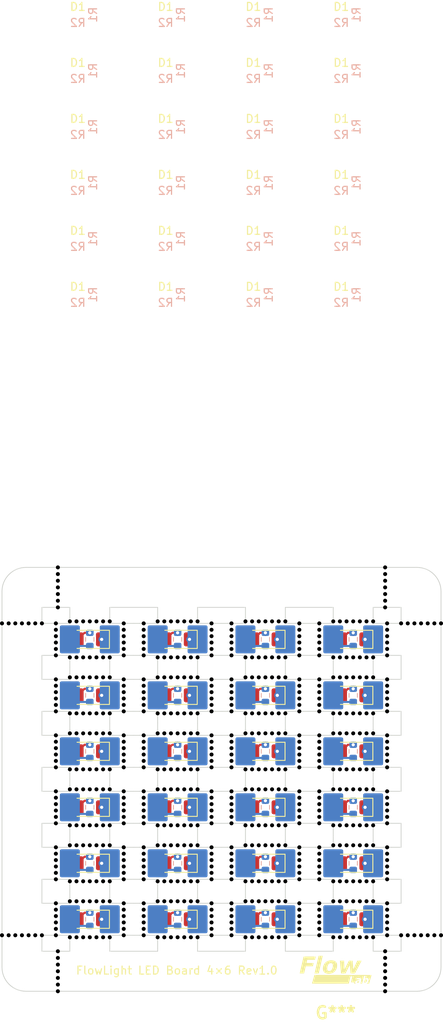
<source format=kicad_pcb>
(kicad_pcb (version 20211014) (generator pcbnew)
  (layers (0 "F.Cu" signal) (31 "B.Cu" signal) (34 "B.Paste" user) (35 "F.Paste" user) (36 "B.SilkS" user "B.Silkscreen") (37 "F.SilkS" user "F.Silkscreen") (38 "B.Mask" user) (39 "F.Mask" user) (44 "Edge.Cuts" user))
  (net 0 "")
  (net 1 "Board_0-Net-(D1-Pad1)")
  (net 2 "Board_0-Net-(D1-Pad2)")
  (net 3 "Board_0-Net-(R2-Pad1)")
  (net 4 "Board_1-Net-(D1-Pad1)")
  (net 5 "Board_1-Net-(D1-Pad2)")
  (net 6 "Board_1-Net-(R2-Pad1)")
  (net 7 "Board_2-Net-(D1-Pad1)")
  (net 8 "Board_2-Net-(D1-Pad2)")
  (net 9 "Board_2-Net-(R2-Pad1)")
  (net 10 "Board_3-Net-(D1-Pad1)")
  (net 11 "Board_3-Net-(D1-Pad2)")
  (net 12 "Board_3-Net-(R2-Pad1)")
  (net 13 "Board_4-Net-(D1-Pad1)")
  (net 14 "Board_4-Net-(D1-Pad2)")
  (net 15 "Board_4-Net-(R2-Pad1)")
  (net 16 "Board_5-Net-(D1-Pad1)")
  (net 17 "Board_5-Net-(D1-Pad2)")
  (net 18 "Board_5-Net-(R2-Pad1)")
  (net 19 "Board_6-Net-(D1-Pad1)")
  (net 20 "Board_6-Net-(D1-Pad2)")
  (net 21 "Board_6-Net-(R2-Pad1)")
  (net 22 "Board_7-Net-(D1-Pad1)")
  (net 23 "Board_7-Net-(D1-Pad2)")
  (net 24 "Board_7-Net-(R2-Pad1)")
  (net 25 "Board_8-Net-(D1-Pad1)")
  (net 26 "Board_8-Net-(D1-Pad2)")
  (net 27 "Board_8-Net-(R2-Pad1)")
  (net 28 "Board_9-Net-(D1-Pad1)")
  (net 29 "Board_9-Net-(D1-Pad2)")
  (net 30 "Board_9-Net-(R2-Pad1)")
  (net 31 "Board_10-Net-(D1-Pad1)")
  (net 32 "Board_10-Net-(D1-Pad2)")
  (net 33 "Board_10-Net-(R2-Pad1)")
  (net 34 "Board_11-Net-(D1-Pad1)")
  (net 35 "Board_11-Net-(D1-Pad2)")
  (net 36 "Board_11-Net-(R2-Pad1)")
  (net 37 "Board_12-Net-(D1-Pad1)")
  (net 38 "Board_12-Net-(D1-Pad2)")
  (net 39 "Board_12-Net-(R2-Pad1)")
  (net 40 "Board_13-Net-(D1-Pad1)")
  (net 41 "Board_13-Net-(D1-Pad2)")
  (net 42 "Board_13-Net-(R2-Pad1)")
  (net 43 "Board_14-Net-(D1-Pad1)")
  (net 44 "Board_14-Net-(D1-Pad2)")
  (net 45 "Board_14-Net-(R2-Pad1)")
  (net 46 "Board_15-Net-(D1-Pad1)")
  (net 47 "Board_15-Net-(D1-Pad2)")
  (net 48 "Board_15-Net-(R2-Pad1)")
  (net 49 "Board_16-Net-(D1-Pad1)")
  (net 50 "Board_16-Net-(D1-Pad2)")
  (net 51 "Board_16-Net-(R2-Pad1)")
  (net 52 "Board_17-Net-(D1-Pad1)")
  (net 53 "Board_17-Net-(D1-Pad2)")
  (net 54 "Board_17-Net-(R2-Pad1)")
  (net 55 "Board_18-Net-(D1-Pad1)")
  (net 56 "Board_18-Net-(D1-Pad2)")
  (net 57 "Board_18-Net-(R2-Pad1)")
  (net 58 "Board_19-Net-(D1-Pad1)")
  (net 59 "Board_19-Net-(D1-Pad2)")
  (net 60 "Board_19-Net-(R2-Pad1)")
  (net 61 "Board_20-Net-(D1-Pad1)")
  (net 62 "Board_20-Net-(D1-Pad2)")
  (net 63 "Board_20-Net-(R2-Pad1)")
  (net 64 "Board_21-Net-(D1-Pad1)")
  (net 65 "Board_21-Net-(D1-Pad2)")
  (net 66 "Board_21-Net-(R2-Pad1)")
  (net 67 "Board_22-Net-(D1-Pad1)")
  (net 68 "Board_22-Net-(D1-Pad2)")
  (net 69 "Board_22-Net-(R2-Pad1)")
  (net 70 "Board_23-Net-(D1-Pad1)")
  (net 71 "Board_23-Net-(D1-Pad2)")
  (net 72 "Board_23-Net-(R2-Pad1)")
  (footprint "NPTH" (layer "F.Cu") (at 164.166666 66.25)
    (fp_text reference "REF**" hide)
    (fp_text value "NPTH" hide)
  )
  (footprint "NPTH" (layer "F.Cu") (at 131.166667 38.25)
    (fp_text reference "REF**" hide)
    (fp_text value "NPTH" hide)
  )
  (footprint "NPTH" (layer "F.Cu") (at 160.75 44.2)
    (fp_text reference "REF**" hide)
    (fp_text value "NPTH" hide)
  )
  (footprint "NPTH" (layer "F.Cu") (at 141.333333 26.75)
    (fp_text reference "REF**" hide)
    (fp_text value "NPTH" hide)
  )
  (footprint "NPTH" (layer "F.Cu") (at 169.25 57.4)
    (fp_text reference "REF**" hide)
    (fp_text value "NPTH" hide)
  )
  (footprint "NPTH" (layer "F.Cu") (at 127.75 37.2)
    (fp_text reference "REF**" hide)
    (fp_text value "NPTH" hide)
  )
  (footprint "NPTH" (layer "F.Cu") (at 138.75 43.4)
    (fp_text reference "REF**" hide)
    (fp_text value "NPTH" hide)
  )
  (footprint "NPTH" (layer "F.Cu") (at 127.75 48.8)
    (fp_text reference "REF**" hide)
    (fp_text value "NPTH" hide)
  )
  (footprint "NPTH" (layer "F.Cu") (at 153.166666 45.25)
    (fp_text reference "REF**" hide)
    (fp_text value "NPTH" hide)
  )
  (footprint "NPTH" (layer "F.Cu") (at 144.666666 59.25)
    (fp_text reference "REF**" hide)
    (fp_text value "NPTH" hide)
  )
  (footprint "NPTH" (layer "F.Cu") (at 158.25 51.2)
    (fp_text reference "REF**" hide)
    (fp_text value "NPTH" hide)
  )
  (footprint "NPTH" (layer "F.Cu") (at 162.5 40.75)
    (fp_text reference "REF**" hide)
    (fp_text value "NPTH" hide)
  )
  (footprint "panel:flow_lab_logo" (layer "F.Cu") (at 162.8 70.4)
    (fp_text reference "G***")
    (fp_text value "LOGO" hide)
  )
  (footprint "NPTH" (layer "F.Cu") (at 165 40.75)
    (fp_text reference "REF**" hide)
    (fp_text value "NPTH" hide)
  )
  (footprint "LED_SMD:LED_1206_3216Metric_Pad1.42x1.75mm_HandSolder" (layer "F.Cu") (at 143 29 180)
    (fp_text reference "D1")
    (fp_text value "LED")
  )
  (footprint "NPTH" (layer "F.Cu") (at 132.833333 61.75)
    (fp_text reference "REF**" hide)
    (fp_text value "NPTH" hide)
  )
  (footprint "NPTH" (layer "F.Cu") (at 169 22.5)
    (fp_text reference "REF**" hide)
    (fp_text value "NPTH" hide)
  )
  (footprint "NPTH" (layer "F.Cu") (at 165 45.25)
    (fp_text reference "REF**" hide)
    (fp_text value "NPTH" hide)
  )
  (footprint "NPTH" (layer "F.Cu") (at 145.5 31.25)
    (fp_text reference "REF**" hide)
    (fp_text value "NPTH" hide)
  )
  (footprint "NPTH" (layer "F.Cu") (at 147.25 56.6)
    (fp_text reference "REF**" hide)
    (fp_text value "NPTH" hide)
  )
  (footprint "NPTH" (layer "F.Cu") (at 167.5 66.25)
    (fp_text reference "REF**" hide)
    (fp_text value "NPTH" hide)
  )
  (footprint "NPTH" (layer "F.Cu") (at 151.5 33.75)
    (fp_text reference "REF**" hide)
    (fp_text value "NPTH" hide)
  )
  (footprint "NPTH" (layer "F.Cu") (at 149.75 30.2)
    (fp_text reference "REF**" hide)
    (fp_text value "NPTH" hide)
  )
  (footprint "NPTH" (layer "F.Cu") (at 142.166666 66.25)
    (fp_text reference "REF**" hide)
    (fp_text value "NPTH" hide)
  )
  (footprint "NPTH" (layer "F.Cu") (at 153.166666 47.75)
    (fp_text reference "REF**" hide)
    (fp_text value "NPTH" hide)
  )
  (footprint "NPTH" (layer "F.Cu") (at 149.75 42.6)
    (fp_text reference "REF**" hide)
    (fp_text value "NPTH" hide)
  )
  (footprint "NPTH" (layer "F.Cu") (at 130.333334 47.75)
    (fp_text reference "REF**" hide)
    (fp_text value "NPTH" hide)
  )
  (footprint "NPTH" (layer "F.Cu") (at 160.75 28.6)
    (fp_text reference "REF**" hide)
    (fp_text value "NPTH" hide)
  )
  (footprint "NPTH" (layer "F.Cu") (at 162.5 26.75)
    (fp_text reference "REF**" hide)
    (fp_text value "NPTH" hide)
  )
  (footprint "NPTH" (layer "F.Cu") (at 121.833334 27)
    (fp_text reference "REF**" hide)
    (fp_text value "NPTH" hide)
  )
  (footprint "NPTH" (layer "F.Cu") (at 147.25 43.4)
    (fp_text reference "REF**" hide)
    (fp_text value "NPTH" hide)
  )
  (footprint "NPTH" (layer "F.Cu") (at 134.5 38.25)
    (fp_text reference "REF**" hide)
    (fp_text value "NPTH" hide)
  )
  (footprint "NPTH" (layer "F.Cu") (at 134.5 26.75)
    (fp_text reference "REF**" hide)
    (fp_text value "NPTH" hide)
  )
  (footprint "NPTH" (layer "F.Cu") (at 136.25 41)
    (fp_text reference "REF**" hide)
    (fp_text value "NPTH" hide)
  )
  (footprint "NPTH" (layer "F.Cu") (at 163.333333 61.75)
    (fp_text reference "REF**" hide)
    (fp_text value "NPTH" hide)
  )
  (footprint "NPTH" (layer "F.Cu") (at 130.333334 33.75)
    (fp_text reference "REF**" hide)
    (fp_text value "NPTH" hide)
  )
  (footprint "NPTH" (layer "F.Cu") (at 165 47.75)
    (fp_text reference "REF**" hide)
    (fp_text value "NPTH" hide)
  )
  (footprint "NPTH" (layer "F.Cu") (at 136.25 27.8)
    (fp_text reference "REF**" hide)
    (fp_text value "NPTH" hide)
  )
  (footprint "NPTH" (layer "F.Cu") (at 134.5 45.25)
    (fp_text reference "REF**" hide)
    (fp_text value "NPTH" hide)
  )
  (footprint "NPTH" (layer "F.Cu") (at 143 26.75)
    (fp_text reference "REF**" hide)
    (fp_text value "NPTH" hide)
  )
  (footprint "NPTH" (layer "F.Cu") (at 149.75 57.4)
    (fp_text reference "REF**" hide)
    (fp_text value "NPTH" hide)
  )
  (footprint "NPTH" (layer "F.Cu") (at 155.666666 45.25)
    (fp_text reference "REF**" hide)
    (fp_text value "NPTH" hide)
  )
  (footprint "NPTH" (layer "F.Cu") (at 165 52.25)
    (fp_text reference "REF**" hide)
    (fp_text value "NPTH" hide)
  )
  (footprint "NPTH" (layer "F.Cu") (at 138.75 34.8)
    (fp_text reference "REF**" hide)
    (fp_text value "NPTH" hide)
  )
  (footprint "NPTH" (layer "F.Cu") (at 158.25 62.8)
    (fp_text reference "REF**" hide)
    (fp_text value "NPTH" hide)
  )
  (footprint "NPTH" (layer "F.Cu") (at 129.5 26.75)
    (fp_text reference "REF**" hide)
    (fp_text value "NPTH" hide)
  )
  (footprint "NPTH" (layer "F.Cu") (at 140.5 26.75)
    (fp_text reference "REF**" hide)
    (fp_text value "NPTH" hide)
  )
  (footprint "NPTH" (layer "F.Cu") (at 132.833333 38.25)
    (fp_text reference "REF**" hide)
    (fp_text value "NPTH" hide)
  )
  (footprint "NPTH" (layer "F.Cu") (at 160.75 62)
    (fp_text reference "REF**" hide)
    (fp_text value "NPTH" hide)
  )
  (footprint "NPTH" (layer "F.Cu") (at 144.666666 61.75)
    (fp_text reference "REF**" hide)
    (fp_text value "NPTH" hide)
  )
  (footprint "NPTH" (layer "F.Cu") (at 147.25 55)
    (fp_text reference "REF**" hide)
    (fp_text value "NPTH" hide)
  )
  (footprint "NPTH" (layer "F.Cu") (at 162.5 33.75)
    (fp_text reference "REF**" hide)
    (fp_text value "NPTH" hide)
  )
  (footprint "NPTH" (layer "F.Cu") (at 143.833333 61.75)
    (fp_text reference "REF**" hide)
    (fp_text value "NPTH" hide)
  )
  (footprint "NPTH" (layer "F.Cu") (at 176 66)
    (fp_text reference "REF**" hide)
    (fp_text value "NPTH" hide)
  )
  (footprint "NPTH" (layer "F.Cu") (at 127.75 63.6)
    (fp_text reference "REF**" hide)
    (fp_text value "NPTH" hide)
  )
  (footprint "NPTH" (layer "F.Cu") (at 138.75 45)
    (fp_text reference "REF**" hide)
    (fp_text value "NPTH" hide)
  )
  (footprint "NPTH" (layer "F.Cu") (at 127.75 62.8)
    (fp_text reference "REF**" hide)
    (fp_text value "NPTH" hide)
  )
  (footprint "NPTH" (layer "F.Cu") (at 169.25 36.4)
    (fp_text reference "REF**" hide)
    (fp_text value "NPTH" hide)
  )
  (footprint "NPTH" (layer "F.Cu") (at 132.833333 66.25)
    (fp_text reference "REF**" hide)
    (fp_text value "NPTH" hide)
  )
  (footprint "NPTH" (layer "F.Cu") (at 131.166667 59.25)
    (fp_text reference "REF**" hide)
    (fp_text value "NPTH" hide)
  )
  (footprint "NPTH" (layer "F.Cu") (at 151.5 47.75)
    (fp_text reference "REF**" hide)
    (fp_text value "NPTH" hide)
  )
  (footprint "NPTH" (layer "F.Cu") (at 141.333333 59.25)
    (fp_text reference "REF**" hide)
    (fp_text value "NPTH" hide)
  )
  (footprint "NPTH" (layer "F.Cu") (at 172.666666 66)
    (fp_text reference "REF**" hide)
    (fp_text value "NPTH" hide)
  )
  (footprint "NPTH" (layer "F.Cu") (at 169 25)
    (fp_text reference "REF**" hide)
    (fp_text value "NPTH" hide)
  )
  (footprint "NPTH" (layer "F.Cu") (at 143 45.25)
    (fp_text reference "REF**" hide)
    (fp_text value "NPTH" hide)
  )
  (footprint "NPTH" (layer "F.Cu") (at 149.75 66)
    (fp_text reference "REF**" hide)
    (fp_text value "NPTH" hide)
  )
  (footprint "NPTH" (layer "F.Cu") (at 131.166667 47.75)
    (fp_text reference "REF**" hide)
    (fp_text value "NPTH" hide)
  )
  (footprint "NPTH" (layer "F.Cu") (at 173.5 27)
    (fp_text reference "REF**" hide)
    (fp_text value "NPTH" hide)
  )
  (footprint "NPTH" (layer "F.Cu") (at 158.25 52)
    (fp_text reference "REF**" hide)
    (fp_text value "NPTH" hide)
  )
  (footprint "NPTH" (layer "F.Cu") (at 176 27)
    (fp_text reference "REF**" hide)
    (fp_text value "NPTH" hide)
  )
  (footprint "NPTH" (layer "F.Cu") (at 154.833333 52.25)
    (fp_text reference "REF**" hide)
    (fp_text value "NPTH" hide)
  )
  (footprint "NPTH" (layer "F.Cu") (at 143.833333 26.75)
    (fp_text reference "REF**" hide)
    (fp_text value "NPTH" hide)
  )
  (footprint "NPTH" (layer "F.Cu") (at 160.75 38)
    (fp_text reference "REF**" hide)
    (fp_text value "NPTH" hide)
  )
  (footprint "NPTH" (layer "F.Cu") (at 136.25 45)
    (fp_text reference "REF**" hide)
    (fp_text value "NPTH" hide)
  )
  (footprint "NPTH" (layer "F.Cu") (at 154.833333 61.75)
    (fp_text reference "REF**" hide)
    (fp_text value "NPTH" hide)
  )
  (footprint "NPTH" (layer "F.Cu") (at 149.75 51.2)
    (fp_text reference "REF**" hide)
    (fp_text value "NPTH" hide)
  )
  (footprint "NPTH" (layer "F.Cu") (at 155.666666 33.75)
    (fp_text reference "REF**" hide)
    (fp_text value "NPTH" hide)
  )
  (footprint "NPTH" (layer "F.Cu") (at 138.75 30.2)
    (fp_text reference "REF**" hide)
    (fp_text value "NPTH" hide)
  )
  (footprint "NPTH" (layer "F.Cu") (at 132 54.75)
    (fp_text reference "REF**" hide)
    (fp_text value "NPTH" hide)
  )
  (footprint "NPTH" (layer "F.Cu") (at 158.25 27)
    (fp_text reference "REF**" hide)
    (fp_text value "NPTH" hide)
  )
  (footprint "NPTH" (layer "F.Cu") (at 158.25 55)
    (fp_text reference "REF**" hide)
    (fp_text value "NPTH" hide)
  )
  (footprint "NPTH" (layer "F.Cu") (at 163.333333 26.75)
    (fp_text reference "REF**" hide)
    (fp_text value "NPTH" hide)
  )
  (footprint "NPTH" (layer "F.Cu") (at 143 59.25)
    (fp_text reference "REF**" hide)
    (fp_text value "NPTH" hide)
  )
  (footprint "NPTH" (layer "F.Cu") (at 127.75 27)
    (fp_text reference "REF**" hide)
    (fp_text value "NPTH" hide)
  )
  (footprint "NPTH" (layer "F.Cu") (at 136.25 51.2)
    (fp_text reference "REF**" hide)
    (fp_text value "NPTH" hide)
  )
  (footprint "NPTH" (layer "F.Cu") (at 169.25 28.6)
    (fp_text reference "REF**" hide)
    (fp_text value "NPTH" hide)
  )
  (footprint "NPTH" (layer "F.Cu") (at 158.25 30.2)
    (fp_text reference "REF**" hide)
    (fp_text value "NPTH" hide)
  )
  (footprint "NPTH" (layer "F.Cu") (at 121.833334 66)
    (fp_text reference "REF**" hide)
    (fp_text value "NPTH" hide)
  )
  (footprint "NPTH" (layer "F.Cu") (at 141.333333 45.25)
    (fp_text reference "REF**" hide)
    (fp_text value "NPTH" hide)
  )
  (footprint "NPTH" (layer "F.Cu") (at 122.666667 66)
    (fp_text reference "REF**" hide)
    (fp_text value "NPTH" hide)
  )
  (footprint "NPTH" (layer "F.Cu") (at 149.75 59)
    (fp_text reference "REF**" hide)
    (fp_text value "NPTH" hide)
  )
  (footprint "NPTH" (layer "F.Cu") (at 138.75 34)
    (fp_text reference "REF**" hide)
    (fp_text value "NPTH" hide)
  )
  (footprint "NPTH" (layer "F.Cu") (at 136.25 52)
    (fp_text reference "REF**" hide)
    (fp_text value "NPTH" hide)
  )
  (footprint "NPTH" (layer "F.Cu") (at 136.25 56.6)
    (fp_text reference "REF**" hide)
    (fp_text value "NPTH" hide)
  )
  (footprint "NPTH" (layer "F.Cu") (at 169.25 51.2)
    (fp_text reference "REF**" hide)
    (fp_text value "NPTH" hide)
  )
  (footprint "NPTH" (layer "F.Cu") (at 144.666666 52.25)
    (fp_text reference "REF**" hide)
    (fp_text value "NPTH" hide)
  )
  (footprint "NPTH" (layer "F.Cu") (at 145.5 38.25)
    (fp_text reference "REF**" hide)
    (fp_text value "NPTH" hide)
  )
  (footprint "NPTH" (layer "F.Cu") (at 147.25 27)
    (fp_text reference "REF**" hide)
    (fp_text value "NPTH" hide)
  )
  (footprint "NPTH" (layer "F.Cu") (at 141.333333 38.25)
    (fp_text reference "REF**" hide)
    (fp_text value "NPTH" hide)
  )
  (footprint "NPTH" (layer "F.Cu") (at 152.333333 52.25)
    (fp_text reference "REF**" hide)
    (fp_text value "NPTH" hide)
  )
  (footprint "NPTH" (layer "F.Cu") (at 158.25 65.2)
    (fp_text reference "REF**" hide)
    (fp_text value "NPTH" hide)
  )
  (footprint "NPTH" (layer "F.Cu") (at 169.25 63.6)
    (fp_text reference "REF**" hide)
    (fp_text value "NPTH" hide)
  )
  (footprint "NPTH" (layer "F.Cu") (at 130.333334 31.25)
    (fp_text reference "REF**" hide)
    (fp_text value "NPTH" hide)
  )
  (footprint "NPTH" (layer "F.Cu") (at 127.75 41)
    (fp_text reference "REF**" hide)
    (fp_text value "NPTH" hide)
  )
  (footprint "NPTH" (layer "F.Cu") (at 162.5 47.75)
    (fp_text reference "REF**" hide)
    (fp_text value "NPTH" hide)
  )
  (footprint "NPTH" (layer "F.Cu") (at 132.833333 54.75)
    (fp_text reference "REF**" hide)
    (fp_text value "NPTH" hide)
  )
  (footprint "NPTH" (layer "F.Cu") (at 129.5 31.25)
    (fp_text reference "REF**" hide)
    (fp_text value "NPTH" hide)
  )
  (footprint "LED_SMD:LED_1206_3216Metric_Pad1.42x1.75mm_HandSolder" (layer "F.Cu") (at 165 57 180)
    (fp_text reference "D1")
    (fp_text value "LED")
  )
  (footprint "NPTH" (layer "F.Cu") (at 160.75 31)
    (fp_text reference "REF**" hide)
    (fp_text value "NPTH" hide)
  )
  (footprint "NPTH" (layer "F.Cu") (at 147.25 48.8)
    (fp_text reference "REF**" hide)
    (fp_text value "NPTH" hide)
  )
  (footprint "NPTH" (layer "F.Cu") (at 138.75 55.8)
    (fp_text reference "REF**" hide)
    (fp_text value "NPTH" hide)
  )
  (footprint "NPTH" (layer "F.Cu") (at 154 59.25)
    (fp_text reference "REF**" hide)
    (fp_text value "NPTH" hide)
  )
  (footprint "NPTH" (layer "F.Cu") (at 134.5 66.25)
    (fp_text reference "REF**" hide)
    (fp_text value "NPTH" hide)
  )
  (footprint "NPTH" (layer "F.Cu") (at 147.25 62)
    (fp_text reference "REF**" hide)
    (fp_text value "NPTH" hide)
  )
  (footprint "NPTH" (layer "F.Cu") (at 165 66.25)
    (fp_text reference "REF**" hide)
    (fp_text value "NPTH" hide)
  )
  (footprint "NPTH" (layer "F.Cu") (at 128 22.5)
    (fp_text reference "REF**" hide)
    (fp_text value "NPTH" hide)
  )
  (footprint "NPTH" (layer "F.Cu") (at 158.25 56.6)
    (fp_text reference "REF**" hide)
    (fp_text value "NPTH" hide)
  )
  (footprint "NPTH" (layer "F.Cu") (at 127.75 31)
    (fp_text reference "REF**" hide)
    (fp_text value "NPTH" hide)
  )
  (footprint "NPTH" (layer "F.Cu") (at 136.25 48)
    (fp_text reference "REF**" hide)
    (fp_text value "NPTH" hide)
  )
  (footprint "NPTH" (layer "F.Cu") (at 143.833333 54.75)
    (fp_text reference "REF**" hide)
    (fp_text value "NPTH" hide)
  )
  (footprint "NPTH" (layer "F.Cu") (at 132.833333 47.75)
    (fp_text reference "REF**" hide)
    (fp_text value "NPTH" hide)
  )
  (footprint "NPTH" (layer "F.Cu") (at 154.833333 45.25)
    (fp_text reference "REF**" hide)
    (fp_text value "NPTH" hide)
  )
  (footprint "NPTH" (layer "F.Cu") (at 126 66)
    (fp_text reference "REF**" hide)
    (fp_text value "NPTH" hide)
  )
  (footprint "NPTH" (layer "F.Cu") (at 136.25 41.8)
    (fp_text reference "REF**" hide)
    (fp_text value "NPTH" hide)
  )
  (footprint "NPTH" (layer "F.Cu") (at 147.25 57.4)
    (fp_text reference "REF**" hide)
    (fp_text value "NPTH" hide)
  )
  (footprint "NPTH" (layer "F.Cu") (at 153.166666 54.75)
    (fp_text reference "REF**" hide)
    (fp_text value "NPTH" hide)
  )
  (footprint "NPTH" (layer "F.Cu") (at 151.5 52.25)
    (fp_text reference "REF**" hide)
    (fp_text value "NPTH" hide)
  )
  (footprint "NPTH" (layer "F.Cu") (at 136.25 42.6)
    (fp_text reference "REF**" hide)
    (fp_text value "NPTH" hide)
  )
  (footprint "NPTH" (layer "F.Cu") (at 136.25 31)
    (fp_text reference "REF**" hide)
    (fp_text value "NPTH" hide)
  )
  (footprint "NPTH" (layer "F.Cu") (at 160.75 49.6)
    (fp_text reference "REF**" hide)
    (fp_text value "NPTH" hide)
  )
  (footprint "NPTH" (layer "F.Cu") (at 136.25 37.2)
    (fp_text reference "REF**" hide)
    (fp_text value "NPTH" hide)
  )
  (footprint "NPTH" (layer "F.Cu") (at 140.5 54.75)
    (fp_text reference "REF**" hide)
    (fp_text value "NPTH" hide)
  )
  (footprint "NPTH" (layer "F.Cu") (at 164.166666 52.25)
    (fp_text reference "REF**" hide)
    (fp_text value "NPTH" hide)
  )
  (footprint "NPTH" (layer "F.Cu") (at 138.75 63.6)
    (fp_text reference "REF**" hide)
    (fp_text value "NPTH" hide)
  )
  (footprint "NPTH" (layer "F.Cu") (at 149.75 55.8)
    (fp_text reference "REF**" hide)
    (fp_text value "NPTH" hide)
  )
  (footprint "NPTH" (layer "F.Cu") (at 138.75 51.2)
    (fp_text reference "REF**" hide)
    (fp_text value "NPTH" hide)
  )
  (footprint "NPTH" (layer "F.Cu") (at 149.75 35.6)
    (fp_text reference "REF**" hide)
    (fp_text value "NPTH" hide)
  )
  (footprint "NPTH" (layer "F.Cu") (at 158.25 38)
    (fp_text reference "REF**" hide)
    (fp_text value "NPTH" hide)
  )
  (footprint "NPTH" (layer "F.Cu") (at 132.833333 31.25)
    (fp_text reference "REF**" hide)
    (fp_text value "NPTH" hide)
  )
  (footprint "NPTH" (layer "F.Cu") (at 169.25 48.8)
    (fp_text reference "REF**" hide)
    (fp_text value "NPTH" hide)
  )
  (footprint "NPTH" (layer "F.Cu") (at 121 27)
    (fp_text reference "REF**" hide)
    (fp_text value "NPTH" hide)
  )
  (footprint "LED_SMD:LED_1206_3216Metric_Pad1.42x1.75mm_HandSolder" (layer "F.Cu") (at 165 36 180)
    (fp_text reference "D1")
    (fp_text value "LED")
  )
  (footprint "NPTH" (layer "F.Cu") (at 165.833333 38.25)
    (fp_text reference "REF**" hide)
    (fp_text value "NPTH" hide)
  )
  (footprint "NPTH" (layer "F.Cu") (at 160.75 55.8)
    (fp_text reference "REF**" hide)
    (fp_text value "NPTH" hide)
  )
  (footprint "NPTH" (layer "F.Cu") (at 138.75 58.2)
    (fp_text reference "REF**" hide)
    (fp_text value "NPTH" hide)
  )
  (footprint "NPTH" (layer "F.Cu") (at 128 24.166667)
    (fp_text reference "REF**" hide)
    (fp_text value "NPTH" hide)
  )
  (footprint "NPTH" (layer "F.Cu") (at 136.25 65.2)
    (fp_text reference "REF**" hide)
    (fp_text value "NPTH" hide)
  )
  (footprint "NPTH" (layer "F.Cu") (at 132 59.25)
    (fp_text reference "REF**" hide)
    (fp_text value "NPTH" hide)
  )
  (footprint "NPTH" (layer "F.Cu") (at 136.25 62.8)
    (fp_text reference "REF**" hide)
    (fp_text value "NPTH" hide)
  )
  (footprint "NPTH" (layer "F.Cu") (at 140.5 33.75)
    (fp_text reference "REF**" hide)
    (fp_text value "NPTH" hide)
  )
  (footprint "NPTH" (layer "F.Cu") (at 128 69.666666)
    (fp_text reference "REF**" hide)
    (fp_text value "NPTH" hide)
  )
  (footprint "NPTH" (layer "F.Cu") (at 143 38.25)
    (fp_text reference "REF**" hide)
    (fp_text value "NPTH" hide)
  )
  (footprint "NPTH" (layer "F.Cu") (at 138.75 27.8)
    (fp_text reference "REF**" hide)
    (fp_text value "NPTH" hide)
  )
  (footprint "NPTH" (layer "F.Cu") (at 154 54.75)
    (fp_text reference "REF**" hide)
    (fp_text value "NPTH" hide)
  )
  (footprint "NPTH" (layer "F.Cu") (at 128 68.833333)
    (fp_text reference "REF**" hide)
    (fp_text value "NPTH" hide)
  )
  (footprint "NPTH" (layer "F.Cu") (at 164.166666 61.75)
    (fp_text reference "REF**" hide)
    (fp_text value "NPTH" hide)
  )
  (footprint "NPTH" (layer "F.Cu") (at 153.166666 66.25)
    (fp_text reference "REF**" hide)
    (fp_text value "NPTH" hide)
  )
  (footprint "NPTH" (layer "F.Cu") (at 169.25 58.2)
    (fp_text reference "REF**" hide)
    (fp_text value "NPTH" hide)
  )
  (footprint "NPTH" (layer "F.Cu") (at 163.333333 33.75)
    (fp_text reference "REF**" hide)
    (fp_text value "NPTH" hide)
  )
  (footprint "NPTH" (layer "F.Cu") (at 136.25 50.4)
    (fp_text reference "REF**" hide)
    (fp_text value "NPTH" hide)
  )
  (footprint "NPTH" (layer "F.Cu") (at 169.25 56.6)
    (fp_text reference "REF**" hide)
    (fp_text value "NPTH" hide)
  )
  (footprint "NPTH" (layer "F.Cu") (at 154 47.75)
    (fp_text reference "REF**" hide)
    (fp_text value "NPTH" hide)
  )
  (footprint "NPTH" (layer "F.Cu") (at 133.666666 38.25)
    (fp_text reference "REF**" hide)
    (fp_text value "NPTH" hide)
  )
  (footprint "NPTH" (layer "F.Cu") (at 143.833333 66.25)
    (fp_text reference "REF**" hide)
    (fp_text value "NPTH" hide)
  )
  (footprint "NPTH" (layer "F.Cu") (at 160.75 57.4)
    (fp_text reference "REF**" hide)
    (fp_text value "NPTH" hide)
  )
  (footprint "NPTH" (layer "F.Cu") (at 169.25 38)
    (fp_text reference "REF**" hide)
    (fp_text value "NPTH" hide)
  )
  (footprint "NPTH" (layer "F.Cu") (at 128 68)
    (fp_text reference "REF**" hide)
    (fp_text value "NPTH" hide)
  )
  (footprint "NPTH" (layer "F.Cu") (at 158.25 35.6)
    (fp_text reference "REF**" hide)
    (fp_text value "NPTH" hide)
  )
  (footprint "NPTH" (layer "F.Cu") (at 133.666666 47.75)
    (fp_text reference "REF**" hide)
    (fp_text value "NPTH" hide)
  )
  (footprint "NPTH" (layer "F.Cu") (at 160.75 50.4)
    (fp_text reference "REF**" hide)
    (fp_text value "NPTH" hide)
  )
  (footprint "NPTH" (layer "F.Cu") (at 147.25 50.4)
    (fp_text reference "REF**" hide)
    (fp_text value "NPTH" hide)
  )
  (footprint "NPTH" (layer "F.Cu") (at 132.833333 45.25)
    (fp_text reference "REF**" hide)
    (fp_text value "NPTH" hide)
  )
  (footprint "LED_SMD:LED_1206_3216Metric_Pad1.42x1.75mm_HandSolder" (layer "F.Cu") (at 143 57 180)
    (fp_text reference "D1")
    (fp_text value "LED")
  )
  (footprint "NPTH" (layer "F.Cu") (at 163.333333 47.75)
    (fp_text reference "REF**" hide)
    (fp_text value "NPTH" hide)
  )
  (footprint "NPTH" (layer "F.Cu") (at 165.833333 66.25)
    (fp_text reference "REF**" hide)
    (fp_text value "NPTH" hide)
  )
  (footprint "NPTH" (layer "F.Cu") (at 169.25 62)
    (fp_text reference "REF**" hide)
    (fp_text value "NPTH" hide)
  )
  (footprint "NPTH" (layer "F.Cu") (at 147.25 34)
    (fp_text reference "REF**" hide)
    (fp_text value "NPTH" hide)
  )
  (footprint "LED_SMD:LED_1206_3216Metric_Pad1.42x1.75mm_HandSolder" (layer "F.Cu") (at 132 64 180)
    (fp_text reference "D1")
    (fp_text value "LED")
  )
  (footprint "NPTH" (layer "F.Cu") (at 165 61.75)
    (fp_text reference "REF**" hide)
    (fp_text value "NPTH" hide)
  )
  (footprint "NPTH" (layer "F.Cu") (at 138.75 52)
    (fp_text reference "REF**" hide)
    (fp_text value "NPTH" hide)
  )
  (footprint "NPTH" (layer "F.Cu") (at 167.5 26.75)
    (fp_text reference "REF**" hide)
    (fp_text value "NPTH" hide)
  )
  (footprint "NPTH" (layer "F.Cu") (at 165.833333 61.75)
    (fp_text reference "REF**" hide)
    (fp_text value "NPTH" hide)
  )
  (footprint "NPTH" (layer "F.Cu") (at 169 24.166667)
    (fp_text reference "REF**" hide)
    (fp_text value "NPTH" hide)
  )
  (footprint "NPTH" (layer "F.Cu") (at 147.25 27.8)
    (fp_text reference "REF**" hide)
    (fp_text value "NPTH" hide)
  )
  (footprint "NPTH" (layer "F.Cu") (at 138.75 50.4)
    (fp_text reference "REF**" hide)
    (fp_text value "NPTH" hide)
  )
  (footprint "NPTH" (layer "F.Cu") (at 136.25 27)
    (fp_text reference "REF**" hide)
    (fp_text value "NPTH" hide)
  )
  (footprint "NPTH" (layer "F.Cu") (at 147.25 45)
    (fp_text reference "REF**" hide)
    (fp_text value "NPTH" hide)
  )
  (footprint "NPTH" (layer "F.Cu") (at 145.5 40.75)
    (fp_text reference "REF**" hide)
    (fp_text value "NPTH" hide)
  )
  (footprint "NPTH" (layer "F.Cu") (at 149.75 29.4)
    (fp_text reference "REF**" hide)
    (fp_text value "NPTH" hide)
  )
  (footprint "NPTH" (layer "F.Cu") (at 167.5 59.25)
    (fp_text reference "REF**" hide)
    (fp_text value "NPTH" hide)
  )
  (footprint "NPTH" (layer "F.Cu") (at 136.25 28.6)
    (fp_text reference "REF**" hide)
    (fp_text value "NPTH" hide)
  )
  (footprint "NPTH" (layer "F.Cu") (at 127.75 62)
    (fp_text reference "REF**" hide)
    (fp_text value "NPTH" hide)
  )
  (footprint "NPTH" (layer "F.Cu") (at 164.166666 59.25)
    (fp_text reference "REF**" hide)
    (fp_text value "NPTH" hide)
  )
  (footprint "NPTH" (layer "F.Cu") (at 127.75 27.8)
    (fp_text reference "REF**" hide)
    (fp_text value "NPTH" hide)
  )
  (footprint "NPTH" (layer "F.Cu") (at 149.75 38)
    (fp_text reference "REF**" hide)
    (fp_text value "NPTH" hide)
  )
  (footprint "NPTH" (layer "F.Cu") (at 169 20)
    (fp_text reference "REF**" hide)
    (fp_text value "NPTH" hide)
  )
  (footprint "NPTH" (layer "F.Cu") (at 158.25 42.6)
    (fp_text reference "REF**" hide)
    (fp_text value "NPTH" hide)
  )
  (footprint "NPTH" (layer "F.Cu") (at 127.75 65.2)
    (fp_text reference "REF**" hide)
    (fp_text value "NPTH" hide)
  )
  (footprint "NPTH" (layer "F.Cu") (at 138.75 35.6)
    (fp_text reference "REF**" hide)
    (fp_text value "NPTH" hide)
  )
  (footprint "NPTH" (layer "F.Cu") (at 138.75 66)
    (fp_text reference "REF**" hide)
    (fp_text value "NPTH" hide)
  )
  (footprint "NPTH" (layer "F.Cu") (at 138.75 44.2)
    (fp_text reference "REF**" hide)
    (fp_text value "NPTH" hide)
  )
  (footprint "NPTH" (layer "F.Cu") (at 138.75 56.6)
    (fp_text reference "REF**" hide)
    (fp_text value "NPTH" hide)
  )
  (footprint "NPTH" (layer "F.Cu") (at 167.5 47.75)
    (fp_text reference "REF**" hide)
    (fp_text value "NPTH" hide)
  )
  (footprint "NPTH" (layer "F.Cu") (at 149.75 56.6)
    (fp_text reference "REF**" hide)
    (fp_text value "NPTH" hide)
  )
  (footprint "NPTH" (layer "F.Cu") (at 158.25 41)
    (fp_text reference "REF**" hide)
    (fp_text value "NPTH" hide)
  )
  (footprint "NPTH" (layer "F.Cu") (at 136.25 57.4)
    (fp_text reference "REF**" hide)
    (fp_text value "NPTH" hide)
  )
  (footprint "NPTH" (layer "F.Cu") (at 136.25 58.2)
    (fp_text reference "REF**" hide)
    (fp_text value "NPTH" hide)
  )
  (footprint "NPTH" (layer "F.Cu") (at 162.5 66.25)
    (fp_text reference "REF**" hide)
    (fp_text value "NPTH" hide)
  )
  (footprint "NPTH" (layer "F.Cu") (at 153.166666 26.75)
    (fp_text reference "REF**" hide)
    (fp_text value "NPTH" hide)
  )
  (footprint "NPTH" (layer "F.Cu") (at 152.333333 26.75)
    (fp_text reference "REF**" hide)
    (fp_text value "NPTH" hide)
  )
  (footprint "LED_SMD:LED_1206_3216Metric_Pad1.42x1.75mm_HandSolder" (layer "F.Cu") (at 143 64 180)
    (fp_text reference "D1")
    (fp_text value "LED")
  )
  (footprint "NPTH" (layer "F.Cu") (at 156.5 59.25)
    (fp_text reference "REF**" hide)
    (fp_text value "NPTH" hide)
  )
  (footprint "NPTH" (layer "F.Cu") (at 154.833333 66.25)
    (fp_text reference "REF**" hide)
    (fp_text value "NPTH" hide)
  )
  (footprint "NPTH" (layer "F.Cu") (at 156.5 66.25)
    (fp_text reference "REF**" hide)
    (fp_text value "NPTH" hide)
  )
  (footprint "NPTH" (layer "F.Cu") (at 152.333333 47.75)
    (fp_text reference "REF**" hide)
    (fp_text value "NPTH" hide)
  )
  (footprint "NPTH" (layer "F.Cu") (at 147.25 51.2)
    (fp_text reference "REF**" hide)
    (fp_text value "NPTH" hide)
  )
  (footprint "NPTH" (layer "F.Cu") (at 151.5 45.25)
    (fp_text reference "REF**" hide)
    (fp_text value "NPTH" hide)
  )
  (footprint "NPTH" (layer "F.Cu") (at 136.25 55)
    (fp_text reference "REF**" hide)
    (fp_text value "NPTH" hide)
  )
  (footprint "NPTH" (layer "F.Cu") (at 164.166666 47.75)
    (fp_text reference "REF**" hide)
    (fp_text value "NPTH" hide)
  )
  (footprint "NPTH" (layer "F.Cu") (at 154 61.75)
    (fp_text reference "REF**" hide)
    (fp_text value "NPTH" hide)
  )
  (footprint "NPTH" (layer "F.Cu") (at 169.25 34)
    (fp_text reference "REF**" hide)
    (fp_text value "NPTH" hide)
  )
  (footprint "NPTH" (layer "F.Cu") (at 138.75 42.6)
    (fp_text reference "REF**" hide)
    (fp_text value "NPTH" hide)
  )
  (footprint "NPTH" (layer "F.Cu") (at 167.5 38.25)
    (fp_text reference "REF**" hide)
    (fp_text value "NPTH" hide)
  )
  (footprint "NPTH" (layer "F.Cu") (at 158.25 29.4)
    (fp_text reference "REF**" hide)
    (fp_text value "NPTH" hide)
  )
  (footprint "NPTH" (layer "F.Cu") (at 147.25 28.6)
    (fp_text reference "REF**" hide)
    (fp_text value "NPTH" hide)
  )
  (footprint "NPTH" (layer "F.Cu") (at 138.75 59)
    (fp_text reference "REF**" hide)
    (fp_text value "NPTH" hide)
  )
  (footprint "NPTH" (layer "F.Cu") (at 147.25 49.6)
    (fp_text reference "REF**" hide)
    (fp_text value "NPTH" hide)
  )
  (footprint "NPTH" (layer "F.Cu") (at 160.75 59)
    (fp_text reference "REF**" hide)
    (fp_text value "NPTH" hide)
  )
  (footprint "NPTH" (layer "F.Cu") (at 155.666666 52.25)
    (fp_text reference "REF**" hide)
    (fp_text value "NPTH" hide)
  )
  (footprint "NPTH" (layer "F.Cu") (at 165.833333 59.25)
    (fp_text reference "REF**" hide)
    (fp_text value "NPTH" hide)
  )
  (footprint "NPTH" (layer "F.Cu") (at 138.75 57.4)
    (fp_text reference "REF**" hide)
    (fp_text value "NPTH" hide)
  )
  (footprint "NPTH" (layer "F.Cu") (at 166.666666 40.75)
    (fp_text reference "REF**" hide)
    (fp_text value "NPTH" hide)
  )
  (footprint "NPTH" (layer "F.Cu") (at 138.75 64.4)
    (fp_text reference "REF**" hide)
    (fp_text value "NPTH" hide)
  )
  (footprint "NPTH" (layer "F.Cu") (at 136.25 55.8)
    (fp_text reference "REF**" hide)
    (fp_text value "NPTH" hide)
  )
  (footprint "NPTH" (layer "F.Cu") (at 130.333334 38.25)
    (fp_text reference "REF**" hide)
    (fp_text value "NPTH" hide)
  )
  (footprint "NPTH" (layer "F.Cu") (at 144.666666 31.25)
    (fp_text reference "REF**" hide)
    (fp_text value "NPTH" hide)
  )
  (footprint "NPTH" (layer "F.Cu") (at 128 23.333334)
    (fp_text reference "REF**" hide)
    (fp_text value "NPTH" hide)
  )
  (footprint "LED_SMD:LED_1206_3216Metric_Pad1.42x1.75mm_HandSolder" (layer "F.Cu") (at 132 36 180)
    (fp_text reference "D1")
    (fp_text value "LED")
  )
  (footprint "NPTH" (layer "F.Cu") (at 169.25 41.8)
    (fp_text reference "REF**" hide)
    (fp_text value "NPTH" hide)
  )
  (footprint "NPTH" (layer "F.Cu") (at 152.333333 45.25)
    (fp_text reference "REF**" hide)
    (fp_text value "NPTH" hide)
  )
  (footprint "NPTH" (layer "F.Cu") (at 155.666666 38.25)
    (fp_text reference "REF**" hide)
    (fp_text value "NPTH" hide)
  )
  (footprint "NPTH" (layer "F.Cu") (at 169.25 30.2)
    (fp_text reference "REF**" hide)
    (fp_text value "NPTH" hide)
  )
  (footprint "NPTH" (layer "F.Cu") (at 132 33.75)
    (fp_text reference "REF**" hide)
    (fp_text value "NPTH" hide)
  )
  (footprint "NPTH" (layer "F.Cu") (at 158.25 34)
    (fp_text reference "REF**" hide)
    (fp_text value "NPTH" hide)
  )
  (footprint "NPTH" (layer "F.Cu") (at 158.25 27.8)
    (fp_text reference "REF**" hide)
    (fp_text value "NPTH" hide)
  )
  (footprint "NPTH" (layer "F.Cu") (at 160.75 34.8)
    (fp_text reference "REF**" hide)
    (fp_text value "NPTH" hide)
  )
  (footprint "NPTH" (layer "F.Cu") (at 151.5 59.25)
    (fp_text reference "REF**" hide)
    (fp_text value "NPTH" hide)
  )
  (footprint "NPTH" (layer "F.Cu") (at 169.25 37.2)
    (fp_text reference "REF**" hide)
    (fp_text value "NPTH" hide)
  )
  (footprint "NPTH" (layer "F.Cu") (at 136.25 35.6)
    (fp_text reference "REF**" hide)
    (fp_text value "NPTH" hide)
  )
  (footprint "NPTH" (layer "F.Cu") (at 147.25 38)
    (fp_text reference "REF**" hide)
    (fp_text value "NPTH" hide)
  )
  (footprint "NPTH" (layer "F.Cu") (at 158.25 48.8)
    (fp_text reference "REF**" hide)
    (fp_text value "NPTH" hide)
  )
  (footprint "NPTH" (layer "F.Cu") (at 127.75 66)
    (fp_text reference "REF**" hide)
    (fp_text value "NPTH" hide)
  )
  (footprint "NPTH" (layer "F.Cu") (at 164.166666 38.25)
    (fp_text reference "REF**" hide)
    (fp_text value "NPTH" hide)
  )
  (footprint "NPTH" (layer "F.Cu") (at 156.5 33.75)
    (fp_text reference "REF**" hide)
    (fp_text value "NPTH" hide)
  )
  (footprint "NPTH" (layer "F.Cu") (at 169.25 27.8)
    (fp_text reference "REF**" hide)
    (fp_text value "NPTH" hide)
  )
  (footprint "NPTH" (layer "F.Cu") (at 138.75 48)
    (fp_text reference "REF**" hide)
    (fp_text value "NPTH" hide)
  )
  (footprint "NPTH" (layer "F.Cu") (at 160.75 56.6)
    (fp_text reference "REF**" hide)
    (fp_text value "NPTH" hide)
  )
  (footprint "NPTH" (layer "F.Cu") (at 127.75 34)
    (fp_text reference "REF**" hide)
    (fp_text value "NPTH" hide)
  )
  (footprint "NPTH" (layer "F.Cu") (at 143 33.75)
    (fp_text reference "REF**" hide)
    (fp_text value "NPTH" hide)
  )
  (footprint "NPTH" (layer "F.Cu") (at 158.25 58.2)
    (fp_text reference "REF**" hide)
    (fp_text value "NPTH" hide)
  )
  (footprint "NPTH" (layer "F.Cu") (at 142.166666 40.75)
    (fp_text reference "REF**" hide)
    (fp_text value "NPTH" hide)
  )
  (footprint "NPTH" (layer "F.Cu") (at 164.166666 26.75)
    (fp_text reference "REF**" hide)
    (fp_text value "NPTH" hide)
  )
  (footprint "NPTH" (layer "F.Cu") (at 147.25 55.8)
    (fp_text reference "REF**" hide)
    (fp_text value "NPTH" hide)
  )
  (footprint "NPTH" (layer "F.Cu") (at 142.166666 54.75)
    (fp_text reference "REF**" hide)
    (fp_text value "NPTH" hide)
  )
  (footprint "NPTH" (layer "F.Cu") (at 140.5 45.25)
    (fp_text reference "REF**" hide)
    (fp_text value "NPTH" hide)
  )
  (footprint "NPTH" (layer "F.Cu") (at 174.333333 27)
    (fp_text reference "REF**" hide)
    (fp_text value "NPTH" hide)
  )
  (footprint "NPTH" (layer "F.Cu") (at 158.25 62)
    (fp_text reference "REF**" hide)
    (fp_text value "NPTH" hide)
  )
  (footprint "NPTH" (layer "F.Cu") (at 165 59.25)
    (fp_text reference "REF**" hide)
    (fp_text value "NPTH" hide)
  )
  (footprint "NPTH" (layer "F.Cu") (at 147.25 35.6)
    (fp_text reference "REF**" hide)
    (fp_text value "NPTH" hide)
  )
  (footprint "NPTH" (layer "F.Cu") (at 154 45.25)
    (fp_text reference "REF**" hide)
    (fp_text value "NPTH" hide)
  )
  (footprint "NPTH" (layer "F.Cu") (at 133.666666 45.25)
    (fp_text reference "REF**" hide)
    (fp_text value "NPTH" hide)
  )
  (footprint "NPTH" (layer "F.Cu") (at 142.166666 38.25)
    (fp_text reference "REF**" hide)
    (fp_text value "NPTH" hide)
  )
  (footprint "NPTH" (layer "F.Cu") (at 167.5 33.75)
    (fp_text reference "REF**" hide)
    (fp_text value "NPTH" hide)
  )
  (footprint "NPTH" (layer "F.Cu") (at 143 54.75)
    (fp_text reference "REF**" hide)
    (fp_text value "NPTH" hide)
  )
  (footprint "NPTH" (layer "F.Cu") (at 160.75 58.2)
    (fp_text reference "REF**" hide)
    (fp_text value "NPTH" hide)
  )
  (footprint "NPTH" (layer "F.Cu") (at 149.75 36.4)
    (fp_text reference "REF**" hide)
    (fp_text value "NPTH" hide)
  )
  (footprint "NPTH" (layer "F.Cu") (at 152.333333 38.25)
    (fp_text reference "REF**" hide)
    (fp_text value "NPTH" hide)
  )
  (footprint "NPTH" (layer "F.Cu") (at 149.75 64.4)
    (fp_text reference "REF**" hide)
    (fp_text value "NPTH" hide)
  )
  (footprint "NPTH" (layer "F.Cu") (at 166.666666 54.75)
    (fp_text reference "REF**" hide)
    (fp_text value "NPTH" hide)
  )
  (footprint "NPTH" (layer "F.Cu") (at 145.5 52.25)
    (fp_text reference "REF**" hide)
    (fp_text value "NPTH" hide)
  )
  (footprint "NPTH" (layer "F.Cu") (at 136.25 63.6)
    (fp_text reference "REF**" hide)
    (fp_text value "NPTH" hide)
  )
  (footprint "NPTH" (layer "F.Cu") (at 130.333334 40.75)
    (fp_text reference "REF**" hide)
    (fp_text value "NPTH" hide)
  )
  (footprint "NPTH" (layer "F.Cu") (at 166.666666 33.75)
    (fp_text reference "REF**" hide)
    (fp_text value "NPTH" hide)
  )
  (footprint "NPTH" (layer "F.Cu") (at 158.25 44.2)
    (fp_text reference "REF**" hide)
    (fp_text value "NPTH" hide)
  )
  (footprint "NPTH" (layer "F.Cu") (at 127.75 56.6)
    (fp_text reference "REF**" hide)
    (fp_text value "NPTH" hide)
  )
  (footprint "LED_SMD:LED_1206_3216Metric_Pad1.42x1.75mm_HandSolder" (layer "F.Cu") (at 154 36 180)
    (fp_text reference "D1")
    (fp_text value "LED")
  )
  (footprint "LED_SMD:LED_1206_3216Metric_Pad1.42x1.75mm_HandSolder" (layer "F.Cu") (at 154 29 180)
    (fp_text reference "D1")
    (fp_text value "LED")
  )
  (footprint "NPTH" (layer "F.Cu") (at 127.75 43.4)
    (fp_text reference "REF**" hide)
    (fp_text value "NPTH" hide)
  )
  (footprint "NPTH" (layer "F.Cu") (at 141.333333 47.75)
    (fp_text reference "REF**" hide)
    (fp_text value "NPTH" hide)
  )
  (footprint "NPTH" (layer "F.Cu") (at 158.25 48)
    (fp_text reference "REF**" hide)
    (fp_text value "NPTH" hide)
  )
  (footprint "NPTH" (layer "F.Cu") (at 125.166667 27)
    (fp_text reference "REF**" hide)
    (fp_text value "NPTH" hide)
  )
  (footprint "NPTH" (layer "F.Cu") (at 129.5 54.75)
    (fp_text reference "REF**" hide)
    (fp_text value "NPTH" hide)
  )
  (footprint "NPTH" (layer "F.Cu") (at 127.75 55)
    (fp_text reference "REF**" hide)
    (fp_text value "NPTH" hide)
  )
  (footprint "NPTH" (layer "F.Cu") (at 129.5 66.25)
    (fp_text reference "REF**" hide)
    (fp_text value "NPTH" hide)
  )
  (footprint "NPTH" (layer "F.Cu") (at 145.5 54.75)
    (fp_text reference "REF**" hide)
    (fp_text value "NPTH" hide)
  )
  (footprint "NPTH" (layer "F.Cu") (at 129.5 38.25)
    (fp_text reference "REF**" hide)
    (fp_text value "NPTH" hide)
  )
  (footprint "NPTH" (layer "F.Cu") (at 162.5 45.25)
    (fp_text reference "REF**" hide)
    (fp_text value "NPTH" hide)
  )
  (footprint "NPTH" (layer "F.Cu") (at 123.5 66)
    (fp_text reference "REF**" hide)
    (fp_text value "NPTH" hide)
  )
  (footprint "NPTH" (layer "F.Cu") (at 134.5 59.25)
    (fp_text reference "REF**" hide)
    (fp_text value "NPTH" hide)
  )
  (footprint "NPTH" (layer "F.Cu") (at 149.75 63.6)
    (fp_text reference "REF**" hide)
    (fp_text value "NPTH" hide)
  )
  (footprint "NPTH" (layer "F.Cu") (at 158.25 64.4)
    (fp_text reference "REF**" hide)
    (fp_text value "NPTH" hide)
  )
  (footprint "LED_SMD:LED_1206_3216Metric_Pad1.42x1.75mm_HandSolder" (layer "F.Cu") (at 132 29 180)
    (fp_text reference "D1")
    (fp_text value "LED")
  )
  (footprint "NPTH" (layer "F.Cu") (at 154.833333 40.75)
    (fp_text reference "REF**" hide)
    (fp_text value "NPTH" hide)
  )
  (footprint "NPTH" (layer "F.Cu") (at 141.333333 61.75)
    (fp_text reference "REF**" hide)
    (fp_text value "NPTH" hide)
  )
  (footprint "NPTH" (layer "F.Cu") (at 163.333333 38.25)
    (fp_text reference "REF**" hide)
    (fp_text value "NPTH" hide)
  )
  (footprint "NPTH" (layer "F.Cu") (at 132.833333 40.75)
    (fp_text reference "REF**" hide)
    (fp_text value "NPTH" hide)
  )
  (footprint "NPTH" (layer "F.Cu") (at 160.75 62.8)
    (fp_text reference "REF**" hide)
    (fp_text value "NPTH" hide)
  )
  (footprint "NPTH" (layer "F.Cu") (at 149.75 28.6)
    (fp_text reference "REF**" hide)
    (fp_text value "NPTH" hide)
  )
  (footprint "NPTH" (layer "F.Cu") (at 127.75 41.8)
    (fp_text reference "REF**" hide)
    (fp_text value "NPTH" hide)
  )
  (footprint "NPTH" (layer "F.Cu") (at 138.75 62)
    (fp_text reference "REF**" hide)
    (fp_text value "NPTH" hide)
  )
  (footprint "NPTH" (layer "F.Cu") (at 165.833333 33.75)
    (fp_text reference "REF**" hide)
    (fp_text value "NPTH" hide)
  )
  (footprint "NPTH" (layer "F.Cu") (at 151.5 61.75)
    (fp_text reference "REF**" hide)
    (fp_text value "NPTH" hide)
  )
  (footprint "NPTH" (layer "F.Cu") (at 160.75 29.4)
    (fp_text reference "REF**" hide)
    (fp_text value "NPTH" hide)
  )
  (footprint "NPTH" (layer "F.Cu") (at 149.75 27)
    (fp_text reference "REF**" hide)
    (fp_text value "NPTH" hide)
  )
  (footprint "NPTH" (layer "F.Cu") (at 154.833333 26.75)
    (fp_text reference "REF**" hide)
    (fp_text value "NPTH" hide)
  )
  (footprint "NPTH" (layer "F.Cu") (at 132.833333 52.25)
    (fp_text reference "REF**" hide)
    (fp_text value "NPTH" hide)
  )
  (footprint "NPTH" (layer "F.Cu") (at 140.5 38.25)
    (fp_text reference "REF**" hide)
    (fp_text value "NPTH" hide)
  )
  (footprint "NPTH" (layer "F.Cu") (at 169.25 44.2)
    (fp_text reference "REF**" hide)
    (fp_text value "NPTH" hide)
  )
  (footprint "NPTH" (layer "F.Cu") (at 132.833333 26.75)
    (fp_text reference "REF**" hide)
    (fp_text value "NPTH" hide)
  )
  (footprint "NPTH" (layer "F.Cu") (at 127.75 45)
    (fp_text reference "REF**" hide)
    (fp_text value "NPTH" hide)
  )
  (footprint "NPTH" (layer "F.Cu") (at 130.333334 52.25)
    (fp_text reference "REF**" hide)
    (fp_text value "NPTH" hide)
  )
  (footprint "NPTH" (layer "F.Cu") (at 124.333334 27)
    (fp_text reference "REF**" hide)
    (fp_text value "NPTH" hide)
  )
  (footprint "NPTH" (layer "F.Cu") (at 142.166666 47.75)
    (fp_text reference "REF**" hide)
    (fp_text value "NPTH" hide)
  )
  (footprint "NPTH" (layer "F.Cu") (at 138.75 62.8)
    (fp_text reference "REF**" hide)
    (fp_text value "NPTH" hide)
  )
  (footprint "NPTH" (layer "F.Cu") (at 165.833333 47.75)
    (fp_text reference "REF**" hide)
    (fp_text value "NPTH" hide)
  )
  (footprint "NPTH" (layer "F.Cu") (at 156.5 52.25)
    (fp_text reference "REF**" hide)
    (fp_text value "NPTH" hide)
  )
  (footprint "NPTH" (layer "F.Cu") (at 144.666666 38.25)
    (fp_text reference "REF**" hide)
    (fp_text value "NPTH" hide)
  )
  (footprint "NPTH" (layer "F.Cu") (at 130.333334 26.75)
    (fp_text reference "REF**" hide)
    (fp_text value "NPTH" hide)
  )
  (footprint "NPTH" (layer "F.Cu") (at 142.166666 31.25)
    (fp_text reference "REF**" hide)
    (fp_text value "NPTH" hide)
  )
  (footprint "NPTH" (layer "F.Cu") (at 149.75 37.2)
    (fp_text reference "REF**" hide)
    (fp_text value "NPTH" hide)
  )
  (footprint "NPTH" (layer "F.Cu") (at 147.25 34.8)
    (fp_text reference "REF**" hide)
    (fp_text value "NPTH" hide)
  )
  (footprint "NPTH" (layer "F.Cu") (at 149.75 43.4)
    (fp_text reference "REF**" hide)
    (fp_text value "NPTH" hide)
  )
  (footprint "NPTH" (layer "F.Cu") (at 127.75 38)
    (fp_text reference "REF**" hide)
    (fp_text value "NPTH" hide)
  )
  (footprint "NPTH" (layer "F.Cu") (at 147.25 30.2)
    (fp_text reference "REF**" hide)
    (fp_text value "NPTH" hide)
  )
  (footprint "NPTH" (layer "F.Cu") (at 131.166667 61.75)
    (fp_text reference "REF**" hide)
    (fp_text value "NPTH" hide)
  )
  (footprint "NPTH" (layer "F.Cu") (at 169.25 29.4)
    (fp_text reference "REF**" hide)
    (fp_text value "NPTH" hide)
  )
  (footprint "NPTH" (layer "F.Cu") (at 169 73)
    (fp_text reference "REF**" hide)
    (fp_text value "NPTH" hide)
  )
  (footprint "NPTH" (layer "F.Cu") (at 138.75 38)
    (fp_text reference "REF**" hide)
    (fp_text value "NPTH" hide)
  )
  (footprint "NPTH" (layer "F.Cu") (at 154 38.25)
    (fp_text reference "REF**" hide)
    (fp_text value "NPTH" hide)
  )
  (footprint "NPTH" (layer "F.Cu") (at 132 38.25)
    (fp_text reference "REF**" hide)
    (fp_text value "NPTH" hide)
  )
  (footprint "NPTH" (layer "F.Cu") (at 127.75 28.6)
    (fp_text reference "REF**" hide)
    (fp_text value "NPTH" hide)
  )
  (footprint "NPTH" (layer "F.Cu") (at 160.75 34)
    (fp_text reference "REF**" hide)
    (fp_text value "NPTH" hide)
  )
  (footprint "NPTH" (layer "F.Cu") (at 142.166666 33.75)
    (fp_text reference "REF**" hide)
    (fp_text value "NPTH" hide)
  )
  (footprint "NPTH" (layer "F.Cu") (at 126 27)
    (fp_text reference "REF**" hide)
    (fp_text value "NPTH" hide)
  )
  (footprint "NPTH" (layer "F.Cu") (at 149.75 55)
    (fp_text reference "REF**" hide)
    (fp_text value "NPTH" hide)
  )
  (footprint "NPTH" (layer "F.Cu") (at 128 20.833334)
    (fp_text reference "REF**" hide)
    (fp_text value "NPTH" hide)
  )
  (footprint "NPTH" (layer "F.Cu") (at 145.5 66.25)
    (fp_text reference "REF**" hide)
    (fp_text value "NPTH" hide)
  )
  (footprint "NPTH" (layer "F.Cu") (at 171.833333 66)
    (fp_text reference "REF**" hide)
    (fp_text value "NPTH" hide)
  )
  (footprint "NPTH" (layer "F.Cu") (at 138.75 36.4)
    (fp_text reference "REF**" hide)
    (fp_text value "NPTH" hide)
  )
  (footprint "NPTH" (layer "F.Cu") (at 158.25 41.8)
    (fp_text reference "REF**" hide)
    (fp_text value "NPTH" hide)
  )
  (footprint "NPTH" (layer "F.Cu") (at 154.833333 31.25)
    (fp_text reference "REF**" hide)
    (fp_text value "NPTH" hide)
  )
  (footprint "NPTH" (layer "F.Cu") (at 149.75 65.2)
    (fp_text reference "REF**" hide)
    (fp_text value "NPTH" hide)
  )
  (footprint "NPTH" (layer "F.Cu") (at 149.75 49.6)
    (fp_text reference "REF**" hide)
    (fp_text value "NPTH" hide)
  )
  (footprint "NPTH" (layer "F.Cu") (at 147.25 36.4)
    (fp_text reference "REF**" hide)
    (fp_text value "NPTH" hide)
  )
  (footprint "NPTH" (layer "F.Cu") (at 162.5 38.25)
    (fp_text reference "REF**" hide)
    (fp_text value "NPTH" hide)
  )
  (footprint "NPTH" (layer "F.Cu") (at 166.666666 52.25)
    (fp_text reference "REF**" hide)
    (fp_text value "NPTH" hide)
  )
  (footprint "NPTH" (layer "F.Cu") (at 138.75 27)
    (fp_text reference "REF**" hide)
    (fp_text value "NPTH" hide)
  )
  (footprint "NPTH" (layer "F.Cu") (at 130.333334 54.75)
    (fp_text reference "REF**" hide)
    (fp_text value "NPTH" hide)
  )
  (footprint "NPTH" (layer "F.Cu") (at 149.75 62.8)
    (fp_text reference "REF**" hide)
    (fp_text value "NPTH" hide)
  )
  (footprint "NPTH" (layer "F.Cu") (at 129.5 61.75)
    (fp_text reference "REF**" hide)
    (fp_text value "NPTH" hide)
  )
  (footprint "NPTH" (layer "F.Cu") (at 169.25 27)
    (fp_text reference "REF**" hide)
    (fp_text value "NPTH" hide)
  )
  (footprint "NPTH" (layer "F.Cu") (at 143 52.25)
    (fp_text reference "REF**" hide)
    (fp_text value "NPTH" hide)
  )
  (footprint "NPTH" (layer "F.Cu") (at 158.25 66)
    (fp_text reference "REF**" hide)
    (fp_text value "NPTH" hide)
  )
  (footprint "NPTH" (layer "F.Cu") (at 155.666666 59.25)
    (fp_text reference "REF**" hide)
    (fp_text value "NPTH" hide)
  )
  (footprint "NPTH" (layer "F.Cu") (at 130.333334 61.75)
    (fp_text reference "REF**" hide)
    (fp_text value "NPTH" hide)
  )
  (footprint "NPTH" (layer "F.Cu") (at 160.75 27)
    (fp_text reference "REF**" hide)
    (fp_text value "NPTH" hide)
  )
  (footprint "NPTH" (layer "F.Cu") (at 147.25 58.2)
    (fp_text reference "REF**" hide)
    (fp_text value "NPTH" hide)
  )
  (footprint "NPTH" (layer "F.Cu") (at 127.75 29.4)
    (fp_text reference "REF**" hide)
    (fp_text value "NPTH" hide)
  )
  (footprint "NPTH" (layer "F.Cu") (at 153.166666 52.25)
    (fp_text reference "REF**" hide)
    (fp_text value "NPTH" hide)
  )
  (footprint "NPTH" (layer "F.Cu") (at 151.5 54.75)
    (fp_text reference "REF**" hide)
    (fp_text value "NPTH" hide)
  )
  (footprint "NPTH" (layer "F.Cu") (at 145.5 61.75)
    (fp_text reference "REF**" hide)
    (fp_text value "NPTH" hide)
  )
  (footprint "NPTH" (layer "F.Cu") (at 128 70.5)
    (fp_text reference "REF**" hide)
    (fp_text value "NPTH" hide)
  )
  (footprint "NPTH" (layer "F.Cu") (at 133.666666 59.25)
    (fp_text reference "REF**" hide)
    (fp_text value "NPTH" hide)
  )
  (footprint "NPTH" (layer "F.Cu") (at 156.5 31.25)
    (fp_text reference "REF**" hide)
    (fp_text value "NPTH" hide)
  )
  (footprint "NPTH" (layer "F.Cu") (at 131.166667 66.25)
    (fp_text reference "REF**" hide)
    (fp_text value "NPTH" hide)
  )
  (footprint "NPTH" (layer "F.Cu") (at 160.75 30.2)
    (fp_text reference "REF**" hide)
    (fp_text value "NPTH" hide)
  )
  (footprint "NPTH" (layer "F.Cu") (at 147.25 37.2)
    (fp_text reference "REF**" hide)
    (fp_text value "NPTH" hide)
  )
  (footprint "NPTH" (layer "F.Cu") (at 149.75 31)
    (fp_text reference "REF**" hide)
    (fp_text value "NPTH" hide)
  )
  (footprint "LED_SMD:LED_1206_3216Metric_Pad1.42x1.75mm_HandSolder" (layer "F.Cu") (at 165 64 180)
    (fp_text reference "D1")
    (fp_text value "LED")
  )
  (footprint "NPTH" (layer "F.Cu") (at 163.333333 54.75)
    (fp_text reference "REF**" hide)
    (fp_text value "NPTH" hide)
  )
  (footprint "NPTH" (layer "F.Cu") (at 165 31.25)
    (fp_text reference "REF**" hide)
    (fp_text value "NPTH" hide)
  )
  (footprint "LED_SMD:LED_1206_3216Metric_Pad1.42x1.75mm_HandSolder" (layer "F.Cu") (at 154 57 180)
    (fp_text reference "D1")
    (fp_text value "LED")
  )
  (footprint "NPTH" (layer "F.Cu") (at 140.5 40.75)
    (fp_text reference "REF**" hide)
    (fp_text value "NPTH" hide)
  )
  (footprint "NPTH" (layer "F.Cu") (at 160.75 36.4)
    (fp_text reference "REF**" hide)
    (fp_text value "NPTH" hide)
  )
  (footprint "NPTH" (layer "F.Cu") (at 128 21.666667)
    (fp_text reference "REF**" hide)
    (fp_text value "NPTH" hide)
  )
  (footprint "NPTH" (layer "F.Cu") (at 152.333333 31.25)
    (fp_text reference "REF**" hide)
    (fp_text value "NPTH" hide)
  )
  (footprint "NPTH" (layer "F.Cu") (at 158.25 50.4)
    (fp_text reference "REF**" hide)
    (fp_text value "NPTH" hide)
  )
  (footprint "NPTH" (layer "F.Cu") (at 147.25 41)
    (fp_text reference "REF**" hide)
    (fp_text value "NPTH" hide)
  )
  (footprint "NPTH" (layer "F.Cu") (at 140.5 47.75)
    (fp_text reference "REF**" hide)
    (fp_text value "NPTH" hide)
  )
  (footprint "NPTH" (layer "F.Cu") (at 143.833333 38.25)
    (fp_text reference "REF**" hide)
    (fp_text value "NPTH" hide)
  )
  (footprint "NPTH" (layer "F.Cu") (at 169.25 48)
    (fp_text reference "REF**" hide)
    (fp_text value "NPTH" hide)
  )
  (footprint "NPTH" (layer "F.Cu") (at 155.666666 66.25)
    (fp_text reference "REF**" hide)
    (fp_text value "NPTH" hide)
  )
  (footprint "NPTH" (layer "F.Cu") (at 127.75 34.8)
    (fp_text reference "REF**" hide)
    (fp_text value "NPTH" hide)
  )
  (footprint "NPTH" (layer "F.Cu") (at 129.5 47.75)
    (fp_text reference "REF**" hide)
    (fp_text value "NPTH" hide)
  )
  (footprint "LED_SMD:LED_1206_3216Metric_Pad1.42x1.75mm_HandSolder" (layer "F.Cu") (at 143 36 180)
    (fp_text reference "D1")
    (fp_text value "LED")
  )
  (footprint "NPTH" (layer "F.Cu") (at 158.25 57.4)
    (fp_text reference "REF**" hide)
    (fp_text value "NPTH" hide)
  )
  (footprint "NPTH" (layer "F.Cu") (at 142.166666 26.75)
    (fp_text reference "REF**" hide)
    (fp_text value "NPTH" hide)
  )
  (footprint "NPTH" (layer "F.Cu") (at 134.5 54.75)
    (fp_text reference "REF**" hide)
    (fp_text value "NPTH" hide)
  )
  (footprint "NPTH" (layer "F.Cu") (at 158.25 36.4)
    (fp_text reference "REF**" hide)
    (fp_text value "NPTH" hide)
  )
  (footprint "NPTH" (layer "F.Cu") (at 134.5 40.75)
    (fp_text reference "REF**" hide)
    (fp_text value "NPTH" hide)
  )
  (footprint "NPTH" (layer "F.Cu") (at 136.25 43.4)
    (fp_text reference "REF**" hide)
    (fp_text value "NPTH" hide)
  )
  (footprint "NPTH" (layer "F.Cu") (at 131.166667 45.25)
    (fp_text reference "REF**" hide)
    (fp_text value "NPTH" hide)
  )
  (footprint "NPTH" (layer "F.Cu") (at 153.166666 40.75)
    (fp_text reference "REF**" hide)
    (fp_text value "NPTH" hide)
  )
  (footprint "NPTH" (layer "F.Cu") (at 149.75 58.2)
    (fp_text reference "REF**" hide)
    (fp_text value "NPTH" hide)
  )
  (footprint "NPTH" (layer "F.Cu") (at 127.75 50.4)
    (fp_text reference "REF**" hide)
    (fp_text value "NPTH" hide)
  )
  (footprint "LED_SMD:LED_1206_3216Metric_Pad1.42x1.75mm_HandSolder" (layer "F.Cu") (at 154 64 180)
    (fp_text reference "D1")
    (fp_text value "LED")
  )
  (footprint "NPTH" (layer "F.Cu") (at 160.75 48.8)
    (fp_text reference "REF**" hide)
    (fp_text value "NPTH" hide)
  )
  (footprint "NPTH" (layer "F.Cu") (at 131.166667 33.75)
    (fp_text reference "REF**" hide)
    (fp_text value "NPTH" hide)
  )
  (footprint "NPTH" (layer "F.Cu") (at 158.25 31)
    (fp_text reference "REF**" hide)
    (fp_text value "NPTH" hide)
  )
  (footprint "NPTH" (layer "F.Cu") (at 153.166666 61.75)
    (fp_text reference "REF**" hide)
    (fp_text value "NPTH" hide)
  )
  (footprint "NPTH" (layer "F.Cu") (at 169.25 52)
    (fp_text reference "REF**" hide)
    (fp_text value "NPTH" hide)
  )
  (footprint "NPTH" (layer "F.Cu") (at 169.25 41)
    (fp_text reference "REF**" hide)
    (fp_text value "NPTH" hide)
  )
  (footprint "NPTH" (layer "F.Cu") (at 163.333333 52.25)
    (fp_text reference "REF**" hide)
    (fp_text value "NPTH" hide)
  )
  (footprint "NPTH" (layer "F.Cu") (at 133.666666 26.75)
    (fp_text reference "REF**" hide)
    (fp_text value "NPTH" hide)
  )
  (footprint "NPTH" (layer "F.Cu") (at 127.75 49.6)
    (fp_text reference "REF**" hide)
    (fp_text value "NPTH" hide)
  )
  (footprint "NPTH" (layer "F.Cu") (at 122.666667 27)
    (fp_text reference "REF**" hide)
    (fp_text value "NPTH" hide)
  )
  (footprint "NPTH" (layer "F.Cu") (at 136.25 34)
    (fp_text reference "REF**" hide)
    (fp_text value "NPTH" hide)
  )
  (footprint "NPTH" (layer "F.Cu") (at 151.5 26.75)
    (fp_text reference "REF**" hide)
    (fp_text value "NPTH" hide)
  )
  (footprint "NPTH" (layer "F.Cu") (at 160.75 64.4)
    (fp_text reference "REF**" hide)
    (fp_text value "NPTH" hide)
  )
  (footprint "NPTH" (layer "F.Cu") (at 127.75 51.2)
    (fp_text reference "REF**" hide)
    (fp_text value "NPTH" hide)
  )
  (footprint "NPTH" (layer "F.Cu") (at 154.833333 59.25)
    (fp_text reference "REF**" hide)
    (fp_text value "NPTH" hide)
  )
  (footprint "NPTH" (layer "F.Cu") (at 165 54.75)
    (fp_text reference "REF**" hide)
    (fp_text value "NPTH" hide)
  )
  (footprint "NPTH" (layer "F.Cu") (at 169.25 42.6)
    (fp_text reference "REF**" hide)
    (fp_text value "NPTH" hide)
  )
  (footprint "NPTH" (layer "F.Cu") (at 153.166666 38.25)
    (fp_text reference "REF**" hide)
    (fp_text value "NPTH" hide)
  )
  (footprint "NPTH" (layer "F.Cu") (at 156.5 40.75)
    (fp_text reference "REF**" hide)
    (fp_text value "NPTH" hide)
  )
  (footprint "NPTH" (layer "F.Cu") (at 158.25 63.6)
    (fp_text reference "REF**" hide)
    (fp_text value "NPTH" hide)
  )
  (footprint "NPTH" (layer "F.Cu") (at 152.333333 59.25)
    (fp_text reference "REF**" hide)
    (fp_text value "NPTH" hide)
  )
  (footprint "NPTH" (layer "F.Cu") (at 149.75 52)
    (fp_text reference "REF**" hide)
    (fp_text value "NPTH" hide)
  )
  (footprint "NPTH" (layer "F.Cu") (at 151.5 40.75)
    (fp_text reference "REF**" hide)
    (fp_text value "NPTH" hide)
  )
  (footprint "NPTH" (layer "F.Cu") (at 158.25 28.6)
    (fp_text reference "REF**" hide)
    (fp_text value "NPTH" hide)
  )
  (footprint "NPTH" (layer "F.Cu") (at 160.75 66)
    (fp_text reference "REF**" hide)
    (fp_text value "NPTH" hide)
  )
  (footprint "LED_SMD:LED_1206_3216Metric_Pad1.42x1.75mm_HandSolder" (layer "F.Cu") (at 165 50 180)
    (fp_text reference "D1")
    (fp_text value "LED")
  )
  (footprint "NPTH" (layer "F.Cu") (at 164.166666 45.25)
    (fp_text reference "REF**" hide)
    (fp_text value "NPTH" hide)
  )
  (footprint "NPTH" (layer "F.Cu") (at 162.5 54.75)
    (fp_text reference "REF**" hide)
    (fp_text value "NPTH" hide)
  )
  (footprint "NPTH" (layer "F.Cu") (at 145.5 45.25)
    (fp_text reference "REF**" hide)
    (fp_text value "NPTH" hide)
  )
  (footprint "NPTH" (layer "F.Cu") (at 160.75 63.6)
    (fp_text reference "REF**" hide)
    (fp_text value "NPTH" hide)
  )
  (footprint "NPTH" (layer "F.Cu") (at 160.75 42.6)
    (fp_text reference "REF**" hide)
    (fp_text value "NPTH" hide)
  )
  (footprint "NPTH" (layer "F.Cu") (at 160.75 52)
    (fp_text reference "REF**" hide)
    (fp_text value "NPTH" hide)
  )
  (footprint "NPTH" (layer "F.Cu") (at 136.25 38)
    (fp_text reference "REF**" hide)
    (fp_text value "NPTH" hide)
  )
  (footprint "NPTH" (layer "F.Cu") (at 133.666666 54.75)
    (fp_text reference "REF**" hide)
    (fp_text value "NPTH" hide)
  )
  (footprint "NPTH" (layer "F.Cu") (at 152.333333 61.75)
    (fp_text reference "REF**" hide)
    (fp_text value "NPTH" hide)
  )
  (footprint "NPTH" (layer "F.Cu") (at 153.166666 31.25)
    (fp_text reference "REF**" hide)
    (fp_text value "NPTH" hide)
  )
  (footprint "NPTH" (layer "F.Cu") (at 138.75 55)
    (fp_text reference "REF**" hide)
    (fp_text value "NPTH" hide)
  )
  (footprint "NPTH" (layer "F.Cu") (at 155.666666 61.75)
    (fp_text reference "REF**" hide)
    (fp_text value "NPTH" hide)
  )
  (footprint "NPTH" (layer "F.Cu") (at 163.333333 45.25)
    (fp_text reference "REF**" hide)
    (fp_text value "NPTH" hide)
  )
  (footprint "LED_SMD:LED_1206_3216Metric_Pad1.42x1.75mm_HandSolder" (layer "F.Cu") (at 143 50 180)
    (fp_text reference "D1")
    (fp_text value "LED")
  )
  (footprint "NPTH" (layer "F.Cu") (at 169.25 45)
    (fp_text reference "REF**" hide)
    (fp_text value "NPTH" hide)
  )
  (footprint "NPTH" (layer "F.Cu") (at 158.25 49.6)
    (fp_text reference "REF**" hide)
    (fp_text value "NPTH" hide)
  )
  (footprint "NPTH" (layer "F.Cu") (at 128 71.333333)
    (fp_text reference "REF**" hide)
    (fp_text value "NPTH" hide)
  )
  (footprint "NPTH" (layer "F.Cu") (at 127.75 52)
    (fp_text reference "REF**" hide)
    (fp_text value "NPTH" hide)
  )
  (footprint "NPTH" (layer "F.Cu") (at 136.25 64.4)
    (fp_text reference "REF**" hide)
    (fp_text value "NPTH" hide)
  )
  (footprint "NPTH" (layer "F.Cu") (at 144.666666 33.75)
    (fp_text reference "REF**" hide)
    (fp_text value "NPTH" hide)
  )
  (footprint "LED_SMD:LED_1206_3216Metric_Pad1.42x1.75mm_HandSolder" (layer "F.Cu") (at 154 50 180)
    (fp_text reference "D1")
    (fp_text value "LED")
  )
  (footprint "NPTH" (layer "F.Cu") (at 145.5 26.75)
    (fp_text reference "REF**" hide)
    (fp_text value "NPTH" hide)
  )
  (footprint "NPTH" (layer "F.Cu") (at 152.333333 66.25)
    (fp_text reference "REF**" hide)
    (fp_text value "NPTH" hide)
  )
  (footprint "NPTH" (layer "F.Cu") (at 127.75 44.2)
    (fp_text reference "REF**" hide)
    (fp_text value "NPTH" hide)
  )
  (footprint "NPTH" (layer "F.Cu") (at 160.75 41.8)
    (fp_text reference "REF**" hide)
    (fp_text value "NPTH" hide)
  )
  (footprint "NPTH" (layer "F.Cu") (at 149.75 45)
    (fp_text reference "REF**" hide)
    (fp_text value "NPTH" hide)
  )
  (footprint "NPTH" (layer "F.Cu") (at 138.75 37.2)
    (fp_text reference "REF**" hide)
    (fp_text value "NPTH" hide)
  )
  (footprint "NPTH" (layer "F.Cu") (at 129.5 45.25)
    (fp_text reference "REF**" hide)
    (fp_text value "NPTH" hide)
  )
  (footprint "NPTH" (layer "F.Cu") (at 158.25 45)
    (fp_text reference "REF**" hide)
    (fp_text value "NPTH" hide)
  )
  (footprint "NPTH" (layer "F.Cu") (at 136.25 36.4)
    (fp_text reference "REF**" hide)
    (fp_text value "NPTH" hide)
  )
  (footprint "NPTH" (layer "F.Cu") (at 144.666666 47.75)
    (fp_text reference "REF**" hide)
    (fp_text value "NPTH" hide)
  )
  (footprint "NPTH" (layer "F.Cu") (at 156.5 61.75)
    (fp_text reference "REF**" hide)
    (fp_text value "NPTH" hide)
  )
  (footprint "NPTH" (layer "F.Cu") (at 166.666666 26.75)
    (fp_text reference "REF**" hide)
    (fp_text value "NPTH" hide)
  )
  (footprint "NPTH" (layer "F.Cu") (at 143.833333 33.75)
    (fp_text reference "REF**" hide)
    (fp_text value "NPTH" hide)
  )
  (footprint "NPTH" (layer "F.Cu") (at 171 66)
    (fp_text reference "REF**" hide)
    (fp_text value "NPTH" hide)
  )
  (footprint "NPTH" (layer "F.Cu") (at 141.333333 40.75)
    (fp_text reference "REF**" hide)
    (fp_text value "NPTH" hide)
  )
  (footprint "NPTH" (layer "F.Cu") (at 160.75 37.2)
    (fp_text reference "REF**" hide)
    (fp_text value "NPTH" hide)
  )
  (footprint "NPTH" (layer "F.Cu") (at 134.5 33.75)
    (fp_text reference "REF**" hide)
    (fp_text value "NPTH" hide)
  )
  (footprint "NPTH" (layer "F.Cu") (at 144.666666 26.75)
    (fp_text reference "REF**" hide)
    (fp_text value "NPTH" hide)
  )
  (footprint "NPTH" (layer "F.Cu") (at 152.333333 33.75)
    (fp_text reference "REF**" hide)
    (fp_text value "NPTH" hide)
  )
  (footprint "NPTH" (layer "F.Cu") (at 174.333333 66)
    (fp_text reference "REF**" hide)
    (fp_text value "NPTH" hide)
  )
  (footprint "NPTH" (layer "F.Cu") (at 136.25 29.4)
    (fp_text reference "REF**" hide)
    (fp_text value "NPTH" hide)
  )
  (footprint "NPTH" (layer "F.Cu") (at 155.666666 47.75)
    (fp_text reference "REF**" hide)
    (fp_text value "NPTH" hide)
  )
  (footprint "NPTH" (layer "F.Cu") (at 138.75 48.8)
    (fp_text reference "REF**" hide)
    (fp_text value "NPTH" hide)
  )
  (footprint "NPTH" (layer "F.Cu") (at 143.833333 45.25)
    (fp_text reference "REF**" hide)
    (fp_text value "NPTH" hide)
  )
  (footprint "NPTH" (layer "F.Cu") (at 169 70.5)
    (fp_text reference "REF**" hide)
    (fp_text value "NPTH" hide)
  )
  (footprint "NPTH" (layer "F.Cu") (at 158.25 43.4)
    (fp_text reference "REF**" hide)
    (fp_text value "NPTH" hide)
  )
  (footprint "NPTH" (layer "F.Cu") (at 167.5 61.75)
    (fp_text reference "REF**" hide)
    (fp_text value "NPTH" hide)
  )
  (footprint "NPTH" (layer "F.Cu") (at 149.75 34)
    (fp_text reference "REF**" hide)
    (fp_text value "NPTH" hide)
  )
  (footprint "NPTH" (layer "F.Cu") (at 149.75 50.4)
    (fp_text reference "REF**" hide)
    (fp_text value "NPTH" hide)
  )
  (footprint "NPTH" (layer "F.Cu") (at 166.666666 47.75)
    (fp_text reference "REF**" hide)
    (fp_text value "NPTH" hide)
  )
  (footprint "NPTH" (layer "F.Cu") (at 158.25 37.2)
    (fp_text reference "REF**" hide)
    (fp_text value "NPTH" hide)
  )
  (footprint "NPTH" (layer "F.Cu") (at 149.75 44.2)
    (fp_text reference "REF**" hide)
    (fp_text value "NPTH" hide)
  )
  (footprint "NPTH" (layer "F.Cu") (at 133.666666 52.25)
    (fp_text reference "REF**" hide)
    (fp_text value "NPTH" hide)
  )
  (footprint "NPTH" (layer "F.Cu") (at 136.25 66)
    (fp_text reference "REF**" hide)
    (fp_text value "NPTH" hide)
  )
  (footprint "NPTH" (layer "F.Cu") (at 127.75 55.8)
    (fp_text reference "REF**" hide)
    (fp_text value "NPTH" hide)
  )
  (footprint "NPTH" (layer "F.Cu") (at 165 33.75)
    (fp_text reference "REF**" hide)
    (fp_text value "NPTH" hide)
  )
  (footprint "NPTH" (layer "F.Cu") (at 160.75 55)
    (fp_text reference "REF**" hide)
    (fp_text value "NPTH" hide)
  )
  (footprint "NPTH" (layer "F.Cu") (at 165.833333 31.25)
    (fp_text reference "REF**" hide)
    (fp_text value "NPTH" hide)
  )
  (footprint "NPTH" (layer "F.Cu") (at 141.333333 54.75)
    (fp_text reference "REF**" hide)
    (fp_text value "NPTH" hide)
  )
  (footprint "NPTH" (layer "F.Cu") (at 153.166666 59.25)
    (fp_text reference "REF**" hide)
    (fp_text value "NPTH" hide)
  )
  (footprint "NPTH" (layer "F.Cu") (at 143.833333 47.75)
    (fp_text reference "REF**" hide)
    (fp_text value "NPTH" hide)
  )
  (footprint "NPTH" (layer "F.Cu") (at 166.666666 66.25)
    (fp_text reference "REF**" hide)
    (fp_text value "NPTH" hide)
  )
  (footprint "NPTH" (layer "F.Cu") (at 127.75 57.4)
    (fp_text reference "REF**" hide)
    (fp_text value "NPTH" hide)
  )
  (footprint "NPTH" (layer "F.Cu") (at 162.5 31.25)
    (fp_text reference "REF**" hide)
    (fp_text value "NPTH" hide)
  )
  (footprint "NPTH" (layer "F.Cu") (at 144.666666 40.75)
    (fp_text reference "REF**" hide)
    (fp_text value "NPTH" hide)
  )
  (footprint "NPTH" (layer "F.Cu") (at 141.333333 66.25)
    (fp_text reference "REF**" hide)
    (fp_text value "NPTH" hide)
  )
  (footprint "NPTH" (layer "F.Cu") (at 169.25 50.4)
    (fp_text reference "REF**" hide)
    (fp_text value "NPTH" hide)
  )
  (footprint "NPTH" (layer "F.Cu") (at 128 73)
    (fp_text reference "REF**" hide)
    (fp_text value "NPTH" hide)
  )
  (footprint "NPTH" (layer "F.Cu") (at 165.833333 26.75)
    (fp_text reference "REF**" hide)
    (fp_text value "NPTH" hide)
  )
  (footprint "NPTH" (layer "F.Cu") (at 132 45.25)
    (fp_text reference "REF**" hide)
    (fp_text value "NPTH" hide)
  )
  (footprint "NPTH" (layer "F.Cu") (at 169.25 55.8)
    (fp_text reference "REF**" hide)
    (fp_text value "NPTH" hide)
  )
  (footprint "NPTH" (layer "F.Cu") (at 127.75 59)
    (fp_text reference "REF**" hide)
    (fp_text value "NPTH" hide)
  )
  (footprint "NPTH" (layer "F.Cu") (at 143.833333 40.75)
    (fp_text reference "REF**" hide)
    (fp_text value "NPTH" hide)
  )
  (footprint "NPTH" (layer "F.Cu") (at 147.25 48)
    (fp_text reference "REF**" hide)
    (fp_text value "NPTH" hide)
  )
  (footprint "NPTH" (layer "F.Cu") (at 130.333334 66.25)
    (fp_text reference "REF**" hide)
    (fp_text value "NPTH" hide)
  )
  (footprint "NPTH" (layer "F.Cu") (at 147.25 64.4)
    (fp_text reference "REF**" hide)
    (fp_text value "NPTH" hide)
  )
  (footprint "NPTH" (layer "F.Cu") (at 136.25 59)
    (fp_text reference "REF**" hide)
    (fp_text value "NPTH" hide)
  )
  (footprint "NPTH" (layer "F.Cu") (at 156.5 45.25)
    (fp_text reference "REF**" hide)
    (fp_text value "NPTH" hide)
  )
  (footprint "NPTH" (layer "F.Cu") (at 128 25)
    (fp_text reference "REF**" hide)
    (fp_text value "NPTH" hide)
  )
  (footprint "NPTH" (layer "F.Cu") (at 131.166667 31.25)
    (fp_text reference "REF**" hide)
    (fp_text value "NPTH" hide)
  )
  (footprint "NPTH" (layer "F.Cu") (at 130.333334 59.25)
    (fp_text reference "REF**" hide)
    (fp_text value "NPTH" hide)
  )
  (footprint "NPTH" (layer "F.Cu") (at 151.5 31.25)
    (fp_text reference "REF**" hide)
    (fp_text value "NPTH" hide)
  )
  (footprint "NPTH" (layer "F.Cu") (at 133.666666 66.25)
    (fp_text reference "REF**" hide)
    (fp_text value "NPTH" hide)
  )
  (footprint "NPTH" (layer "F.Cu") (at 131.166667 26.75)
    (fp_text reference "REF**" hide)
    (fp_text value "NPTH" hide)
  )
  (footprint "NPTH" (layer "F.Cu") (at 169 21.666667)
    (fp_text reference "REF**" hide)
    (fp_text value "NPTH" hide)
  )
  (footprint "NPTH" (layer "F.Cu") (at 144.666666 45.25)
    (fp_text reference "REF**" hide)
    (fp_text value "NPTH" hide)
  )
  (footprint "NPTH" (layer "F.Cu") (at 169 72.166666)
    (fp_text reference "REF**" hide)
    (fp_text value "NPTH" hide)
  )
  (footprint "NPTH" (layer "F.Cu") (at 163.333333 40.75)
    (fp_text reference "REF**" hide)
    (fp_text value "NPTH" hide)
  )
  (footprint "NPTH" (layer "F.Cu") (at 160.75 43.4)
    (fp_text reference "REF**" hide)
    (fp_text value "NPTH" hide)
  )
  (footprint "NPTH" (layer "F.Cu") (at 127.75 35.6)
    (fp_text reference "REF**" hide)
    (fp_text value "NPTH" hide)
  )
  (footprint "NPTH" (layer "F.Cu") (at 149.75 62)
    (fp_text reference "REF**" hide)
    (fp_text value "NPTH" hide)
  )
  (footprint "NPTH" (layer "F.Cu") (at 163.333333 59.25)
    (fp_text reference "REF**" hide)
    (fp_text value "NPTH" hide)
  )
  (footprint "NPTH" (layer "F.Cu") (at 155.666666 40.75)
    (fp_text reference "REF**" hide)
    (fp_text value "NPTH" hide)
  )
  (footprint "NPTH" (layer "F.Cu") (at 163.333333 66.25)
    (fp_text reference "REF**" hide)
    (fp_text value "NPTH" hide)
  )
  (footprint "NPTH" (layer "F.Cu") (at 128 20)
    (fp_text reference "REF**" hide)
    (fp_text value "NPTH" hide)
  )
  (footprint "NPTH" (layer "F.Cu") (at 165.833333 52.25)
    (fp_text reference "REF**" hide)
    (fp_text value "NPTH" hide)
  )
  (footprint "NPTH" (layer "F.Cu") (at 154 26.75)
    (fp_text reference "REF**" hide)
    (fp_text value "NPTH" hide)
  )
  (footprint "NPTH" (layer "F.Cu") (at 158.25 34.8)
    (fp_text reference "REF**" hide)
    (fp_text value "NPTH" hide)
  )
  (footprint "NPTH" (layer "F.Cu") (at 166.666666 61.75)
    (fp_text reference "REF**" hide)
    (fp_text value "NPTH" hide)
  )
  (footprint "NPTH" (layer "F.Cu") (at 167.5 54.75)
    (fp_text reference "REF**" hide)
    (fp_text value "NPTH" hide)
  )
  (footprint "NPTH" (layer "F.Cu") (at 130.333334 45.25)
    (fp_text reference "REF**" hide)
    (fp_text value "NPTH" hide)
  )
  (footprint "NPTH" (layer "F.Cu") (at 142.166666 59.25)
    (fp_text reference "REF**" hide)
    (fp_text value "NPTH" hide)
  )
  (footprint "NPTH" (layer "F.Cu") (at 145.5 47.75)
    (fp_text reference "REF**" hide)
    (fp_text value "NPTH" hide)
  )
  (footprint "NPTH" (layer "F.Cu") (at 167.5 45.25)
    (fp_text reference "REF**" hide)
    (fp_text value "NPTH" hide)
  )
  (footprint "NPTH" (layer "F.Cu") (at 158.25 59)
    (fp_text reference "REF**" hide)
    (fp_text value "NPTH" hide)
  )
  (footprint "LED_SMD:LED_1206_3216Metric_Pad1.42x1.75mm_HandSolder" (layer "F.Cu") (at 165 43 180)
    (fp_text reference "D1")
    (fp_text value "LED")
  )
  (footprint "NPTH" (layer "F.Cu") (at 132 52.25)
    (fp_text reference "REF**" hide)
    (fp_text value "NPTH" hide)
  )
  (footprint "NPTH" (layer "F.Cu") (at 169.25 35.6)
    (fp_text reference "REF**" hide)
    (fp_text value "NPTH" hide)
  )
  (footprint "NPTH" (layer "F.Cu") (at 165.833333 45.25)
    (fp_text reference "REF**" hide)
    (fp_text value "NPTH" hide)
  )
  (footprint "NPTH" (layer "F.Cu") (at 154 31.25)
    (fp_text reference "REF**" hide)
    (fp_text value "NPTH" hide)
  )
  (footprint "NPTH" (layer "F.Cu") (at 142.166666 52.25)
    (fp_text reference "REF**" hide)
    (fp_text value "NPTH" hide)
  )
  (footprint "NPTH" (layer "F.Cu") (at 160.75 45)
    (fp_text reference "REF**" hide)
    (fp_text value "NPTH" hide)
  )
  (footprint "NPTH" (layer "F.Cu") (at 123.5 27)
    (fp_text reference "REF**" hide)
    (fp_text value "NPTH" hide)
  )
  (footprint "NPTH" (layer "F.Cu") (at 132 66.25)
    (fp_text reference "REF**" hide)
    (fp_text value "NPTH" hide)
  )
  (footprint "NPTH" (layer "F.Cu") (at 136.25 62)
    (fp_text reference "REF**" hide)
    (fp_text value "NPTH" hide)
  )
  (footprint "NPTH" (layer "F.Cu") (at 147.25 44.2)
    (fp_text reference "REF**" hide)
    (fp_text value "NPTH" hide)
  )
  (footprint "NPTH" (layer "F.Cu") (at 149.75 41.8)
    (fp_text reference "REF**" hide)
    (fp_text value "NPTH" hide)
  )
  (footprint "NPTH" (layer "F.Cu") (at 169 68)
    (fp_text reference "REF**" hide)
    (fp_text value "NPTH" hide)
  )
  (footprint "NPTH" (layer "F.Cu") (at 138.75 31)
    (fp_text reference "REF**" hide)
    (fp_text value "NPTH" hide)
  )
  (footprint "NPTH" (layer "F.Cu") (at 121 66)
    (fp_text reference "REF**" hide)
    (fp_text value "NPTH" hide)
  )
  (footprint "NPTH" (layer "F.Cu") (at 149.75 41)
    (fp_text reference "REF**" hide)
    (fp_text value "NPTH" hide)
  )
  (footprint "NPTH" (layer "F.Cu") (at 154.833333 38.25)
    (fp_text reference "REF**" hide)
    (fp_text value "NPTH" hide)
  )
  (footprint "NPTH" (layer "F.Cu") (at 156.5 26.75)
    (fp_text reference "REF**" hide)
    (fp_text value "NPTH" hide)
  )
  (footprint "NPTH" (layer "F.Cu") (at 136.25 34.8)
    (fp_text reference "REF**" hide)
    (fp_text value "NPTH" hide)
  )
  (footprint "NPTH" (layer "F.Cu") (at 153.166666 33.75)
    (fp_text reference "REF**" hide)
    (fp_text value "NPTH" hide)
  )
  (footprint "NPTH" (layer "F.Cu") (at 143 40.75)
    (fp_text reference "REF**" hide)
    (fp_text value "NPTH" hide)
  )
  (footprint "NPTH" (layer "F.Cu") (at 169.25 64.4)
    (fp_text reference "REF**" hide)
    (fp_text value "NPTH" hide)
  )
  (footprint "NPTH" (layer "F.Cu") (at 171.833333 27)
    (fp_text reference "REF**" hide)
    (fp_text value "NPTH" hide)
  )
  (footprint "NPTH" (layer "F.Cu") (at 172.666666 27)
    (fp_text reference "REF**" hide)
    (fp_text value "NPTH" hide)
  )
  (footprint "NPTH" (layer "F.Cu") (at 169 68.833333)
    (fp_text reference "REF**" hide)
    (fp_text value "NPTH" hide)
  )
  (footprint "NPTH" (layer "F.Cu") (at 160.75 41)
    (fp_text reference "REF**" hide)
    (fp_text value "NPTH" hide)
  )
  (footprint "NPTH" (layer "F.Cu") (at 133.666666 33.75)
    (fp_text reference "REF**" hide)
    (fp_text value "NPTH" hide)
  )
  (footprint "NPTH" (layer "F.Cu") (at 154 40.75)
    (fp_text reference "REF**" hide)
    (fp_text value "NPTH" hide)
  )
  (footprint "NPTH" (layer "F.Cu") (at 134.5 47.75)
    (fp_text reference "REF**" hide)
    (fp_text value "NPTH" hide)
  )
  (footprint "NPTH" (layer "F.Cu") (at 171 27)
    (fp_text reference "REF**" hide)
    (fp_text value "NPTH" hide)
  )
  (footprint "LED_SMD:LED_1206_3216Metric_Pad1.42x1.75mm_HandSolder" (layer "F.Cu") (at 132 43 180)
    (fp_text reference "D1")
    (fp_text value "LED")
  )
  (footprint "NPTH" (layer "F.Cu") (at 142.166666 61.75)
    (fp_text reference "REF**" hide)
    (fp_text value "NPTH" hide)
  )
  (footprint "NPTH" (layer "F.Cu") (at 169.25 43.4)
    (fp_text reference "REF**" hide)
    (fp_text value "NPTH" hide)
  )
  (footprint "NPTH" (layer "F.Cu") (at 140.5 66.25)
    (fp_text reference "REF**" hide)
    (fp_text value "NPTH" hide)
  )
  (footprint "LED_SMD:LED_1206_3216Metric_Pad1.42x1.75mm_HandSolder" (layer "F.Cu") (at 132 57 180)
    (fp_text reference "D1")
    (fp_text value "LED")
  )
  (footprint "NPTH" (layer "F.Cu") (at 127.75 48)
    (fp_text reference "REF**" hide)
    (fp_text value "NPTH" hide)
  )
  (footprint "NPTH" (layer "F.Cu") (at 154 66.25)
    (fp_text reference "REF**" hide)
    (fp_text value "NPTH" hide)
  )
  (footprint "NPTH" (layer "F.Cu") (at 140.5 52.25)
    (fp_text reference "REF**" hide)
    (fp_text value "NPTH" hide)
  )
  (footprint "NPTH" (layer "F.Cu") (at 162.5 61.75)
    (fp_text reference "REF**" hide)
    (fp_text value "NPTH" hide)
  )
  (footprint "NPTH" (layer "F.Cu") (at 164.166666 54.75)
    (fp_text reference "REF**" hide)
    (fp_text value "NPTH" hide)
  )
  (footprint "NPTH" (layer "F.Cu") (at 149.75 27.8)
    (fp_text reference "REF**" hide)
    (fp_text value "NPTH" hide)
  )
  (footprint "NPTH" (layer "F.Cu") (at 149.75 48)
    (fp_text reference "REF**" hide)
    (fp_text value "NPTH" hide)
  )
  (footprint "NPTH" (layer "F.Cu") (at 132 40.75)
    (fp_text reference "REF**" hide)
    (fp_text value "NPTH" hide)
  )
  (footprint "NPTH" (layer "F.Cu") (at 129.5 52.25)
    (fp_text reference "REF**" hide)
    (fp_text value "NPTH" hide)
  )
  (footprint "NPTH" (layer "F.Cu") (at 154.833333 54.75)
    (fp_text reference "REF**" hide)
    (fp_text value "NPTH" hide)
  )
  (footprint "NPTH" (layer "F.Cu") (at 132 47.75)
    (fp_text reference "REF**" hide)
    (fp_text value "NPTH" hide)
  )
  (footprint "NPTH" (layer "F.Cu") (at 127.75 30.2)
    (fp_text reference "REF**" hide)
    (fp_text value "NPTH" hide)
  )
  (footprint "NPTH" (layer "F.Cu") (at 147.25 42.6)
    (fp_text reference "REF**" hide)
    (fp_text value "NPTH" hide)
  )
  (footprint "LED_SMD:LED_1206_3216Metric_Pad1.42x1.75mm_HandSolder" (layer "F.Cu") (at 132 50 180)
    (fp_text reference "D1")
    (fp_text value "LED")
  )
  (footprint "NPTH" (layer "F.Cu") (at 143 47.75)
    (fp_text reference "REF**" hide)
    (fp_text value "NPTH" hide)
  )
  (footprint "NPTH" (layer "F.Cu") (at 131.166667 54.75)
    (fp_text reference "REF**" hide)
    (fp_text value "NPTH" hide)
  )
  (footprint "NPTH" (layer "F.Cu") (at 143.833333 52.25)
    (fp_text reference "REF**" hide)
    (fp_text value "NPTH" hide)
  )
  (footprint "NPTH" (layer "F.Cu") (at 129.5 59.25)
    (fp_text reference "REF**" hide)
    (fp_text value "NPTH" hide)
  )
  (footprint "NPTH" (layer "F.Cu") (at 133.666666 40.75)
    (fp_text reference "REF**" hide)
    (fp_text value "NPTH" hide)
  )
  (footprint "NPTH" (layer "F.Cu") (at 138.75 41)
    (fp_text reference "REF**" hide)
    (fp_text value "NPTH" hide)
  )
  (footprint "NPTH" (layer "F.Cu") (at 133.666666 31.25)
    (fp_text reference "REF**" hide)
    (fp_text value "NPTH" hide)
  )
  (footprint "NPTH" (layer "F.Cu") (at 142.166666 45.25)
    (fp_text reference "REF**" hide)
    (fp_text value "NPTH" hide)
  )
  (footprint "NPTH" (layer "F.Cu") (at 129.5 33.75)
    (fp_text reference "REF**" hide)
    (fp_text value "NPTH" hide)
  )
  (footprint "NPTH" (layer "F.Cu") (at 165 38.25)
    (fp_text reference "REF**" hide)
    (fp_text value "NPTH" hide)
  )
  (footprint "NPTH" (layer "F.Cu") (at 166.666666 38.25)
    (fp_text reference "REF**" hide)
    (fp_text value "NPTH" hide)
  )
  (footprint "NPTH" (layer "F.Cu") (at 163.333333 31.25)
    (fp_text reference "REF**" hide)
    (fp_text value "NPTH" hide)
  )
  (footprint "NPTH" (layer "F.Cu") (at 143 66.25)
    (fp_text reference "REF**" hide)
    (fp_text value "NPTH" hide)
  )
  (footprint "NPTH" (layer "F.Cu") (at 138.75 28.6)
    (fp_text reference "REF**" hide)
    (fp_text value "NPTH" hide)
  )
  (footprint "NPTH" (layer "F.Cu") (at 136.25 30.2)
    (fp_text reference "REF**" hide)
    (fp_text value "NPTH" hide)
  )
  (footprint "NPTH" (layer "F.Cu") (at 160.75 65.2)
    (fp_text reference "REF**" hide)
    (fp_text value "NPTH" hide)
  )
  (footprint "NPTH" (layer "F.Cu") (at 162.5 59.25)
    (fp_text reference "REF**" hide)
    (fp_text value "NPTH" hide)
  )
  (footprint "NPTH" (layer "F.Cu") (at 169 20.833334)
    (fp_text reference "REF**" hide)
    (fp_text value "NPTH" hide)
  )
  (footprint "NPTH" (layer "F.Cu") (at 143.833333 59.25)
    (fp_text reference "REF**" hide)
    (fp_text value "NPTH" hide)
  )
  (footprint "NPTH" (layer "F.Cu") (at 169.25 55)
    (fp_text reference "REF**" hide)
    (fp_text value "NPTH" hide)
  )
  (footprint "NPTH" (layer "F.Cu") (at 154 33.75)
    (fp_text reference "REF**" hide)
    (fp_text value "NPTH" hide)
  )
  (footprint "NPTH" (layer "F.Cu") (at 133.666666 61.75)
    (fp_text reference "REF**" hide)
    (fp_text value "NPTH" hide)
  )
  (footprint "NPTH" (layer "F.Cu") (at 147.25 41.8)
    (fp_text reference "REF**" hide)
    (fp_text value "NPTH" hide)
  )
  (footprint "NPTH" (layer "F.Cu") (at 169.25 65.2)
    (fp_text reference "REF**" hide)
    (fp_text value "NPTH" hide)
  )
  (footprint "NPTH" (layer "F.Cu") (at 141.333333 31.25)
    (fp_text reference "REF**" hide)
    (fp_text value "NPTH" hide)
  )
  (footprint "NPTH" (layer "F.Cu") (at 156.5 38.25)
    (fp_text reference "REF**" hide)
    (fp_text value "NPTH" hide)
  )
  (footprint "NPTH" (layer "F.Cu") (at 165 26.75)
    (fp_text reference "REF**" hide)
    (fp_text value "NPTH" hide)
  )
  (footprint "NPTH" (layer "F.Cu") (at 149.75 48.8)
    (fp_text reference "REF**" hide)
    (fp_text value "NPTH" hide)
  )
  (footprint "NPTH" (layer "F.Cu") (at 134.5 31.25)
    (fp_text reference "REF**" hide)
    (fp_text value "NPTH" hide)
  )
  (footprint "NPTH" (layer "F.Cu") (at 140.5 59.25)
    (fp_text reference "REF**" hide)
    (fp_text value "NPTH" hide)
  )
  (footprint "NPTH" (layer "F.Cu") (at 169.25 31)
    (fp_text reference "REF**" hide)
    (fp_text value "NPTH" hide)
  )
  (footprint "NPTH" (layer "F.Cu") (at 128 72.166666)
    (fp_text reference "REF**" hide)
    (fp_text value "NPTH" hide)
  )
  (footprint "NPTH" (layer "F.Cu") (at 152.333333 54.75)
    (fp_text reference "REF**" hide)
    (fp_text value "NPTH" hide)
  )
  (footprint "NPTH" (layer "F.Cu") (at 127.75 58.2)
    (fp_text reference "REF**" hide)
    (fp_text value "NPTH" hide)
  )
  (footprint "NPTH" (layer "F.Cu") (at 143 31.25)
    (fp_text reference "REF**" hide)
    (fp_text value "NPTH" hide)
  )
  (footprint "LED_SMD:LED_1206_3216Metric_Pad1.42x1.75mm_HandSolder" (layer "F.Cu") (at 154 43 180)
    (fp_text reference "D1")
    (fp_text value "LED")
  )
  (footprint "LED_SMD:LED_1206_3216Metric_Pad1.42x1.75mm_HandSolder" (layer "F.Cu") (at 143 43 180)
    (fp_text reference "D1")
    (fp_text value "LED")
  )
  (footprint "NPTH" (layer "F.Cu") (at 145.5 59.25)
    (fp_text reference "REF**" hide)
    (fp_text value "NPTH" hide)
  )
  (footprint "NPTH" (layer "F.Cu") (at 169 71.333333)
    (fp_text reference "REF**" hide)
    (fp_text value "NPTH" hide)
  )
  (footprint "NPTH" (layer "F.Cu") (at 134.5 52.25)
    (fp_text reference "REF**" hide)
    (fp_text value "NPTH" hide)
  )
  (footprint "NPTH" (layer "F.Cu") (at 155.666666 54.75)
    (fp_text reference "REF**" hide)
    (fp_text value "NPTH" hide)
  )
  (footprint "NPTH" (layer "F.Cu") (at 127.75 42.6)
    (fp_text reference "REF**" hide)
    (fp_text value "NPTH" hide)
  )
  (footprint "NPTH" (layer "F.Cu") (at 141.333333 52.25)
    (fp_text reference "REF**" hide)
    (fp_text value "NPTH" hide)
  )
  (footprint "NPTH" (layer "F.Cu") (at 155.666666 31.25)
    (fp_text reference "REF**" hide)
    (fp_text value "NPTH" hide)
  )
  (footprint "NPTH" (layer "F.Cu") (at 164.166666 40.75)
    (fp_text reference "REF**" hide)
    (fp_text value "NPTH" hide)
  )
  (footprint "NPTH" (layer "F.Cu") (at 141.333333 33.75)
    (fp_text reference "REF**" hide)
    (fp_text value "NPTH" hide)
  )
  (footprint "NPTH" (layer "F.Cu") (at 147.25 29.4)
    (fp_text reference "REF**" hide)
    (fp_text value "NPTH" hide)
  )
  (footprint "NPTH" (layer "F.Cu") (at 154.833333 33.75)
    (fp_text reference "REF**" hide)
    (fp_text value "NPTH" hide)
  )
  (footprint "NPTH" (layer "F.Cu") (at 134.5 61.75)
    (fp_text reference "REF**" hide)
    (fp_text value "NPTH" hide)
  )
  (footprint "NPTH" (layer "F.Cu") (at 132.833333 33.75)
    (fp_text reference "REF**" hide)
    (fp_text value "NPTH" hide)
  )
  (footprint "NPTH" (layer "F.Cu") (at 162.5 52.25)
    (fp_text reference "REF**" hide)
    (fp_text value "NPTH" hide)
  )
  (footprint "NPTH" (layer "F.Cu") (at 131.166667 52.25)
    (fp_text reference "REF**" hide)
    (fp_text value "NPTH" hide)
  )
  (footprint "NPTH" (layer "F.Cu") (at 127.75 36.4)
    (fp_text reference "REF**" hide)
    (fp_text value "NPTH" hide)
  )
  (footprint "NPTH" (layer "F.Cu") (at 156.5 47.75)
    (fp_text reference "REF**" hide)
    (fp_text value "NPTH" hide)
  )
  (footprint "NPTH" (layer "F.Cu") (at 147.25 59)
    (fp_text reference "REF**" hide)
    (fp_text value "NPTH" hide)
  )
  (footprint "NPTH" (layer "F.Cu") (at 169.25 59)
    (fp_text reference "REF**" hide)
    (fp_text value "NPTH" hide)
  )
  (footprint "NPTH" (layer "F.Cu") (at 160.75 27.8)
    (fp_text reference "REF**" hide)
    (fp_text value "NPTH" hide)
  )
  (footprint "NPTH" (layer "F.Cu") (at 147.25 62.8)
    (fp_text reference "REF**" hide)
    (fp_text value "NPTH" hide)
  )
  (footprint "NPTH" (layer "F.Cu") (at 138.75 49.6)
    (fp_text reference "REF**" hide)
    (fp_text value "NPTH" hide)
  )
  (footprint "NPTH" (layer "F.Cu") (at 175.166666 27)
    (fp_text reference "REF**" hide)
    (fp_text value "NPTH" hide)
  )
  (footprint "NPTH" (layer "F.Cu") (at 160.75 51.2)
    (fp_text reference "REF**" hide)
    (fp_text value "NPTH" hide)
  )
  (footprint "NPTH" (layer "F.Cu") (at 143.833333 31.25)
    (fp_text reference "REF**" hide)
    (fp_text value "NPTH" hide)
  )
  (footprint "NPTH" (layer "F.Cu") (at 138.75 29.4)
    (fp_text reference "REF**" hide)
    (fp_text value "NPTH" hide)
  )
  (footprint "NPTH" (layer "F.Cu") (at 167.5 31.25)
    (fp_text reference "REF**" hide)
    (fp_text value "NPTH" hide)
  )
  (footprint "NPTH" (layer "F.Cu") (at 144.666666 66.25)
    (fp_text reference "REF**" hide)
    (fp_text value "NPTH" hide)
  )
  (footprint "NPTH" (layer "F.Cu") (at 165.833333 54.75)
    (fp_text reference "REF**" hide)
    (fp_text value "NPTH" hide)
  )
  (footprint "NPTH" (layer "F.Cu") (at 140.5 61.75)
    (fp_text reference "REF**" hide)
    (fp_text value "NPTH" hide)
  )
  (footprint "NPTH" (layer "F.Cu") (at 132 31.25)
    (fp_text reference "REF**" hide)
    (fp_text value "NPTH" hide)
  )
  (footprint "NPTH" (layer "F.Cu") (at 129.5 40.75)
    (fp_text reference "REF**" hide)
    (fp_text value "NPTH" hide)
  )
  (footprint "LED_SMD:LED_1206_3216Metric_Pad1.42x1.75mm_HandSolder" (layer "F.Cu") (at 165 29 180)
    (fp_text reference "D1")
    (fp_text value "LED")
  )
  (footprint "NPTH" (layer "F.Cu") (at 160.75 48)
    (fp_text reference "REF**" hide)
    (fp_text value "NPTH" hide)
  )
  (footprint "NPTH" (layer "F.Cu") (at 154 52.25)
    (fp_text reference "REF**" hide)
    (fp_text value "NPTH" hide)
  )
  (footprint "NPTH" (layer "F.Cu") (at 147.25 66)
    (fp_text reference "REF**" hide)
    (fp_text value "NPTH" hide)
  )
  (footprint "NPTH" (layer "F.Cu") (at 169 23.333334)
    (fp_text reference "REF**" hide)
    (fp_text value "NPTH" hide)
  )
  (footprint "NPTH" (layer "F.Cu") (at 173.5 66)
    (fp_text reference "REF**" hide)
    (fp_text value "NPTH" hide)
  )
  (footprint "NPTH" (layer "F.Cu") (at 158.25 55.8)
    (fp_text reference "REF**" hide)
    (fp_text value "NPTH" hide)
  )
  (footprint "NPTH" (layer "F.Cu") (at 138.75 65.2)
    (fp_text reference "REF**" hide)
    (fp_text value "NPTH" hide)
  )
  (footprint "NPTH" (layer "F.Cu") (at 125.166667 66)
    (fp_text reference "REF**" hide)
    (fp_text value "NPTH" hide)
  )
  (footprint "NPTH" (layer "F.Cu") (at 136.25 48.8)
    (fp_text reference "REF**" hide)
    (fp_text value "NPTH" hide)
  )
  (footprint "NPTH" (layer "F.Cu") (at 132 61.75)
    (fp_text reference "REF**" hide)
    (fp_text value "NPTH" hide)
  )
  (footprint "NPTH" (layer "F.Cu") (at 136.25 49.6)
    (fp_text reference "REF**" hide)
    (fp_text value "NPTH" hide)
  )
  (footprint "NPTH" (layer "F.Cu") (at 175.166666 66)
    (fp_text reference "REF**" hide)
    (fp_text value "NPTH" hide)
  )
  (footprint "NPTH" (layer "F.Cu") (at 169.25 62.8)
    (fp_text reference "REF**" hide)
    (fp_text value "NPTH" hide)
  )
  (footprint "NPTH" (layer "F.Cu") (at 131.166667 40.75)
    (fp_text reference "REF**" hide)
    (fp_text value "NPTH" hide)
  )
  (footprint "NPTH" (layer "F.Cu") (at 167.5 52.25)
    (fp_text reference "REF**" hide)
    (fp_text value "NPTH" hide)
  )
  (footprint "NPTH" (layer "F.Cu") (at 151.5 66.25)
    (fp_text reference "REF**" hide)
    (fp_text value "NPTH" hide)
  )
  (footprint "NPTH" (layer "F.Cu") (at 144.666666 54.75)
    (fp_text reference "REF**" hide)
    (fp_text value "NPTH" hide)
  )
  (footprint "NPTH" (layer "F.Cu") (at 147.25 65.2)
    (fp_text reference "REF**" hide)
    (fp_text value "NPTH" hide)
  )
  (footprint "NPTH" (layer "F.Cu") (at 169.25 66)
    (fp_text reference "REF**" hide)
    (fp_text value "NPTH" hide)
  )
  (footprint "NPTH" (layer "F.Cu") (at 138.75 41.8)
    (fp_text reference "REF**" hide)
    (fp_text value "NPTH" hide)
  )
  (footprint "NPTH" (layer "F.Cu") (at 165.833333 40.75)
    (fp_text reference "REF**" hide)
    (fp_text value "NPTH" hide)
  )
  (footprint "NPTH" (layer "F.Cu") (at 167.5 40.75)
    (fp_text reference "REF**" hide)
    (fp_text value "NPTH" hide)
  )
  (footprint "NPTH" (layer "F.Cu") (at 143 61.75)
    (fp_text reference "REF**" hide)
    (fp_text value "NPTH" hide)
  )
  (footprint "NPTH" (layer "F.Cu") (at 145.5 33.75)
    (fp_text reference "REF**" hide)
    (fp_text value "NPTH" hide)
  )
  (footprint "NPTH" (layer "F.Cu") (at 169.25 49.6)
    (fp_text reference "REF**" hide)
    (fp_text value "NPTH" hide)
  )
  (footprint "NPTH" (layer "F.Cu") (at 166.666666 45.25)
    (fp_text reference "REF**" hide)
    (fp_text value "NPTH" hide)
  )
  (footprint "NPTH" (layer "F.Cu") (at 154.833333 47.75)
    (fp_text reference "REF**" hide)
    (fp_text value "NPTH" hide)
  )
  (footprint "NPTH" (layer "F.Cu") (at 140.5 31.25)
    (fp_text reference "REF**" hide)
    (fp_text value "NPTH" hide)
  )
  (footprint "NPTH" (layer "F.Cu") (at 166.666666 31.25)
    (fp_text reference "REF**" hide)
    (fp_text value "NPTH" hide)
  )
  (footprint "NPTH" (layer "F.Cu") (at 151.5 38.25)
    (fp_text reference "REF**" hide)
    (fp_text value "NPTH" hide)
  )
  (footprint "NPTH" (layer "F.Cu") (at 127.75 64.4)
    (fp_text reference "REF**" hide)
    (fp_text value "NPTH" hide)
  )
  (footprint "NPTH" (layer "F.Cu") (at 156.5 54.75)
    (fp_text reference "REF**" hide)
    (fp_text value "NPTH" hide)
  )
  (footprint "NPTH" (layer "F.Cu") (at 132.833333 59.25)
    (fp_text reference "REF**" hide)
    (fp_text value "NPTH" hide)
  )
  (footprint "NPTH" (layer "F.Cu") (at 147.25 31)
    (fp_text reference "REF**" hide)
    (fp_text value "NPTH" hide)
  )
  (footprint "NPTH" (layer "F.Cu") (at 169.25 34.8)
    (fp_text reference "REF**" hide)
    (fp_text value "NPTH" hide)
  )
  (footprint "NPTH" (layer "F.Cu") (at 155.666666 26.75)
    (fp_text reference "REF**" hide)
    (fp_text value "NPTH" hide)
  )
  (footprint "NPTH" (layer "F.Cu") (at 147.25 63.6)
    (fp_text reference "REF**" hide)
    (fp_text value "NPTH" hide)
  )
  (footprint "NPTH" (layer "F.Cu") (at 136.25 44.2)
    (fp_text reference "REF**" hide)
    (fp_text value "NPTH" hide)
  )
  (footprint "NPTH" (layer "F.Cu") (at 166.666666 59.25)
    (fp_text reference "REF**" hide)
    (fp_text value "NPTH" hide)
  )
  (footprint "NPTH" (layer "F.Cu") (at 124.333334 66)
    (fp_text reference "REF**" hide)
    (fp_text value "NPTH" hide)
  )
  (footprint "NPTH" (layer "F.Cu") (at 169 69.666666)
    (fp_text reference "REF**" hide)
    (fp_text value "NPTH" hide)
  )
  (footprint "NPTH" (layer "F.Cu") (at 160.75 35.6)
    (fp_text reference "REF**" hide)
    (fp_text value "NPTH" hide)
  )
  (footprint "NPTH" (layer "F.Cu") (at 152.333333 40.75)
    (fp_text reference "REF**" hide)
    (fp_text value "NPTH" hide)
  )
  (footprint "NPTH" (layer "F.Cu") (at 147.25 52)
    (fp_text reference "REF**" hide)
    (fp_text value "NPTH" hide)
  )
  (footprint "NPTH" (layer "F.Cu") (at 164.166666 33.75)
    (fp_text reference "REF**" hide)
    (fp_text value "NPTH" hide)
  )
  (footprint "NPTH" (layer "F.Cu") (at 164.166666 31.25)
    (fp_text reference "REF**" hide)
    (fp_text value "NPTH" hide)
  )
  (footprint "NPTH" (layer "F.Cu") (at 149.75 34.8)
    (fp_text reference "REF**" hide)
    (fp_text value "NPTH" hide)
  )
  (footprint "NPTH" (layer "F.Cu") (at 132 26.75)
    (fp_text reference "REF**" hide)
    (fp_text value "NPTH" hide)
  )
  (footprint "Resistor_SMD:R_0603_1608Metric" (layer "B.Cu") (at 143 64 -90)
    (fp_text reference "R1")
    (fp_text value "R")
  )
  (footprint "Resistor_SMD:R_0603_1608Metric" (layer "B.Cu") (at 165 50 -90)
    (fp_text reference "R1")
    (fp_text value "R")
  )
  (footprint "Resistor_SMD:R_0603_1608Metric" (layer "B.Cu") (at 154 29 -90)
    (fp_text reference "R1")
    (fp_text value "R")
  )
  (footprint "Resistor_SMD:R_2816_7142Metric" (layer "B.Cu") (at 154 43)
    (fp_text reference "R2")
    (fp_text value "R")
  )
  (footprint "Resistor_SMD:R_0603_1608Metric" (layer "B.Cu") (at 143 50 -90)
    (fp_text reference "R1")
    (fp_text value "R")
  )
  (footprint "Resistor_SMD:R_2816_7142Metric" (layer "B.Cu") (at 165 57)
    (fp_text reference "R2")
    (fp_text value "R")
  )
  (footprint "Resistor_SMD:R_2816_7142Metric" (layer "B.Cu") (at 154 50)
    (fp_text reference "R2")
    (fp_text value "R")
  )
  (footprint "Resistor_SMD:R_0603_1608Metric" (layer "B.Cu") (at 154 50 -90)
    (fp_text reference "R1")
    (fp_text value "R")
  )
  (footprint "Resistor_SMD:R_2816_7142Metric" (layer "B.Cu") (at 154 57)
    (fp_text reference "R2")
    (fp_text value "R")
  )
  (footprint "Resistor_SMD:R_2816_7142Metric" (layer "B.Cu") (at 132 57)
    (fp_text reference "R2")
    (fp_text value "R")
  )
  (footprint "Resistor_SMD:R_2816_7142Metric" (layer "B.Cu") (at 154 36)
    (fp_text reference "R2")
    (fp_text value "R")
  )
  (footprint "Resistor_SMD:R_2816_7142Metric" (layer "B.Cu") (at 132 29)
    (fp_text reference "R2")
    (fp_text value "R")
  )
  (footprint "Resistor_SMD:R_2816_7142Metric" (layer "B.Cu") (at 143 57)
    (fp_text reference "R2")
    (fp_text value "R")
  )
  (footprint "Resistor_SMD:R_0603_1608Metric" (layer "B.Cu") (at 154 64 -90)
    (fp_text reference "R1")
    (fp_text value "R")
  )
  (footprint "Resistor_SMD:R_0603_1608Metric" (layer "B.Cu") (at 154 36 -90)
    (fp_text reference "R1")
    (fp_text value "R")
  )
  (footprint "Resistor_SMD:R_0603_1608Metric" (layer "B.Cu") (at 143 29 -90)
    (fp_text reference "R1")
    (fp_text value "R")
  )
  (footprint "Resistor_SMD:R_0603_1608Metric" (layer "B.Cu") (at 154 43 -90)
    (fp_text reference "R1")
    (fp_text value "R")
  )
  (footprint "Resistor_SMD:R_0603_1608Metric" (layer "B.Cu") (at 165 36 -90)
    (fp_text reference "R1")
    (fp_text value "R")
  )
  (footprint "Resistor_SMD:R_0603_1608Metric" (layer "B.Cu") (at 165 29 -90)
    (fp_text reference "R1")
    (fp_text value "R")
  )
  (footprint "Resistor_SMD:R_2816_7142Metric" (layer "B.Cu") (at 143 50)
    (fp_text reference "R2")
    (fp_text value "R")
  )
  (footprint "Resistor_SMD:R_0603_1608Metric" (layer "B.Cu") (at 165 57 -90)
    (fp_text reference "R1")
    (fp_text value "R")
  )
  (footprint "Resistor_SMD:R_0603_1608Metric" (layer "B.Cu") (at 165 64 -90)
    (fp_text reference "R1")
    (fp_text value "R")
  )
  (footprint "Resistor_SMD:R_0603_1608Metric" (layer "B.Cu") (at 132 64 -90)
    (fp_text reference "R1")
    (fp_text value "R")
  )
  (footprint "Resistor_SMD:R_0603_1608Metric" (layer "B.Cu") (at 154 57 -90)
    (fp_text reference "R1")
    (fp_text value "R")
  )
  (footprint "Resistor_SMD:R_2816_7142Metric" (layer "B.Cu") (at 132 43)
    (fp_text reference "R2")
    (fp_text value "R")
  )
  (footprint "Resistor_SMD:R_2816_7142Metric" (layer "B.Cu") (at 154 64)
    (fp_text reference "R2")
    (fp_text value "R")
  )
  (footprint "Resistor_SMD:R_2816_7142Metric" (layer "B.Cu") (at 154 29)
    (fp_text reference "R2")
    (fp_text value "R")
  )
  (footprint "Resistor_SMD:R_2816_7142Metric" (layer "B.Cu") (at 132 36)
    (fp_text reference "R2")
    (fp_text value "R")
  )
  (footprint "Resistor_SMD:R_2816_7142Metric" (layer "B.Cu") (at 143 43)
    (fp_text reference "R2")
    (fp_text value "R")
  )
  (footprint "Resistor_SMD:R_2816_7142Metric" (layer "B.Cu") (at 165 43)
    (fp_text reference "R2")
    (fp_text value "R")
  )
  (footprint "Resistor_SMD:R_2816_7142Metric" (layer "B.Cu") (at 143 64)
    (fp_text reference "R2")
    (fp_text value "R")
  )
  (footprint "Resistor_SMD:R_2816_7142Metric" (layer "B.Cu") (at 165 29)
    (fp_text reference "R2")
    (fp_text value "R")
  )
  (footprint "Resistor_SMD:R_2816_7142Metric" (layer "B.Cu") (at 132 64)
    (fp_text reference "R2")
    (fp_text value "R")
  )
  (footprint "Resistor_SMD:R_0603_1608Metric" (layer "B.Cu") (at 132 57 -90)
    (fp_text reference "R1")
    (fp_text value "R")
  )
  (footprint "Resistor_SMD:R_2816_7142Metric" (layer "B.Cu") (at 165 64)
    (fp_text reference "R2")
    (fp_text value "R")
  )
  (footprint "Resistor_SMD:R_2816_7142Metric" (layer "B.Cu") (at 143 36)
    (fp_text reference "R2")
    (fp_text value "R")
  )
  (footprint "Resistor_SMD:R_0603_1608Metric" (layer "B.Cu") (at 132 50 -90)
    (fp_text reference "R1")
    (fp_text value "R")
  )
  (footprint "Resistor_SMD:R_0603_1608Metric" (layer "B.Cu") (at 143 43 -90)
    (fp_text reference "R1")
    (fp_text value "R")
  )
  (footprint "Resistor_SMD:R_0603_1608Metric" (layer "B.Cu") (at 132 43 -90)
    (fp_text reference "R1")
    (fp_text value "R")
  )
  (footprint "Resistor_SMD:R_0603_1608Metric" (layer "B.Cu") (at 143 57 -90)
    (fp_text reference "R1")
    (fp_text value "R")
  )
  (footprint "Resistor_SMD:R_0603_1608Metric" (layer "B.Cu") (at 165 43 -90)
    (fp_text reference "R1")
    (fp_text value "R")
  )
  (footprint "Resistor_SMD:R_0603_1608Metric" (layer "B.Cu") (at 132 36 -90)
    (fp_text reference "R1")
    (fp_text value "R")
  )
  (footprint "Resistor_SMD:R_0603_1608Metric" (layer "B.Cu") (at 143 36 -90)
    (fp_text reference "R1")
    (fp_text value "R")
  )
  (footprint "Resistor_SMD:R_0603_1608Metric" (layer "B.Cu") (at 132 29 -90)
    (fp_text reference "R1")
    (fp_text value "R")
  )
  (footprint "Resistor_SMD:R_2816_7142Metric" (layer "B.Cu") (at 165 50)
    (fp_text reference "R2")
    (fp_text value "R")
  )
  (footprint "Resistor_SMD:R_2816_7142Metric" (layer "B.Cu") (at 165 36)
    (fp_text reference "R2")
    (fp_text value "R")
  )
  (footprint "Resistor_SMD:R_2816_7142Metric" (layer "B.Cu") (at 132 50)
    (fp_text reference "R2")
    (fp_text value "R")
  )
  (footprint "Resistor_SMD:R_2816_7142Metric" (layer "B.Cu") (at 143 29)
    (fp_text reference "R2")
    (fp_text value "R")
  )
  (gr_line (start 156.5 52) (end 157.999 52) (layer "Edge.Cuts") (width 0.1))
  (gr_line (start 162.5 59) (end 162.5 60.5) (layer "Edge.Cuts") (width 0.1))
  (gr_line (start 175.870821 22.129145) (end 175.771638 21.851949) (layer "Edge.Cuts") (width 0.1))
  (gr_line (start 129.5 25) (end 129.5 27) (layer "Edge.Cuts") (width 0.1))
  (gr_line (start 129.5 48) (end 128.001 48) (layer "Edge.Cuts") (width 0.1))
  (gr_line (start 134.5 55) (end 134.5 53.5) (layer "Edge.Cuts") (width 0.1))
  (gr_line (start 121.057644 70.58527) (end 121.129178 70.870854) (layer "Edge.Cuts") (width 0.1))
  (gr_line (start 137.5 27) (end 136 27) (layer "Edge.Cuts") (width 0.1))
  (gr_line (start 175.494408 71.66671) (end 175.645763 71.41419) (layer "Edge.Cuts") (width 0.1))
  (gr_line (start 171 55) (end 169 55) (layer "Edge.Cuts") (width 0.1))
  (gr_line (start 159.5 66) (end 161 66) (layer "Edge.Cuts") (width 0.1))
  (gr_line (start 157.999 38) (end 158 38) (layer "Edge.Cuts") (width 0.1))
  (gr_line (start 146.999 48) (end 145.5 48) (layer "Edge.Cuts") (width 0.1))
  (gr_line (start 122.585809 72.645763) (end 122.851949 72.771638) (layer "Edge.Cuts") (width 0.1))
  (gr_line (start 139 27) (end 137.5 27) (layer "Edge.Cuts") (width 0.1))
  (gr_line (start 168.999 62) (end 167.5 62) (layer "Edge.Cuts") (width 0.1))
  (gr_line (start 156.5 45) (end 157.999 45) (layer "Edge.Cuts") (width 0.1))
  (gr_line (start 161.001 59) (end 162.5 59) (layer "Edge.Cuts") (width 0.1))
  (gr_line (start 168.999 38) (end 169 38) (layer "Edge.Cuts") (width 0.1))
  (gr_line (start 174.66671 72.494408) (end 174.903179 72.319031) (layer "Edge.Cuts") (width 0.1))
  (gr_line (start 175.12132 72.12132) (end 175.319031 71.903179) (layer "Edge.Cuts") (width 0.1))
  (gr_line (start 140.5 62) (end 139.001 62) (layer "Edge.Cuts") (width 0.1))
  (gr_line (start 162.5 62) (end 161.001 62) (layer "Edge.Cuts") (width 0.1))
  (gr_line (start 168.999 31) (end 169 31) (layer "Edge.Cuts") (width 0.1))
  (gr_line (start 162.5 34) (end 161.001 34) (layer "Edge.Cuts") (width 0.1))
  (gr_line (start 135.999 59) (end 136 59) (layer "Edge.Cuts") (width 0.1))
  (gr_line (start 167.5 52) (end 167.5 52) (layer "Edge.Cuts") (width 0.1))
  (gr_line (start 159.5 52) (end 161 52) (layer "Edge.Cuts") (width 0.1))
  (gr_line (start 146.999 59) (end 147 59) (layer "Edge.Cuts") (width 0.1))
  (gr_line (start 171 27) (end 169 27) (layer "Edge.Cuts") (width 0.1))
  (gr_line (start 124 20) (end 123.705948 20.014445) (layer "Edge.Cuts") (width 0.1))
  (gr_line (start 176 70) (end 176 23) (layer "Edge.Cuts") (width 0.1))
  (gr_line (start 162.5 27) (end 161.001 27) (layer "Edge.Cuts") (width 0.1))
  (gr_line (start 156.5 48) (end 156.5 46.5) (layer "Edge.Cuts") (width 0.1))
  (gr_line (start 175.319031 71.903179) (end 175.494408 71.66671) (layer "Edge.Cuts") (width 0.1))
  (gr_line (start 161 52) (end 161.001 52) (layer "Edge.Cuts") (width 0.1))
  (gr_line (start 139.001 27) (end 139 27) (layer "Edge.Cuts") (width 0.1))
  (gr_line (start 128 38) (end 128.001 38) (layer "Edge.Cuts") (width 0.1))
  (gr_line (start 158 55) (end 157.999 55) (layer "Edge.Cuts") (width 0.1))
  (gr_line (start 167.5 60.5) (end 167.5 59) (layer "Edge.Cuts") (width 0.1))
  (gr_line (start 151.5 59) (end 151.5 60.5) (layer "Edge.Cuts") (width 0.1))
  (gr_line (start 159.5 31) (end 161 31) (layer "Edge.Cuts") (width 0.1))
  (gr_line (start 161 27) (end 159.5 27) (layer "Edge.Cuts") (width 0.1))
  (gr_line (start 150.001 31) (end 151.5 31) (layer "Edge.Cuts") (width 0.1))
  (gr_line (start 161.001 48) (end 161 48) (layer "Edge.Cuts") (width 0.1))
  (gr_line (start 168.999 48) (end 167.5 48) (layer "Edge.Cuts") (width 0.1))
  (gr_line (start 136 34) (end 135.999 34) (layer "Edge.Cuts") (width 0.1))
  (gr_line (start 145.5 38) (end 146.999 38) (layer "Edge.Cuts") (width 0.1))
  (gr_line (start 140.5 66) (end 140.5 68) (layer "Edge.Cuts") (width 0.1))
  (gr_line (start 128.001 62) (end 128 62) (layer "Edge.Cuts") (width 0.1))
  (gr_line (start 150 45) (end 150.001 45) (layer "Edge.Cuts") (width 0.1))
  (gr_line (start 158 31) (end 158 31) (layer "Edge.Cuts") (width 0.1))
  (gr_line (start 136 31) (end 137.5 31) (layer "Edge.Cuts") (width 0.1))
  (gr_line (start 151.5 41) (end 150.001 41) (layer "Edge.Cuts") (width 0.1))
  (gr_line (start 134.5 27) (end 134.5 25) (layer "Edge.Cuts") (width 0.1))
  (gr_line (start 137.5 41) (end 136 41) (layer "Edge.Cuts") (width 0.1))
  (gr_line (start 136 52) (end 136 52) (layer "Edge.Cuts") (width 0.1))
  (gr_line (start 162.5 68) (end 156.5 68) (layer "Edge.Cuts") (width 0.1))
  (gr_line (start 169 34) (end 168.999 34) (layer "Edge.Cuts") (width 0.1))
  (gr_line (start 137.5 55) (end 136 55) (layer "Edge.Cuts") (width 0.1))
  (gr_line (start 139 66) (end 139.001 66) (layer "Edge.Cuts") (width 0.1))
  (gr_line (start 156.5 27) (end 156.5 25) (layer "Edge.Cuts") (width 0.1))
  (gr_line (start 175.942355 22.414729) (end 175.870821 22.129145) (layer "Edge.Cuts") (width 0.1))
  (gr_line (start 171 52) (end 171 55) (layer "Edge.Cuts") (width 0.1))
  (gr_line (start 150.001 34) (end 150 34) (layer "Edge.Cuts") (width 0.1))
  (gr_line (start 122.333289 20.505591) (end 122.09682 20.680968) (layer "Edge.Cuts") (width 0.1))
  (gr_line (start 139 38) (end 139.001 38) (layer "Edge.Cuts") (width 0.1))
  (gr_line (start 150.001 55) (end 150 55) (layer "Edge.Cuts") (width 0.1))
  (gr_line (start 145.5 25) (end 151.5 25) (layer "Edge.Cuts") (width 0.1))
  (gr_line (start 129.5 55) (end 129.5 55) (layer "Edge.Cuts") (width 0.1))
  (gr_line (start 161.001 38) (end 162.5 38) (layer "Edge.Cuts") (width 0.1))
  (gr_line (start 137.5 62) (end 136 62) (layer "Edge.Cuts") (width 0.1))
  (gr_line (start 121.228361 71.14805) (end 121.354236 71.41419) (layer "Edge.Cuts") (width 0.1))
  (gr_line (start 123.129145 72.870821) (end 123.414729 72.942355) (layer "Edge.Cuts") (width 0.1))
  (gr_line (start 158 59) (end 158 59) (layer "Edge.Cuts") (width 0.1))
  (gr_line (start 140.5 52) (end 140.5 53.5) (layer "Edge.Cuts") (width 0.1))
  (gr_line (start 151.5 53.5) (end 151.5 55) (layer "Edge.Cuts") (width 0.1))
  (gr_line (start 147 48) (end 146.999 48) (layer "Edge.Cuts") (width 0.1))
  (gr_line (start 128 62) (end 126 62) (layer "Edge.Cuts") (width 0.1))
  (gr_line (start 161.001 52) (end 162.5 52) (layer "Edge.Cuts") (width 0.1))
  (gr_line (start 135.999 31) (end 136 31) (layer "Edge.Cuts") (width 0.1))
  (gr_line (start 136 38) (end 136 38) (layer "Edge.Cuts") (width 0.1))
  (gr_line (start 134.5 46.5) (end 134.5 45) (layer "Edge.Cuts") (width 0.1))
  (gr_line (start 156.5 32.5) (end 156.5 31) (layer "Edge.Cuts") (width 0.1))
  (gr_line (start 129.5 32.5) (end 129.5 34) (layer "Edge.Cuts") (width 0.1))
  (gr_line (start 156.5 41) (end 156.5 39.5) (layer "Edge.Cuts") (width 0.1))
  (gr_line (start 167.5 41) (end 167.5 39.5) (layer "Edge.Cuts") (width 0.1))
  (gr_line (start 150 55) (end 148.5 55) (layer "Edge.Cuts") (width 0.1))
  (gr_line (start 147 34) (end 146.999 34) (layer "Edge.Cuts") (width 0.1))
  (gr_line (start 173.294051 72.985554) (end 173.58527 72.942355) (layer "Edge.Cuts") (width 0.1))
  (gr_line (start 145.5 34) (end 145.5 32.5) (layer "Edge.Cuts") (width 0.1))
  (gr_line (start 134.5 32.5) (end 134.5 31) (layer "Edge.Cuts") (width 0.1))
  (gr_line (start 167.5 55) (end 167.5 53.5) (layer "Edge.Cuts") (width 0.1))
  (gr_line (start 126 38) (end 128 38) (layer "Edge.Cuts") (width 0.1))
  (gr_line (start 128.001 34) (end 128 34) (layer "Edge.Cuts") (width 0.1))
  (gr_line (start 136 66) (end 137.5 66) (layer "Edge.Cuts") (width 0.1))
  (gr_line (start 148.5 38) (end 150 38) (layer "Edge.Cuts") (width 0.1))
  (gr_line (start 136 27) (end 135.999 27) (layer "Edge.Cuts") (width 0.1))
  (gr_line (start 150.001 66) (end 151.5 66) (layer "Edge.Cuts") (width 0.1))
  (gr_line (start 124 73) (end 173 73) (layer "Edge.Cuts") (width 0.1))
  (gr_line (start 159.5 34) (end 158 34) (layer "Edge.Cuts") (width 0.1))
  (gr_line (start 150 38) (end 150.001 38) (layer "Edge.Cuts") (width 0.1))
  (gr_line (start 157.999 45) (end 158 45) (layer "Edge.Cuts") (width 0.1))
  (gr_line (start 135.999 27) (end 134.5 27) (layer "Edge.Cuts") (width 0.1))
  (gr_line (start 156.5 66) (end 157.999 66) (layer "Edge.Cuts") (width 0.1))
  (gr_line (start 150.001 27) (end 150 27) (layer "Edge.Cuts") (width 0.1))
  (gr_line (start 147 38) (end 148.5 38) (layer "Edge.Cuts") (width 0.1))
  (gr_line (start 140.5 60.5) (end 140.5 62) (layer "Edge.Cuts") (width 0.1))
  (gr_line (start 146.999 62) (end 145.5 62) (layer "Edge.Cuts") (width 0.1))
  (gr_line (start 151.5 27) (end 150.001 27) (layer "Edge.Cuts") (width 0.1))
  (gr_line (start 137.5 66) (end 139 66) (layer "Edge.Cuts") (width 0.1))
  (gr_line (start 161 45) (end 161.001 45) (layer "Edge.Cuts") (width 0.1))
  (gr_line (start 161.001 34) (end 161 34) (layer "Edge.Cuts") (width 0.1))
  (gr_line (start 135.999 45) (end 136 45) (layer "Edge.Cuts") (width 0.1))
  (gr_line (start 168.999 34) (end 167.5 34) (layer "Edge.Cuts") (width 0.1))
  (gr_line (start 126 25) (end 126 25) (layer "Edge.Cuts") (width 0.1))
  (gr_line (start 157.999 66) (end 158 66) (layer "Edge.Cuts") (width 0.1))
  (gr_line (start 134.5 25) (end 140.5 25) (layer "Edge.Cuts") (width 0.1))
  (gr_line (start 146.999 59) (end 146.999 59) (layer "Edge.Cuts") (width 0.1))
  (gr_line (start 157.999 41) (end 156.5 41) (layer "Edge.Cuts") (width 0.1))
  (gr_line (start 145.5 39.5) (end 145.5 38) (layer "Edge.Cuts") (width 0.1))
  (gr_line (start 161.001 55) (end 161 55) (layer "Edge.Cuts") (width 0.1))
  (gr_line (start 161 62) (end 159.5 62) (layer "Edge.Cuts") (width 0.1))
  (gr_line (start 150 62) (end 148.5 62) (layer "Edge.Cuts") (width 0.1))
  (gr_line (start 151.5 38) (end 151.5 39.5) (layer "Edge.Cuts") (width 0.1))
  (gr_line (start 158 38) (end 158 38) (layer "Edge.Cuts") (width 0.1))
  (gr_line (start 135.999 38) (end 136 38) (layer "Edge.Cuts") (width 0.1))
  (gr_line (start 140.5 39.5) (end 140.5 41) (layer "Edge.Cuts") (width 0.1))
  (gr_line (start 139.001 38) (end 140.5 38) (layer "Edge.Cuts") (width 0.1))
  (gr_line (start 171 34) (end 169 34) (layer "Edge.Cuts") (width 0.1))
  (gr_line (start 146.999 38) (end 146.999 38) (layer "Edge.Cuts") (width 0.1))
  (gr_line (start 175.771638 21.851949) (end 175.645763 21.585809) (layer "Edge.Cuts") (width 0.1))
  (gr_line (start 175.319031 21.09682) (end 175.12132 20.878679) (layer "Edge.Cuts") (width 0.1))
  (gr_line (start 157.999 48) (end 156.5 48) (layer "Edge.Cuts") (width 0.1))
  (gr_line (start 157.999 62) (end 156.5 62) (layer "Edge.Cuts") (width 0.1))
  (gr_line (start 134.5 39.5) (end 134.5 38) (layer "Edge.Cuts") (width 0.1))
  (gr_line (start 140.5 68) (end 134.5 68) (layer "Edge.Cuts") (width 0.1))
  (gr_line (start 158 45) (end 159.5 45) (layer "Edge.Cuts") (width 0.1))
  (gr_line (start 128.001 27) (end 128 27) (layer "Edge.Cuts") (width 0.1))
  (gr_line (start 128 41) (end 126 41) (layer "Edge.Cuts") (width 0.1))
  (gr_line (start 126 45) (end 128 45) (layer "Edge.Cuts") (width 0.1))
  (gr_line (start 151.5 25) (end 151.5 27) (layer "Edge.Cuts") (width 0.1))
  (gr_line (start 139.001 55) (end 139 55) (layer "Edge.Cuts") (width 0.1))
  (gr_line (start 156.5 55) (end 156.5 53.5) (layer "Edge.Cuts") (width 0.1))
  (gr_line (start 158 34) (end 157.999 34) (layer "Edge.Cuts") (width 0.1))
  (gr_line (start 148.5 62) (end 147 62) (layer "Edge.Cuts") (width 0.1))
  (gr_line (start 167.5 34) (end 167.5 32.5) (layer "Edge.Cuts") (width 0.1))
  (gr_line (start 167.5 53.5) (end 167.5 52) (layer "Edge.Cuts") (width 0.1))
  (gr_line (start 147 62) (end 146.999 62) (layer "Edge.Cuts") (width 0.1))
  (gr_line (start 157.999 27) (end 156.5 27) (layer "Edge.Cuts") (width 0.1))
  (gr_line (start 129.5 27) (end 128.001 27) (layer "Edge.Cuts") (width 0.1))
  (gr_line (start 176 23) (end 175.985554 22.705948) (layer "Edge.Cuts") (width 0.1))
  (gr_line (start 139 48) (end 137.5 48) (layer "Edge.Cuts") (width 0.1))
  (gr_line (start 168.999 41) (end 167.5 41) (layer "Edge.Cuts") (width 0.1))
  (gr_line (start 167.5 62) (end 167.5 60.5) (layer "Edge.Cuts") (width 0.1))
  (gr_line (start 126 48) (end 126 45) (layer "Edge.Cuts") (width 0.1))
  (gr_line (start 161 66) (end 161 66) (layer "Edge.Cuts") (width 0.1))
  (gr_line (start 137.5 31) (end 139 31) (layer "Edge.Cuts") (width 0.1))
  (gr_line (start 168.999 66) (end 169 66) (layer "Edge.Cuts") (width 0.1))
  (gr_line (start 161.001 62) (end 161 62) (layer "Edge.Cuts") (width 0.1))
  (gr_line (start 136 27) (end 136 27) (layer "Edge.Cuts") (width 0.1))
  (gr_line (start 159.5 59) (end 161 59) (layer "Edge.Cuts") (width 0.1))
  (gr_line (start 121.680968 21.09682) (end 121.505591 21.333289) (layer "Edge.Cuts") (width 0.1))
  (gr_line (start 121.014445 70.294051) (end 121.057644 70.58527) (layer "Edge.Cuts") (width 0.1))
  (gr_line (start 121.354236 71.41419) (end 121.505591 71.66671) (layer "Edge.Cuts") (width 0.1))
  (gr_line (start 169 41) (end 168.999 41) (layer "Edge.Cuts") (width 0.1))
  (gr_line (start 129.5 39.5) (end 129.5 41) (layer "Edge.Cuts") (width 0.1))
  (gr_line (start 140.5 59) (end 140.5 60.5) (layer "Edge.Cuts") (width 0.1))
  (gr_line (start 167.5 25) (end 171 25) (layer "Edge.Cuts") (width 0.1))
  (gr_line (start 134.5 59) (end 135.999 59) (layer "Edge.Cuts") (width 0.1))
  (gr_line (start 174.41419 72.645763) (end 174.66671 72.494408) (layer "Edge.Cuts") (width 0.1))
  (gr_line (start 121.505591 21.333289) (end 121.354236 21.585809) (layer "Edge.Cuts") (width 0.1))
  (gr_line (start 169 55) (end 168.999 55) (layer "Edge.Cuts") (width 0.1))
  (gr_line (start 129.5 41) (end 129.5 41) (layer "Edge.Cuts") (width 0.1))
  (gr_line (start 156.5 34) (end 156.5 32.5) (layer "Edge.Cuts") (width 0.1))
  (gr_line (start 168.999 52) (end 169 52) (layer "Edge.Cuts") (width 0.1))
  (gr_line (start 175.942355 70.58527) (end 175.985554 70.294051) (layer "Edge.Cuts") (width 0.1))
  (gr_line (start 156.5 60.5) (end 156.5 59) (layer "Edge.Cuts") (width 0.1))
  (gr_line (start 146.999 52) (end 146.999 52) (layer "Edge.Cuts") (width 0.1))
  (gr_line (start 121 70) (end 121.014445 70.294051) (layer "Edge.Cuts") (width 0.1))
  (gr_line (start 126 31) (end 128 31) (layer "Edge.Cuts") (width 0.1))
  (gr_line (start 158 45) (end 158 45) (layer "Edge.Cuts") (width 0.1))
  (gr_line (start 171 62) (end 169 62) (layer "Edge.Cuts") (width 0.1))
  (gr_line (start 173.58527 72.942355) (end 173.870854 72.870821) (layer "Edge.Cuts") (width 0.1))
  (gr_line (start 145.5 41) (end 145.5 39.5) (layer "Edge.Cuts") (width 0.1))
  (gr_line (start 126 25) (end 129.5 25) (layer "Edge.Cuts") (width 0.1))
  (gr_line (start 158 59) (end 159.5 59) (layer "Edge.Cuts") (width 0.1))
  (gr_line (start 140.5 48) (end 139.001 48) (layer "Edge.Cuts") (width 0.1))
  (gr_line (start 137.5 59) (end 139 59) (layer "Edge.Cuts") (width 0.1))
  (gr_line (start 128 34) (end 126 34) (layer "Edge.Cuts") (width 0.1))
  (gr_line (start 121.878679 72.12132) (end 122.09682 72.319031) (layer "Edge.Cuts") (width 0.1))
  (gr_line (start 150 48) (end 148.5 48) (layer "Edge.Cuts") (width 0.1))
  (gr_line (start 128 55) (end 126 55) (layer "Edge.Cuts") (width 0.1))
  (gr_line (start 145.5 32.5) (end 145.5 31) (layer "Edge.Cuts") (width 0.1))
  (gr_line (start 126 62) (end 126 59) (layer "Edge.Cuts") (width 0.1))
  (gr_line (start 158 66) (end 159.5 66) (layer "Edge.Cuts") (width 0.1))
  (gr_line (start 175.942355 22.414729) (end 175.942355 22.414729) (layer "Edge.Cuts") (width 0.1))
  (gr_line (start 162.5 66) (end 162.5 68) (layer "Edge.Cuts") (width 0.1))
  (gr_line (start 145.5 45) (end 146.999 45) (layer "Edge.Cuts") (width 0.1))
  (gr_line (start 122.585809 20.354236) (end 122.333289 20.505591) (layer "Edge.Cuts") (width 0.1))
  (gr_line (start 140.5 38) (end 140.5 39.5) (layer "Edge.Cuts") (width 0.1))
  (gr_line (start 159.5 38) (end 161 38) (layer "Edge.Cuts") (width 0.1))
  (gr_line (start 140.5 34) (end 139.001 34) (layer "Edge.Cuts") (width 0.1))
  (gr_line (start 139 31) (end 139.001 31) (layer "Edge.Cuts") (width 0.1))
  (gr_line (start 126 41) (end 126 38) (layer "Edge.Cuts") (width 0.1))
  (gr_line (start 134.5 53.5) (end 134.5 52) (layer "Edge.Cuts") (width 0.1))
  (gr_line (start 136 31) (end 136 31) (layer "Edge.Cuts") (width 0.1))
  (gr_line (start 146.999 55) (end 145.5 55) (layer "Edge.Cuts") (width 0.1))
  (gr_line (start 158 27) (end 158 27) (layer "Edge.Cuts") (width 0.1))
  (gr_line (start 145.5 48) (end 145.5 46.5) (layer "Edge.Cuts") (width 0.1))
  (gr_line (start 134.5 34) (end 134.5 32.5) (layer "Edge.Cuts") (width 0.1))
  (gr_line (start 150 41) (end 148.5 41) (layer "Edge.Cuts") (width 0.1))
  (gr_line (start 146.999 31) (end 147 31) (layer "Edge.Cuts") (width 0.1))
  (gr_line (start 173.58527 20.057644) (end 173.294051 20.014445) (layer "Edge.Cuts") (width 0.1))
  (gr_line (start 151.5 60.5) (end 151.5 62) (layer "Edge.Cuts") (width 0.1))
  (gr_line (start 134.5 48) (end 134.5 46.5) (layer "Edge.Cuts") (width 0.1))
  (gr_line (start 169 59) (end 171 59) (layer "Edge.Cuts") (width 0.1))
  (gr_line (start 146.999 34) (end 145.5 34) (layer "Edge.Cuts") (width 0.1))
  (gr_line (start 161.001 27) (end 161 27) (layer "Edge.Cuts") (width 0.1))
  (gr_line (start 134.5 62) (end 134.5 60.5) (layer "Edge.Cuts") (width 0.1))
  (gr_line (start 148.5 55) (end 147 55) (layer "Edge.Cuts") (width 0.1))
  (gr_line (start 122.333289 72.494408) (end 122.585809 72.645763) (layer "Edge.Cuts") (width 0.1))
  (gr_line (start 145.5 46.5) (end 145.5 45) (layer "Edge.Cuts") (width 0.1))
  (gr_line (start 128.001 52) (end 129.5 52) (layer "Edge.Cuts") (width 0.1))
  (gr_line (start 167.5 27) (end 167.5 25) (layer "Edge.Cuts") (width 0.1))
  (gr_line (start 162.5 53.5) (end 162.5 55) (layer "Edge.Cuts") (width 0.1))
  (gr_line (start 175.645763 71.41419) (end 175.771638 71.14805) (layer "Edge.Cuts") (width 0.1))
  (gr_line (start 128 59) (end 128.001 59) (layer "Edge.Cuts") (width 0.1))
  (gr_line (start 134.5 31) (end 135.999 31) (layer "Edge.Cuts") (width 0.1))
  (gr_line (start 150 59) (end 150.001 59) (layer "Edge.Cuts") (width 0.1))
  (gr_line (start 140.5 55) (end 139.001 55) (layer "Edge.Cuts") (width 0.1))
  (gr_line (start 150.001 41) (end 150 41) (layer "Edge.Cuts") (width 0.1))
  (gr_line (start 134.5 41) (end 134.5 39.5) (layer "Edge.Cuts") (width 0.1))
  (gr_line (start 136 59) (end 137.5 59) (layer "Edge.Cuts") (width 0.1))
  (gr_line (start 146.999 45) (end 146.999 45) (layer "Edge.Cuts") (width 0.1))
  (gr_line (start 151.5 68) (end 145.5 68) (layer "Edge.Cuts") (width 0.1))
  (gr_line (start 139.001 59) (end 140.5 59) (layer "Edge.Cuts") (width 0.1))
  (gr_line (start 167.5 68) (end 167.5 66) (layer "Edge.Cuts") (width 0.1))
  (gr_line (start 123.129145 20.129178) (end 122.851949 20.228361) (layer "Edge.Cuts") (width 0.1))
  (gr_line (start 175.985554 22.705948) (end 175.942355 22.414729) (layer "Edge.Cuts") (width 0.1))
  (gr_line (start 135.999 62) (end 134.5 62) (layer "Edge.Cuts") (width 0.1))
  (gr_line (start 145.5 68) (end 145.5 66) (layer "Edge.Cuts") (width 0.1))
  (gr_line (start 140.5 46.5) (end 140.5 48) (layer "Edge.Cuts") (width 0.1))
  (gr_line (start 157.999 55) (end 156.5 55) (layer "Edge.Cuts") (width 0.1))
  (gr_line (start 151.5 66) (end 151.5 68) (layer "Edge.Cuts") (width 0.1))
  (gr_line (start 158 52) (end 158 52) (layer "Edge.Cuts") (width 0.1))
  (gr_line (start 148.5 45) (end 150 45) (layer "Edge.Cuts") (width 0.1))
  (gr_line (start 175.870821 70.870854) (end 175.942355 70.58527) (layer "Edge.Cuts") (width 0.1))
  (gr_line (start 167.5 52) (end 168.999 52) (layer "Edge.Cuts") (width 0.1))
  (gr_line (start 146.999 27) (end 145.5 27) (layer "Edge.Cuts") (width 0.1))
  (gr_line (start 169 45) (end 171 45) (layer "Edge.Cuts") (width 0.1))
  (gr_line (start 129.5 59) (end 129.5 60.5) (layer "Edge.Cuts") (width 0.1))
  (gr_line (start 147 66) (end 148.5 66) (layer "Edge.Cuts") (width 0.1))
  (gr_line (start 147 31) (end 148.5 31) (layer "Edge.Cuts") (width 0.1))
  (gr_line (start 140.5 27) (end 139.001 27) (layer "Edge.Cuts") (width 0.1))
  (gr_line (start 121.057644 22.414729) (end 121.014445 22.705948) (layer "Edge.Cuts") (width 0.1))
  (gr_line (start 161 59) (end 161.001 59) (layer "Edge.Cuts") (width 0.1))
  (gr_line (start 128.001 66) (end 129.5 66) (layer "Edge.Cuts") (width 0.1))
  (gr_line (start 128.001 48) (end 128 48) (layer "Edge.Cuts") (width 0.1))
  (gr_line (start 151.5 31) (end 151.5 32.5) (layer "Edge.Cuts") (width 0.1))
  (gr_line (start 136 62) (end 135.999 62) (layer "Edge.Cuts") (width 0.1))
  (gr_line (start 156.5 68) (end 156.5 66) (layer "Edge.Cuts") (width 0.1))
  (gr_line (start 171 66) (end 171 68) (layer "Edge.Cuts") (width 0.1))
  (gr_line (start 150.001 48) (end 150 48) (layer "Edge.Cuts") (width 0.1))
  (gr_line (start 168.999 27) (end 167.5 27) (layer "Edge.Cuts") (width 0.1))
  (gr_line (start 146.999 41) (end 145.5 41) (layer "Edge.Cuts") (width 0.1))
  (gr_line (start 159.5 45) (end 161 45) (layer "Edge.Cuts") (width 0.1))
  (gr_line (start 137.5 48) (end 136 48) (layer "Edge.Cuts") (width 0.1))
  (gr_line (start 139.001 48) (end 139 48) (layer "Edge.Cuts") (width 0.1))
  (gr_line (start 159.5 55) (end 158 55) (layer "Edge.Cuts") (width 0.1))
  (gr_line (start 129.5 31) (end 129.5 32.5) (layer "Edge.Cuts") (width 0.1))
  (gr_line (start 162.5 32.5) (end 162.5 34) (layer "Edge.Cuts") (width 0.1))
  (gr_line (start 174.66671 20.505591) (end 174.41419 20.354236) (layer "Edge.Cuts") (width 0.1))
  (gr_line (start 137.5 38) (end 139 38) (layer "Edge.Cuts") (width 0.1))
  (gr_line (start 169 38) (end 171 38) (layer "Edge.Cuts") (width 0.1))
  (gr_line (start 173.870854 20.129178) (end 173.58527 20.057644) (layer "Edge.Cuts") (width 0.1))
  (gr_line (start 129.5 38) (end 129.5 39.5) (layer "Edge.Cuts") (width 0.1))
  (gr_line (start 175.12132 20.878679) (end 174.903179 20.680968) (layer "Edge.Cuts") (width 0.1))
  (gr_line (start 171 68) (end 167.5 68) (layer "Edge.Cuts") (width 0.1))
  (gr_line (start 121.014445 22.705948) (end 121 23) (layer "Edge.Cuts") (width 0.1))
  (gr_line (start 157.999 31) (end 158 31) (layer "Edge.Cuts") (width 0.1))
  (gr_line (start 126 68) (end 126 66) (layer "Edge.Cuts") (width 0.1))
  (gr_line (start 167.5 31) (end 167.5 31) (layer "Edge.Cuts") (width 0.1))
  (gr_line (start 156.5 31) (end 157.999 31) (layer "Edge.Cuts") (width 0.1))
  (gr_line (start 147 27) (end 147 27) (layer "Edge.Cuts") (width 0.1))
  (gr_line (start 140.5 32.5) (end 140.5 34) (layer "Edge.Cuts") (width 0.1))
  (gr_line (start 151.5 55) (end 150.001 55) (layer "Edge.Cuts") (width 0.1))
  (gr_line (start 145.5 52) (end 146.999 52) (layer "Edge.Cuts") (width 0.1))
  (gr_line (start 139.001 62) (end 139 62) (layer "Edge.Cuts") (width 0.1))
  (gr_line (start 139.001 45) (end 140.5 45) (layer "Edge.Cuts") (width 0.1))
  (gr_line (start 151.5 62) (end 150.001 62) (layer "Edge.Cuts") (width 0.1))
  (gr_line (start 139.001 31) (end 140.5 31) (layer "Edge.Cuts") (width 0.1))
  (gr_line (start 128.001 45) (end 129.5 45) (layer "Edge.Cuts") (width 0.1))
  (gr_line (start 150.001 59) (end 151.5 59) (layer "Edge.Cuts") (width 0.1))
  (gr_line (start 156.5 25) (end 162.5 25) (layer "Edge.Cuts") (width 0.1))
  (gr_line (start 146.999 52) (end 147 52) (layer "Edge.Cuts") (width 0.1))
  (gr_line (start 121.129178 22.129145) (end 121.057644 22.414729) (layer "Edge.Cuts") (width 0.1))
  (gr_line (start 156.5 62) (end 156.5 60.5) (layer "Edge.Cuts") (width 0.1))
  (gr_line (start 121.129178 70.870854) (end 121.228361 71.14805) (layer "Edge.Cuts") (width 0.1))
  (gr_line (start 167.5 48) (end 167.5 46.5) (layer "Edge.Cuts") (width 0.1))
  (gr_line (start 148.5 59) (end 150 59) (layer "Edge.Cuts") (width 0.1))
  (gr_line (start 162.5 55) (end 161.001 55) (layer "Edge.Cuts") (width 0.1))
  (gr_line (start 129.5 48) (end 129.5 48) (layer "Edge.Cuts") (width 0.1))
  (gr_line (start 162.5 38) (end 162.5 39.5) (layer "Edge.Cuts") (width 0.1))
  (gr_line (start 145.5 53.5) (end 145.5 52) (layer "Edge.Cuts") (width 0.1))
  (gr_line (start 173 73) (end 173.294051 72.985554) (layer "Edge.Cuts") (width 0.1))
  (gr_line (start 161 66) (end 161.001 66) (layer "Edge.Cuts") (width 0.1))
  (gr_line (start 145.5 31) (end 146.999 31) (layer "Edge.Cuts") (width 0.1))
  (gr_line (start 156.5 53.5) (end 156.5 52) (layer "Edge.Cuts") (width 0.1))
  (gr_line (start 146.999 38) (end 147 38) (layer "Edge.Cuts") (width 0.1))
  (gr_line (start 139 55) (end 137.5 55) (layer "Edge.Cuts") (width 0.1))
  (gr_line (start 174.903179 20.680968) (end 174.66671 20.505591) (layer "Edge.Cuts") (width 0.1))
  (gr_line (start 167.5 38) (end 168.999 38) (layer "Edge.Cuts") (width 0.1))
  (gr_line (start 161 41) (end 159.5 41) (layer "Edge.Cuts") (width 0.1))
  (gr_line (start 137.5 45) (end 139 45) (layer "Edge.Cuts") (width 0.1))
  (gr_line (start 121.354236 21.585809) (end 121.228361 21.851949) (layer "Edge.Cuts") (width 0.1))
  (gr_line (start 158 31) (end 159.5 31) (layer "Edge.Cuts") (width 0.1))
  (gr_line (start 121.680968 71.903179) (end 121.878679 72.12132) (layer "Edge.Cuts") (width 0.1))
  (gr_line (start 139 34) (end 137.5 34) (layer "Edge.Cuts") (width 0.1))
  (gr_line (start 139 45) (end 139.001 45) (layer "Edge.Cuts") (width 0.1))
  (gr_line (start 147 55) (end 146.999 55) (layer "Edge.Cuts") (width 0.1))
  (gr_line (start 147 41) (end 146.999 41) (layer "Edge.Cuts") (width 0.1))
  (gr_line (start 134.5 66) (end 135.999 66) (layer "Edge.Cuts") (width 0.1))
  (gr_line (start 139 66) (end 139 66) (layer "Edge.Cuts") (width 0.1))
  (gr_line (start 134.5 68) (end 134.5 66) (layer "Edge.Cuts") (width 0.1))
  (gr_line (start 156.5 38) (end 157.999 38) (layer "Edge.Cuts") (width 0.1))
  (gr_line (start 162.5 41) (end 161.001 41) (layer "Edge.Cuts") (width 0.1))
  (gr_line (start 162.5 48) (end 161.001 48) (layer "Edge.Cuts") (width 0.1))
  (gr_line (start 162.5 52) (end 162.5 53.5) (layer "Edge.Cuts") (width 0.1))
  (gr_line (start 137.5 34) (end 136 34) (layer "Edge.Cuts") (width 0.1))
  (gr_line (start 148.5 66) (end 150 66) (layer "Edge.Cuts") (width 0.1))
  (gr_line (start 156.5 39.5) (end 156.5 38) (layer "Edge.Cuts") (width 0.1))
  (gr_line (start 161.001 41) (end 161 41) (layer "Edge.Cuts") (width 0.1))
  (gr_line (start 162.5 31) (end 162.5 32.5) (layer "Edge.Cuts") (width 0.1))
  (gr_line (start 126 34) (end 126 31) (layer "Edge.Cuts") (width 0.1))
  (gr_line (start 129.5 66) (end 129.5 68) (layer "Edge.Cuts") (width 0.1))
  (gr_line (start 161.001 45) (end 162.5 45) (layer "Edge.Cuts") (width 0.1))
  (gr_line (start 151.5 32.5) (end 151.5 34) (layer "Edge.Cuts") (width 0.1))
  (gr_line (start 150 66) (end 150.001 66) (layer "Edge.Cuts") (width 0.1))
  (gr_line (start 145.5 60.5) (end 145.5 59) (layer "Edge.Cuts") (width 0.1))
  (gr_line (start 123.414729 20.057644) (end 123.129145 20.129178) (layer "Edge.Cuts") (width 0.1))
  (gr_line (start 171 45) (end 171 48) (layer "Edge.Cuts") (width 0.1))
  (gr_line (start 150 52) (end 150.001 52) (layer "Edge.Cuts") (width 0.1))
  (gr_line (start 135.999 66) (end 136 66) (layer "Edge.Cuts") (width 0.1))
  (gr_line (start 126 68) (end 126 68) (layer "Edge.Cuts") (width 0.1))
  (gr_line (start 151.5 48) (end 150.001 48) (layer "Edge.Cuts") (width 0.1))
  (gr_line (start 169 27) (end 168.999 27) (layer "Edge.Cuts") (width 0.1))
  (gr_line (start 145.5 59) (end 146.999 59) (layer "Edge.Cuts") (width 0.1))
  (gr_line (start 171 38) (end 171 41) (layer "Edge.Cuts") (width 0.1))
  (gr_line (start 150.001 45) (end 151.5 45) (layer "Edge.Cuts") (width 0.1))
  (gr_line (start 161 34) (end 159.5 34) (layer "Edge.Cuts") (width 0.1))
  (gr_line (start 129.5 53.5) (end 129.5 55) (layer "Edge.Cuts") (width 0.1))
  (gr_line (start 121 23) (end 121 70) (layer "Edge.Cuts") (width 0.1))
  (gr_line (start 161 55) (end 159.5 55) (layer "Edge.Cuts") (width 0.1))
  (gr_line (start 129.5 55) (end 128.001 55) (layer "Edge.Cuts") (width 0.1))
  (gr_line (start 168.999 59) (end 169 59) (layer "Edge.Cuts") (width 0.1))
  (gr_line (start 126 55) (end 126 52) (layer "Edge.Cuts") (width 0.1))
  (gr_line (start 122.851949 72.771638) (end 123.129145 72.870821) (layer "Edge.Cuts") (width 0.1))
  (gr_line (start 173.294051 20.014445) (end 173 20) (layer "Edge.Cuts") (width 0.1))
  (gr_line (start 140.5 45) (end 140.5 46.5) (layer "Edge.Cuts") (width 0.1))
  (gr_line (start 123.414729 72.942355) (end 123.705948 72.985554) (layer "Edge.Cuts") (width 0.1))
  (gr_line (start 171 25) (end 171 27) (layer "Edge.Cuts") (width 0.1))
  (gr_line (start 157.999 59) (end 158 59) (layer "Edge.Cuts") (width 0.1))
  (gr_line (start 158 52) (end 159.5 52) (layer "Edge.Cuts") (width 0.1))
  (gr_line (start 129.5 34) (end 128.001 34) (layer "Edge.Cuts") (width 0.1))
  (gr_line (start 174.41419 20.354236) (end 174.14805 20.228361) (layer "Edge.Cuts") (width 0.1))
  (gr_line (start 135.999 52) (end 136 52) (layer "Edge.Cuts") (width 0.1))
  (gr_line (start 134.5 38) (end 135.999 38) (layer "Edge.Cuts") (width 0.1))
  (gr_line (start 129.5 34) (end 129.5 34) (layer "Edge.Cuts") (width 0.1))
  (gr_line (start 136 48) (end 135.999 48) (layer "Edge.Cuts") (width 0.1))
  (gr_line (start 122.09682 72.319031) (end 122.333289 72.494408) (layer "Edge.Cuts") (width 0.1))
  (gr_line (start 175.771638 71.14805) (end 175.870821 70.870854) (layer "Edge.Cuts") (width 0.1))
  (gr_line (start 158 38) (end 159.5 38) (layer "Edge.Cuts") (width 0.1))
  (gr_line (start 146.999 31) (end 146.999 31) (layer "Edge.Cuts") (width 0.1))
  (gr_line (start 136 45) (end 137.5 45) (layer "Edge.Cuts") (width 0.1))
  (gr_line (start 128 31) (end 128.001 31) (layer "Edge.Cuts") (width 0.1))
  (gr_line (start 139.001 34) (end 139 34) (layer "Edge.Cuts") (width 0.1))
  (gr_line (start 173 20) (end 124 20) (layer "Edge.Cuts") (width 0.1))
  (gr_line (start 139.001 52) (end 140.5 52) (layer "Edge.Cuts") (width 0.1))
  (gr_line (start 129.5 46.5) (end 129.5 48) (layer "Edge.Cuts") (width 0.1))
  (gr_line (start 134.5 52) (end 135.999 52) (layer "Edge.Cuts") (width 0.1))
  (gr_line (start 167.5 59) (end 167.5 59) (layer "Edge.Cuts") (width 0.1))
  (gr_line (start 171 41) (end 169 41) (layer "Edge.Cuts") (width 0.1))
  (gr_line (start 147 45) (end 148.5 45) (layer "Edge.Cuts") (width 0.1))
  (gr_line (start 162.5 39.5) (end 162.5 41) (layer "Edge.Cuts") (width 0.1))
  (gr_line (start 159.5 41) (end 158 41) (layer "Edge.Cuts") (width 0.1))
  (gr_line (start 151.5 45) (end 151.5 46.5) (layer "Edge.Cuts") (width 0.1))
  (gr_line (start 128 52) (end 128.001 52) (layer "Edge.Cuts") (width 0.1))
  (gr_line (start 169 62) (end 168.999 62) (layer "Edge.Cuts") (width 0.1))
  (gr_line (start 158 48) (end 157.999 48) (layer "Edge.Cuts") (width 0.1))
  (gr_line (start 128.001 59) (end 129.5 59) (layer "Edge.Cuts") (width 0.1))
  (gr_line (start 150.001 62) (end 150 62) (layer "Edge.Cuts") (width 0.1))
  (gr_line (start 167.5 66) (end 168.999 66) (layer "Edge.Cuts") (width 0.1))
  (gr_line (start 148.5 41) (end 147 41) (layer "Edge.Cuts") (width 0.1))
  (gr_line (start 150.001 52) (end 151.5 52) (layer "Edge.Cuts") (width 0.1))
  (gr_line (start 139 41) (end 137.5 41) (layer "Edge.Cuts") (width 0.1))
  (gr_line (start 148.5 31) (end 150 31) (layer "Edge.Cuts") (width 0.1))
  (gr_line (start 151.5 34) (end 150.001 34) (layer "Edge.Cuts") (width 0.1))
  (gr_line (start 169 31) (end 171 31) (layer "Edge.Cuts") (width 0.1))
  (gr_line (start 157.999 34) (end 156.5 34) (layer "Edge.Cuts") (width 0.1))
  (gr_line (start 128.001 31) (end 129.5 31) (layer "Edge.Cuts") (width 0.1))
  (gr_line (start 167.5 45) (end 168.999 45) (layer "Edge.Cuts") (width 0.1))
  (gr_line (start 158 27) (end 157.999 27) (layer "Edge.Cuts") (width 0.1))
  (gr_line (start 139 59) (end 139.001 59) (layer "Edge.Cuts") (width 0.1))
  (gr_line (start 128.001 38) (end 129.5 38) (layer "Edge.Cuts") (width 0.1))
  (gr_line (start 140.5 31) (end 140.5 32.5) (layer "Edge.Cuts") (width 0.1))
  (gr_line (start 150 31) (end 150.001 31) (layer "Edge.Cuts") (width 0.1))
  (gr_line (start 147 52) (end 148.5 52) (layer "Edge.Cuts") (width 0.1))
  (gr_line (start 135.999 41) (end 134.5 41) (layer "Edge.Cuts") (width 0.1))
  (gr_line (start 158 41) (end 157.999 41) (layer "Edge.Cuts") (width 0.1))
  (gr_line (start 140.5 53.5) (end 140.5 55) (layer "Edge.Cuts") (width 0.1))
  (gr_line (start 167.5 45) (end 167.5 45) (layer "Edge.Cuts") (width 0.1))
  (gr_line (start 161 31) (end 161.001 31) (layer "Edge.Cuts") (width 0.1))
  (gr_line (start 168.999 45) (end 169 45) (layer "Edge.Cuts") (width 0.1))
  (gr_line (start 129.5 62) (end 128.001 62) (layer "Edge.Cuts") (width 0.1))
  (gr_line (start 129.5 52) (end 129.5 53.5) (layer "Edge.Cuts") (width 0.1))
  (gr_line (start 175.985554 70.294051) (end 176 70) (layer "Edge.Cuts") (width 0.1))
  (gr_line (start 126 27) (end 126 25) (layer "Edge.Cuts") (width 0.1))
  (gr_line (start 135.999 34) (end 134.5 34) (layer "Edge.Cuts") (width 0.1))
  (gr_line (start 174.14805 20.228361) (end 173.870854 20.129178) (layer "Edge.Cuts") (width 0.1))
  (gr_line (start 146.999 66) (end 147 66) (layer "Edge.Cuts") (width 0.1))
  (gr_line (start 161 38) (end 161.001 38) (layer "Edge.Cuts") (width 0.1))
  (gr_line (start 171 48) (end 169 48) (layer "Edge.Cuts") (width 0.1))
  (gr_line (start 128.001 55) (end 128 55) (layer "Edge.Cuts") (width 0.1))
  (gr_line (start 151.5 46.5) (end 151.5 48) (layer "Edge.Cuts") (width 0.1))
  (gr_line (start 148.5 27) (end 147 27) (layer "Edge.Cuts") (width 0.1))
  (gr_line (start 159.5 27) (end 158 27) (layer "Edge.Cuts") (width 0.1))
  (gr_line (start 140.5 41) (end 139.001 41) (layer "Edge.Cuts") (width 0.1))
  (gr_line (start 139 62) (end 137.5 62) (layer "Edge.Cuts") (width 0.1))
  (gr_line (start 167.5 32.5) (end 167.5 31) (layer "Edge.Cuts") (width 0.1))
  (gr_line (start 123.705948 72.985554) (end 124 73) (layer "Edge.Cuts") (width 0.1))
  (gr_line (start 126 52) (end 128 52) (layer "Edge.Cuts") (width 0.1))
  (gr_line (start 175.645763 21.585809) (end 175.494408 21.333289) (layer "Edge.Cuts") (width 0.1))
  (gr_line (start 147 59) (end 148.5 59) (layer "Edge.Cuts") (width 0.1))
  (gr_line (start 150 66) (end 150 66) (layer "Edge.Cuts") (width 0.1))
  (gr_line (start 145.5 62) (end 145.5 60.5) (layer "Edge.Cuts") (width 0.1))
  (gr_line (start 128 48) (end 126 48) (layer "Edge.Cuts") (width 0.1))
  (gr_line (start 150 27) (end 148.5 27) (layer "Edge.Cuts") (width 0.1))
  (gr_line (start 145.5 55) (end 145.5 53.5) (layer "Edge.Cuts") (width 0.1))
  (gr_line (start 122.09682 20.680968) (end 121.878679 20.878679) (layer "Edge.Cuts") (width 0.1))
  (gr_line (start 167.5 46.5) (end 167.5 45) (layer "Edge.Cuts") (width 0.1))
  (gr_line (start 161.001 66) (end 162.5 66) (layer "Edge.Cuts") (width 0.1))
  (gr_line (start 167.5 31) (end 168.999 31) (layer "Edge.Cuts") (width 0.1))
  (gr_line (start 129.5 45) (end 129.5 46.5) (layer "Edge.Cuts") (width 0.1))
  (gr_line (start 136 59) (end 136 59) (layer "Edge.Cuts") (width 0.1))
  (gr_line (start 148.5 34) (end 147 34) (layer "Edge.Cuts") (width 0.1))
  (gr_line (start 169 66) (end 171 66) (layer "Edge.Cuts") (width 0.1))
  (gr_line (start 156.5 46.5) (end 156.5 45) (layer "Edge.Cuts") (width 0.1))
  (gr_line (start 129.5 60.5) (end 129.5 62) (layer "Edge.Cuts") (width 0.1))
  (gr_line (start 126 59) (end 128 59) (layer "Edge.Cuts") (width 0.1))
  (gr_line (start 146.999 45) (end 147 45) (layer "Edge.Cuts") (width 0.1))
  (gr_line (start 128 27) (end 126 27) (layer "Edge.Cuts") (width 0.1))
  (gr_line (start 168.999 55) (end 167.5 55) (layer "Edge.Cuts") (width 0.1))
  (gr_line (start 151.5 52) (end 151.5 53.5) (layer "Edge.Cuts") (width 0.1))
  (gr_line (start 147 27) (end 146.999 27) (layer "Edge.Cuts") (width 0.1))
  (gr_line (start 136 52) (end 137.5 52) (layer "Edge.Cuts") (width 0.1))
  (gr_line (start 148.5 48) (end 147 48) (layer "Edge.Cuts") (width 0.1))
  (gr_line (start 162.5 45) (end 162.5 46.5) (layer "Edge.Cuts") (width 0.1))
  (gr_line (start 135.999 55) (end 134.5 55) (layer "Edge.Cuts") (width 0.1))
  (gr_line (start 162.5 25) (end 162.5 27) (layer "Edge.Cuts") (width 0.1))
  (gr_line (start 145.5 66) (end 146.999 66) (layer "Edge.Cuts") (width 0.1))
  (gr_line (start 140.5 25) (end 140.5 27) (layer "Edge.Cuts") (width 0.1))
  (gr_line (start 159.5 62) (end 158 62) (layer "Edge.Cuts") (width 0.1))
  (gr_line (start 171 25) (end 171 25) (layer "Edge.Cuts") (width 0.1))
  (gr_line (start 121.228361 21.851949) (end 121.129178 22.129145) (layer "Edge.Cuts") (width 0.1))
  (gr_line (start 171 31) (end 171 34) (layer "Edge.Cuts") (width 0.1))
  (gr_line (start 150 34) (end 148.5 34) (layer "Edge.Cuts") (width 0.1))
  (gr_line (start 171 59) (end 171 62) (layer "Edge.Cuts") (width 0.1))
  (gr_line (start 175.494408 21.333289) (end 175.319031 21.09682) (layer "Edge.Cuts") (width 0.1))
  (gr_line (start 174.14805 72.771638) (end 174.41419 72.645763) (layer "Edge.Cuts") (width 0.1))
  (gr_line (start 148.5 52) (end 150 52) (layer "Edge.Cuts") (width 0.1))
  (gr_line (start 129.5 68) (end 126 68) (layer "Edge.Cuts") (width 0.1))
  (gr_line (start 139.001 66) (end 140.5 66) (layer "Edge.Cuts") (width 0.1))
  (gr_line (start 151.5 39.5) (end 151.5 41) (layer "Edge.Cuts") (width 0.1))
  (gr_line (start 139 52) (end 139.001 52) (layer "Edge.Cuts") (width 0.1))
  (gr_line (start 150.001 38) (end 151.5 38) (layer "Edge.Cuts") (width 0.1))
  (gr_line (start 162.5 46.5) (end 162.5 48) (layer "Edge.Cuts") (width 0.1))
  (gr_line (start 156.5 59) (end 157.999 59) (layer "Edge.Cuts") (width 0.1))
  (gr_line (start 129.5 41) (end 128.001 41) (layer "Edge.Cuts") (width 0.1))
  (gr_line (start 171 68) (end 171 68) (layer "Edge.Cuts") (width 0.1))
  (gr_line (start 136 45) (end 136 45) (layer "Edge.Cuts") (width 0.1))
  (gr_line (start 121.878679 20.878679) (end 121.680968 21.09682) (layer "Edge.Cuts") (width 0.1))
  (gr_line (start 123.705948 20.014445) (end 123.414729 20.057644) (layer "Edge.Cuts") (width 0.1))
  (gr_line (start 121.505591 71.66671) (end 121.680968 71.903179) (layer "Edge.Cuts") (width 0.1))
  (gr_line (start 129.5 62) (end 129.5 62) (layer "Edge.Cuts") (width 0.1))
  (gr_line (start 167.5 38) (end 167.5 38) (layer "Edge.Cuts") (width 0.1))
  (gr_line (start 134.5 45) (end 135.999 45) (layer "Edge.Cuts") (width 0.1))
  (gr_line (start 161 48) (end 159.5 48) (layer "Edge.Cuts") (width 0.1))
  (gr_line (start 136 55) (end 135.999 55) (layer "Edge.Cuts") (width 0.1))
  (gr_line (start 167.5 39.5) (end 167.5 38) (layer "Edge.Cuts") (width 0.1))
  (gr_line (start 139.001 41) (end 139 41) (layer "Edge.Cuts") (width 0.1))
  (gr_line (start 145.5 27) (end 145.5 25) (layer "Edge.Cuts") (width 0.1))
  (gr_line (start 128 66) (end 128.001 66) (layer "Edge.Cuts") (width 0.1))
  (gr_line (start 136 38) (end 137.5 38) (layer "Edge.Cuts") (width 0.1))
  (gr_line (start 137.5 52) (end 139 52) (layer "Edge.Cuts") (width 0.1))
  (gr_line (start 159.5 48) (end 158 48) (layer "Edge.Cuts") (width 0.1))
  (gr_line (start 135.999 48) (end 134.5 48) (layer "Edge.Cuts") (width 0.1))
  (gr_line (start 122.851949 20.228361) (end 122.585809 20.354236) (layer "Edge.Cuts") (width 0.1))
  (gr_line (start 173.870854 72.870821) (end 174.14805 72.771638) (layer "Edge.Cuts") (width 0.1))
  (gr_line (start 128.001 41) (end 128 41) (layer "Edge.Cuts") (width 0.1))
  (gr_line (start 174.903179 72.319031) (end 175.12132 72.12132) (layer "Edge.Cuts") (width 0.1))
  (gr_line (start 126 66) (end 128 66) (layer "Edge.Cuts") (width 0.1))
  (gr_line (start 169 52) (end 171 52) (layer "Edge.Cuts") (width 0.1))
  (gr_line (start 136 41) (end 135.999 41) (layer "Edge.Cuts") (width 0.1))
  (gr_line (start 128 45) (end 128.001 45) (layer "Edge.Cuts") (width 0.1))
  (gr_line (start 162.5 60.5) (end 162.5 62) (layer "Edge.Cuts") (width 0.1))
  (gr_line (start 157.999 52) (end 158 52) (layer "Edge.Cuts") (width 0.1))
  (gr_line (start 167.5 59) (end 168.999 59) (layer "Edge.Cuts") (width 0.1))
  (gr_line (start 158 62) (end 157.999 62) (layer "Edge.Cuts") (width 0.1))
  (gr_line (start 134.5 60.5) (end 134.5 59) (layer "Edge.Cuts") (width 0.1))
  (gr_line (start 169 48) (end 168.999 48) (layer "Edge.Cuts") (width 0.1))
  (gr_line (start 161.001 31) (end 162.5 31) (layer "Edge.Cuts") (width 0.1))
  (gr_text "FlowLight LED Board 4×6 Rev1.0" (at 142.9 70.4) (layer "F.SilkS") (effects (font (size 1 1))))
  (via (at 133.4875 29) (size 0.8) (drill 0.4) (layers "F.Cu" "B.Cu") (net 1))
  (segment (start 131.3375 28.175) (end 130.5125 29) (width 0.25) (layer "F.Cu") (net 2))
  (segment (start 132 28.175) (end 131.3375 28.175) (width 0.25) (layer "F.Cu") (net 2))
  (via (at 132 28.175) (size 0.8) (drill 0.4) (layers "F.Cu" "B.Cu") (net 2))
  (segment (start 129.5 29) (end 130.325 29.825) (width 0.25) (layer "B.Cu") (net 3))
  (segment (start 130.325 29.825) (end 132 29.825) (width 0.25) (layer "B.Cu") (net 3))
  (via (at 144.4875 29) (size 0.8) (drill 0.4) (layers "F.Cu" "B.Cu") (net 4))
  (segment (start 142.3375 28.175) (end 141.5125 29) (width 0.25) (layer "F.Cu") (net 5))
  (segment (start 143 28.175) (end 142.3375 28.175) (width 0.25) (layer "F.Cu") (net 5))
  (via (at 143 28.175) (size 0.8) (drill 0.4) (layers "F.Cu" "B.Cu") (net 5))
  (segment (start 141.325 29.825) (end 143 29.825) (width 0.25) (layer "B.Cu") (net 6))
  (segment (start 140.5 29) (end 141.325 29.825) (width 0.25) (layer "B.Cu") (net 6))
  (via (at 155.4875 29) (size 0.8) (drill 0.4) (layers "F.Cu" "B.Cu") (net 7))
  (segment (start 153.3375 28.175) (end 152.5125 29) (width 0.25) (layer "F.Cu") (net 8))
  (segment (start 154 28.175) (end 153.3375 28.175) (width 0.25) (layer "F.Cu") (net 8))
  (via (at 154 28.175) (size 0.8) (drill 0.4) (layers "F.Cu" "B.Cu") (net 8))
  (segment (start 151.5 29) (end 152.325 29.825) (width 0.25) (layer "B.Cu") (net 9))
  (segment (start 152.325 29.825) (end 154 29.825) (width 0.25) (layer "B.Cu") (net 9))
  (via (at 166.4875 29) (size 0.8) (drill 0.4) (layers "F.Cu" "B.Cu") (net 10))
  (segment (start 164.3375 28.175) (end 163.5125 29) (width 0.25) (layer "F.Cu") (net 11))
  (segment (start 165 28.175) (end 164.3375 28.175) (width 0.25) (layer "F.Cu") (net 11))
  (via (at 165 28.175) (size 0.8) (drill 0.4) (layers "F.Cu" "B.Cu") (net 11))
  (segment (start 163.325 29.825) (end 165 29.825) (width 0.25) (layer "B.Cu") (net 12))
  (segment (start 162.5 29) (end 163.325 29.825) (width 0.25) (layer "B.Cu") (net 12))
  (via (at 133.4875 36) (size 0.8) (drill 0.4) (layers "F.Cu" "B.Cu") (net 13))
  (segment (start 131.3375 35.175) (end 130.5125 36) (width 0.25) (layer "F.Cu") (net 14))
  (segment (start 132 35.175) (end 131.3375 35.175) (width 0.25) (layer "F.Cu") (net 14))
  (via (at 132 35.175) (size 0.8) (drill 0.4) (layers "F.Cu" "B.Cu") (net 14))
  (segment (start 130.325 36.825) (end 132 36.825) (width 0.25) (layer "B.Cu") (net 15))
  (segment (start 129.5 36) (end 130.325 36.825) (width 0.25) (layer "B.Cu") (net 15))
  (via (at 144.4875 36) (size 0.8) (drill 0.4) (layers "F.Cu" "B.Cu") (net 16))
  (segment (start 142.3375 35.175) (end 141.5125 36) (width 0.25) (layer "F.Cu") (net 17))
  (segment (start 143 35.175) (end 142.3375 35.175) (width 0.25) (layer "F.Cu") (net 17))
  (via (at 143 35.175) (size 0.8) (drill 0.4) (layers "F.Cu" "B.Cu") (net 17))
  (segment (start 141.325 36.825) (end 143 36.825) (width 0.25) (layer "B.Cu") (net 18))
  (segment (start 140.5 36) (end 141.325 36.825) (width 0.25) (layer "B.Cu") (net 18))
  (via (at 155.4875 36) (size 0.8) (drill 0.4) (layers "F.Cu" "B.Cu") (net 19))
  (segment (start 153.3375 35.175) (end 152.5125 36) (width 0.25) (layer "F.Cu") (net 20))
  (segment (start 154 35.175) (end 153.3375 35.175) (width 0.25) (layer "F.Cu") (net 20))
  (via (at 154 35.175) (size 0.8) (drill 0.4) (layers "F.Cu" "B.Cu") (net 20))
  (segment (start 151.5 36) (end 152.325 36.825) (width 0.25) (layer "B.Cu") (net 21))
  (segment (start 152.325 36.825) (end 154 36.825) (width 0.25) (layer "B.Cu") (net 21))
  (via (at 166.4875 36) (size 0.8) (drill 0.4) (layers "F.Cu" "B.Cu") (net 22))
  (segment (start 164.3375 35.175) (end 163.5125 36) (width 0.25) (layer "F.Cu") (net 23))
  (segment (start 165 35.175) (end 164.3375 35.175) (width 0.25) (layer "F.Cu") (net 23))
  (via (at 165 35.175) (size 0.8) (drill 0.4) (layers "F.Cu" "B.Cu") (net 23))
  (segment (start 162.5 36) (end 163.325 36.825) (width 0.25) (layer "B.Cu") (net 24))
  (segment (start 163.325 36.825) (end 165 36.825) (width 0.25) (layer "B.Cu") (net 24))
  (via (at 133.4875 43) (size 0.8) (drill 0.4) (layers "F.Cu" "B.Cu") (net 25))
  (segment (start 131.3375 42.175) (end 130.5125 43) (width 0.25) (layer "F.Cu") (net 26))
  (segment (start 132 42.175) (end 131.3375 42.175) (width 0.25) (layer "F.Cu") (net 26))
  (via (at 132 42.175) (size 0.8) (drill 0.4) (layers "F.Cu" "B.Cu") (net 26))
  (segment (start 129.5 43) (end 130.325 43.825) (width 0.25) (layer "B.Cu") (net 27))
  (segment (start 130.325 43.825) (end 132 43.825) (width 0.25) (layer "B.Cu") (net 27))
  (via (at 144.4875 43) (size 0.8) (drill 0.4) (layers "F.Cu" "B.Cu") (net 28))
  (segment (start 142.3375 42.175) (end 141.5125 43) (width 0.25) (layer "F.Cu") (net 29))
  (segment (start 143 42.175) (end 142.3375 42.175) (width 0.25) (layer "F.Cu") (net 29))
  (via (at 143 42.175) (size 0.8) (drill 0.4) (layers "F.Cu" "B.Cu") (net 29))
  (segment (start 140.5 43) (end 141.325 43.825) (width 0.25) (layer "B.Cu") (net 30))
  (segment (start 141.325 43.825) (end 143 43.825) (width 0.25) (layer "B.Cu") (net 30))
  (via (at 155.4875 43) (size 0.8) (drill 0.4) (layers "F.Cu" "B.Cu") (net 31))
  (segment (start 153.3375 42.175) (end 152.5125 43) (width 0.25) (layer "F.Cu") (net 32))
  (segment (start 154 42.175) (end 153.3375 42.175) (width 0.25) (layer "F.Cu") (net 32))
  (via (at 154 42.175) (size 0.8) (drill 0.4) (layers "F.Cu" "B.Cu") (net 32))
  (segment (start 152.325 43.825) (end 154 43.825) (width 0.25) (layer "B.Cu") (net 33))
  (segment (start 151.5 43) (end 152.325 43.825) (width 0.25) (layer "B.Cu") (net 33))
  (via (at 166.4875 43) (size 0.8) (drill 0.4) (layers "F.Cu" "B.Cu") (net 34))
  (segment (start 164.3375 42.175) (end 163.5125 43) (width 0.25) (layer "F.Cu") (net 35))
  (segment (start 165 42.175) (end 164.3375 42.175) (width 0.25) (layer "F.Cu") (net 35))
  (via (at 165 42.175) (size 0.8) (drill 0.4) (layers "F.Cu" "B.Cu") (net 35))
  (segment (start 162.5 43) (end 163.325 43.825) (width 0.25) (layer "B.Cu") (net 36))
  (segment (start 163.325 43.825) (end 165 43.825) (width 0.25) (layer "B.Cu") (net 36))
  (via (at 133.4875 50) (size 0.8) (drill 0.4) (layers "F.Cu" "B.Cu") (net 37))
  (segment (start 131.3375 49.175) (end 130.5125 50) (width 0.25) (layer "F.Cu") (net 38))
  (segment (start 132 49.175) (end 131.3375 49.175) (width 0.25) (layer "F.Cu") (net 38))
  (via (at 132 49.175) (size 0.8) (drill 0.4) (layers "F.Cu" "B.Cu") (net 38))
  (segment (start 130.325 50.825) (end 132 50.825) (width 0.25) (layer "B.Cu") (net 39))
  (segment (start 129.5 50) (end 130.325 50.825) (width 0.25) (layer "B.Cu") (net 39))
  (via (at 144.4875 50) (size 0.8) (drill 0.4) (layers "F.Cu" "B.Cu") (net 40))
  (segment (start 142.3375 49.175) (end 141.5125 50) (width 0.25) (layer "F.Cu") (net 41))
  (segment (start 143 49.175) (end 142.3375 49.175) (width 0.25) (layer "F.Cu") (net 41))
  (via (at 143 49.175) (size 0.8) (drill 0.4) (layers "F.Cu" "B.Cu") (net 41))
  (segment (start 141.325 50.825) (end 143 50.825) (width 0.25) (layer "B.Cu") (net 42))
  (segment (start 140.5 50) (end 141.325 50.825) (width 0.25) (layer "B.Cu") (net 42))
  (via (at 155.4875 50) (size 0.8) (drill 0.4) (layers "F.Cu" "B.Cu") (net 43))
  (segment (start 153.3375 49.175) (end 152.5125 50) (width 0.25) (layer "F.Cu") (net 44))
  (segment (start 154 49.175) (end 153.3375 49.175) (width 0.25) (layer "F.Cu") (net 44))
  (via (at 154 49.175) (size 0.8) (drill 0.4) (layers "F.Cu" "B.Cu") (net 44))
  (segment (start 151.5 50) (end 152.325 50.825) (width 0.25) (layer "B.Cu") (net 45))
  (segment (start 152.325 50.825) (end 154 50.825) (width 0.25) (layer "B.Cu") (net 45))
  (via (at 166.4875 50) (size 0.8) (drill 0.4) (layers "F.Cu" "B.Cu") (net 46))
  (segment (start 164.3375 49.175) (end 163.5125 50) (width 0.25) (layer "F.Cu") (net 47))
  (segment (start 165 49.175) (end 164.3375 49.175) (width 0.25) (layer "F.Cu") (net 47))
  (via (at 165 49.175) (size 0.8) (drill 0.4) (layers "F.Cu" "B.Cu") (net 47))
  (segment (start 162.5 50) (end 163.325 50.825) (width 0.25) (layer "B.Cu") (net 48))
  (segment (start 163.325 50.825) (end 165 50.825) (width 0.25) (layer "B.Cu") (net 48))
  (via (at 133.4875 57) (size 0.8) (drill 0.4) (layers "F.Cu" "B.Cu") (net 49))
  (segment (start 132 56.175) (end 131.3375 56.175) (width 0.25) (layer "F.Cu") (net 50))
  (segment (start 131.3375 56.175) (end 130.5125 57) (width 0.25) (layer "F.Cu") (net 50))
  (via (at 132 56.175) (size 0.8) (drill 0.4) (layers "F.Cu" "B.Cu") (net 50))
  (segment (start 130.325 57.825) (end 132 57.825) (width 0.25) (layer "B.Cu") (net 51))
  (segment (start 129.5 57) (end 130.325 57.825) (width 0.25) (layer "B.Cu") (net 51))
  (via (at 144.4875 57) (size 0.8) (drill 0.4) (layers "F.Cu" "B.Cu") (net 52))
  (segment (start 142.3375 56.175) (end 141.5125 57) (width 0.25) (layer "F.Cu") (net 53))
  (segment (start 143 56.175) (end 142.3375 56.175) (width 0.25) (layer "F.Cu") (net 53))
  (via (at 143 56.175) (size 0.8) (drill 0.4) (layers "F.Cu" "B.Cu") (net 53))
  (segment (start 141.325 57.825) (end 143 57.825) (width 0.25) (layer "B.Cu") (net 54))
  (segment (start 140.5 57) (end 141.325 57.825) (width 0.25) (layer "B.Cu") (net 54))
  (via (at 155.4875 57) (size 0.8) (drill 0.4) (layers "F.Cu" "B.Cu") (net 55))
  (segment (start 153.3375 56.175) (end 152.5125 57) (width 0.25) (layer "F.Cu") (net 56))
  (segment (start 154 56.175) (end 153.3375 56.175) (width 0.25) (layer "F.Cu") (net 56))
  (via (at 154 56.175) (size 0.8) (drill 0.4) (layers "F.Cu" "B.Cu") (net 56))
  (segment (start 151.5 57) (end 152.325 57.825) (width 0.25) (layer "B.Cu") (net 57))
  (segment (start 152.325 57.825) (end 154 57.825) (width 0.25) (layer "B.Cu") (net 57))
  (via (at 166.4875 57) (size 0.8) (drill 0.4) (layers "F.Cu" "B.Cu") (net 58))
  (segment (start 164.3375 56.175) (end 163.5125 57) (width 0.25) (layer "F.Cu") (net 59))
  (segment (start 165 56.175) (end 164.3375 56.175) (width 0.25) (layer "F.Cu") (net 59))
  (via (at 165 56.175) (size 0.8) (drill 0.4) (layers "F.Cu" "B.Cu") (net 59))
  (segment (start 162.5 57) (end 163.325 57.825) (width 0.25) (layer "B.Cu") (net 60))
  (segment (start 163.325 57.825) (end 165 57.825) (width 0.25) (layer "B.Cu") (net 60))
  (via (at 133.4875 64) (size 0.8) (drill 0.4) (layers "F.Cu" "B.Cu") (net 61))
  (segment (start 131.3375 63.175) (end 130.5125 64) (width 0.25) (layer "F.Cu") (net 62))
  (segment (start 132 63.175) (end 131.3375 63.175) (width 0.25) (layer "F.Cu") (net 62))
  (via (at 132 63.175) (size 0.8) (drill 0.4) (layers "F.Cu" "B.Cu") (net 62))
  (segment (start 130.325 64.825) (end 132 64.825) (width 0.25) (layer "B.Cu") (net 63))
  (segment (start 129.5 64) (end 130.325 64.825) (width 0.25) (layer "B.Cu") (net 63))
  (via (at 144.4875 64) (size 0.8) (drill 0.4) (layers "F.Cu" "B.Cu") (net 64))
  (segment (start 143 63.175) (end 142.3375 63.175) (width 0.25) (layer "F.Cu") (net 65))
  (segment (start 142.3375 63.175) (end 141.5125 64) (width 0.25) (layer "F.Cu") (net 65))
  (via (at 143 63.175) (size 0.8) (drill 0.4) (layers "F.Cu" "B.Cu") (net 65))
  (segment (start 140.5 64) (end 141.325 64.825) (width 0.25) (layer "B.Cu") (net 66))
  (segment (start 141.325 64.825) (end 143 64.825) (width 0.25) (layer "B.Cu") (net 66))
  (via (at 155.4875 64) (size 0.8) (drill 0.4) (layers "F.Cu" "B.Cu") (net 67))
  (segment (start 153.3375 63.175) (end 152.5125 64) (width 0.25) (layer "F.Cu") (net 68))
  (segment (start 154 63.175) (end 153.3375 63.175) (width 0.25) (layer "F.Cu") (net 68))
  (via (at 154 63.175) (size 0.8) (drill 0.4) (layers "F.Cu" "B.Cu") (net 68))
  (segment (start 151.5 64) (end 152.325 64.825) (width 0.25) (layer "B.Cu") (net 69))
  (segment (start 152.325 64.825) (end 154 64.825) (width 0.25) (layer "B.Cu") (net 69))
  (via (at 166.4875 64) (size 0.8) (drill 0.4) (layers "F.Cu" "B.Cu") (net 70))
  (segment (start 165 63.175) (end 164.3375 63.175) (width 0.25) (layer "F.Cu") (net 71))
  (segment (start 164.3375 63.175) (end 163.5125 64) (width 0.25) (layer "F.Cu") (net 71))
  (via (at 165 63.175) (size 0.8) (drill 0.4) (layers "F.Cu" "B.Cu") (net 71))
  (segment (start 163.325 64.825) (end 165 64.825) (width 0.25) (layer "B.Cu") (net 72))
  (segment (start 162.5 64) (end 163.325 64.825) (width 0.25) (layer "B.Cu") (net 72))
)
</source>
